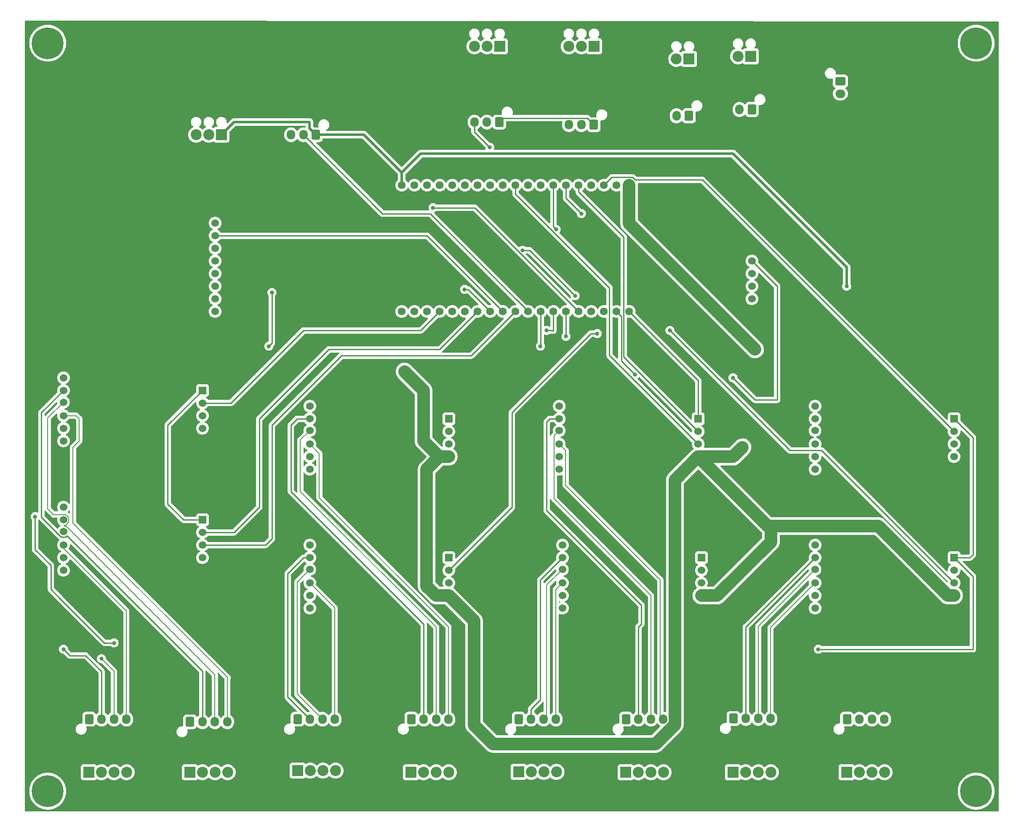
<source format=gbr>
%TF.GenerationSoftware,KiCad,Pcbnew,(6.0.1)*%
%TF.CreationDate,2022-04-06T09:48:50-07:00*%
%TF.ProjectId,EllieBoard,456c6c69-6542-46f6-9172-642e6b696361,rev?*%
%TF.SameCoordinates,Original*%
%TF.FileFunction,Copper,L2,Bot*%
%TF.FilePolarity,Positive*%
%FSLAX46Y46*%
G04 Gerber Fmt 4.6, Leading zero omitted, Abs format (unit mm)*
G04 Created by KiCad (PCBNEW (6.0.1)) date 2022-04-06 09:48:50*
%MOMM*%
%LPD*%
G01*
G04 APERTURE LIST*
G04 Aperture macros list*
%AMRoundRect*
0 Rectangle with rounded corners*
0 $1 Rounding radius*
0 $2 $3 $4 $5 $6 $7 $8 $9 X,Y pos of 4 corners*
0 Add a 4 corners polygon primitive as box body*
4,1,4,$2,$3,$4,$5,$6,$7,$8,$9,$2,$3,0*
0 Add four circle primitives for the rounded corners*
1,1,$1+$1,$2,$3*
1,1,$1+$1,$4,$5*
1,1,$1+$1,$6,$7*
1,1,$1+$1,$8,$9*
0 Add four rect primitives between the rounded corners*
20,1,$1+$1,$2,$3,$4,$5,0*
20,1,$1+$1,$4,$5,$6,$7,0*
20,1,$1+$1,$6,$7,$8,$9,0*
20,1,$1+$1,$8,$9,$2,$3,0*%
G04 Aperture macros list end*
%TA.AperFunction,ComponentPad*%
%ADD10C,1.524000*%
%TD*%
%TA.AperFunction,ComponentPad*%
%ADD11R,1.524000X1.524000*%
%TD*%
%TA.AperFunction,ComponentPad*%
%ADD12RoundRect,0.250000X0.600000X0.725000X-0.600000X0.725000X-0.600000X-0.725000X0.600000X-0.725000X0*%
%TD*%
%TA.AperFunction,ComponentPad*%
%ADD13O,1.700000X1.950000*%
%TD*%
%TA.AperFunction,ComponentPad*%
%ADD14RoundRect,0.250000X-0.600000X-0.725000X0.600000X-0.725000X0.600000X0.725000X-0.600000X0.725000X0*%
%TD*%
%TA.AperFunction,ComponentPad*%
%ADD15R,2.200000X2.200000*%
%TD*%
%TA.AperFunction,ComponentPad*%
%ADD16C,2.200000*%
%TD*%
%TA.AperFunction,ComponentPad*%
%ADD17RoundRect,0.250000X-0.750000X0.600000X-0.750000X-0.600000X0.750000X-0.600000X0.750000X0.600000X0*%
%TD*%
%TA.AperFunction,ComponentPad*%
%ADD18O,2.000000X1.700000*%
%TD*%
%TA.AperFunction,ComponentPad*%
%ADD19R,1.560000X1.560000*%
%TD*%
%TA.AperFunction,ComponentPad*%
%ADD20C,1.560000*%
%TD*%
%TA.AperFunction,ComponentPad*%
%ADD21C,6.400000*%
%TD*%
%TA.AperFunction,ComponentPad*%
%ADD22RoundRect,0.250000X0.600000X0.750000X-0.600000X0.750000X-0.600000X-0.750000X0.600000X-0.750000X0*%
%TD*%
%TA.AperFunction,ComponentPad*%
%ADD23O,1.700000X2.000000*%
%TD*%
%TA.AperFunction,ViaPad*%
%ADD24C,0.800000*%
%TD*%
%TA.AperFunction,Conductor*%
%ADD25C,0.250000*%
%TD*%
%TA.AperFunction,Conductor*%
%ADD26C,0.200000*%
%TD*%
%TA.AperFunction,Conductor*%
%ADD27C,0.254000*%
%TD*%
%TA.AperFunction,Conductor*%
%ADD28C,2.540000*%
%TD*%
%TA.AperFunction,Conductor*%
%ADD29C,0.508000*%
%TD*%
G04 APERTURE END LIST*
D10*
%TO.P,HX711 Breakout 6,1,E+*%
%TO.N,Net-(R16-Pad2)*%
X78105000Y-119380000D03*
%TO.P,HX711 Breakout 6,2,E-*%
%TO.N,u3*%
X78105000Y-121920000D03*
%TO.P,HX711 Breakout 6,3,A-*%
%TO.N,A3-*%
X78083895Y-124289146D03*
%TO.P,HX711 Breakout 6,4,A+*%
%TO.N,A3+*%
X78105000Y-127000000D03*
%TO.P,HX711 Breakout 6,5,B-*%
%TO.N,unconnected-(U8-Pad5)*%
X78105000Y-129540000D03*
%TO.P,HX711 Breakout 6,6,B+*%
%TO.N,unconnected-(U8-Pad6)*%
X78105000Y-132080000D03*
D11*
%TO.P,HX711 Breakout 6,7,GND*%
%TO.N,GND*%
X106045000Y-121920000D03*
D10*
%TO.P,HX711 Breakout 6,8,DT*%
%TO.N,IO22*%
X106045000Y-124460000D03*
%TO.P,HX711 Breakout 6,9,SCK*%
%TO.N,IO23*%
X106045000Y-127000000D03*
%TO.P,HX711 Breakout 6,10,VCC*%
%TO.N,+3V3*%
X106045000Y-129540000D03*
%TD*%
D12*
%TO.P,Servo 1 ,1,Pin_1*%
%TO.N,Lipo*%
X116205000Y-34290000D03*
D13*
%TO.P,Servo 1 ,2,Pin_2*%
%TO.N,IO13*%
X113705000Y-34290000D03*
%TO.P,Servo 1 ,3,Pin_3*%
%TO.N,GND*%
X111205000Y-34290000D03*
%TD*%
D14*
%TO.P,Load Cell 8,1,Pin_1*%
%TO.N,out8*%
X186110000Y-154415000D03*
D13*
%TO.P,Load Cell 8,2,Pin_2*%
%TO.N,u8*%
X188610000Y-154415000D03*
%TO.P,Load Cell 8,3,Pin_3*%
%TO.N,A8-*%
X191110000Y-154415000D03*
%TO.P,Load Cell 8,4,Pin_4*%
%TO.N,A8+*%
X193610000Y-154415000D03*
%TD*%
D15*
%TO.P,Load Cell Backup 2,1,Pin_1*%
%TO.N,out2*%
X53970000Y-165100000D03*
D16*
%TO.P,Load Cell Backup 2,2,Pin_2*%
%TO.N,u2*%
X56510000Y-165100000D03*
%TO.P,Load Cell Backup 2,3,Pin_3*%
%TO.N,A2-*%
X59050000Y-165100000D03*
%TO.P,Load Cell Backup 2,4,Pin_4*%
%TO.N,A2+*%
X61590000Y-165100000D03*
%TD*%
D10*
%TO.P,HX711 Breakout 4,1,E+*%
%TO.N,Net-(R12-Pad2)*%
X179705000Y-91440000D03*
%TO.P,HX711 Breakout 4,2,E-*%
%TO.N,u8*%
X179705000Y-93980000D03*
%TO.P,HX711 Breakout 4,3,A-*%
%TO.N,A8-*%
X179683895Y-96349146D03*
%TO.P,HX711 Breakout 4,4,A+*%
%TO.N,A8+*%
X179705000Y-99060000D03*
%TO.P,HX711 Breakout 4,5,B-*%
%TO.N,unconnected-(U10-Pad5)*%
X179705000Y-101600000D03*
%TO.P,HX711 Breakout 4,6,B+*%
%TO.N,unconnected-(U10-Pad6)*%
X179705000Y-104140000D03*
D11*
%TO.P,HX711 Breakout 4,7,GND*%
%TO.N,GND*%
X207645000Y-93980000D03*
D10*
%TO.P,HX711 Breakout 4,8,DT*%
%TO.N,IO36*%
X207645000Y-96520000D03*
%TO.P,HX711 Breakout 4,9,SCK*%
%TO.N,IO32*%
X207645000Y-99060000D03*
%TO.P,HX711 Breakout 4,10,VCC*%
%TO.N,+3V3*%
X207645000Y-101600000D03*
%TD*%
%TO.P,HX711 Breakout 1,1,E+*%
%TO.N,Net-(R10-Pad2)*%
X28575000Y-85725000D03*
%TO.P,HX711 Breakout 1,2,E-*%
%TO.N,u2*%
X28575000Y-88265000D03*
%TO.P,HX711 Breakout 1,3,A-*%
%TO.N,A2-*%
X28553895Y-90634146D03*
%TO.P,HX711 Breakout 1,4,A+*%
%TO.N,A2+*%
X28575000Y-93345000D03*
%TO.P,HX711 Breakout 1,5,B-*%
%TO.N,unconnected-(U6-Pad5)*%
X28575000Y-95885000D03*
%TO.P,HX711 Breakout 1,6,B+*%
%TO.N,unconnected-(U6-Pad6)*%
X28575000Y-98425000D03*
D11*
%TO.P,HX711 Breakout 1,7,GND*%
%TO.N,GND*%
X56515000Y-88265000D03*
D10*
%TO.P,HX711 Breakout 1,8,DT*%
%TO.N,IO15*%
X56515000Y-90805000D03*
%TO.P,HX711 Breakout 1,9,SCK*%
%TO.N,IO2*%
X56515000Y-93345000D03*
%TO.P,HX711 Breakout 1,10,VCC*%
%TO.N,+3V3*%
X56515000Y-95885000D03*
%TD*%
D17*
%TO.P,Battery,1,Pin_1*%
%TO.N,Lipo*%
X184785000Y-26075000D03*
D18*
%TO.P,Battery,2,Pin_2*%
%TO.N,GND*%
X184785000Y-28575000D03*
%TD*%
D15*
%TO.P,Load Cell Backup 6,1,Pin_1*%
%TO.N,out5*%
X120077983Y-165019965D03*
D16*
%TO.P,Load Cell Backup 6,2,Pin_2*%
%TO.N,u5*%
X122617983Y-165019965D03*
%TO.P,Load Cell Backup 6,3,Pin_3*%
%TO.N,A5-*%
X125157983Y-165019965D03*
%TO.P,Load Cell Backup 6,4,Pin_4*%
%TO.N,A5+*%
X127697983Y-165019965D03*
%TD*%
D14*
%TO.P,Load Cell 2,1,Pin_1*%
%TO.N,out2*%
X54010000Y-154940000D03*
D13*
%TO.P,Load Cell 2,2,Pin_2*%
%TO.N,u2*%
X56510000Y-154940000D03*
%TO.P,Load Cell 2,3,Pin_3*%
%TO.N,A2-*%
X59010000Y-154940000D03*
%TO.P,Load Cell 2,4,Pin_4*%
%TO.N,A2+*%
X61510000Y-154940000D03*
%TD*%
D19*
%TO.P,ESP32,1,3V3*%
%TO.N,+3V3*%
X142315000Y-46990000D03*
D20*
%TO.P,ESP32,2,EN*%
%TO.N,unconnected-(U7-Pad2)*%
X139775000Y-46990000D03*
%TO.P,ESP32,3,SENSOR_VP*%
%TO.N,IO36*%
X137235000Y-46990000D03*
%TO.P,ESP32,4,SENSOR_VN*%
%TO.N,IO39*%
X134695000Y-46990000D03*
%TO.P,ESP32,5,IO34*%
%TO.N,IO34*%
X132155000Y-46990000D03*
%TO.P,ESP32,6,IO35*%
%TO.N,IO35*%
X129615000Y-46990000D03*
%TO.P,ESP32,7,IO32*%
%TO.N,IO32*%
X127075000Y-46990000D03*
%TO.P,ESP32,8,IO33*%
%TO.N,IO33*%
X124535000Y-46990000D03*
%TO.P,ESP32,9,IO25*%
%TO.N,IO25*%
X121995000Y-46990000D03*
%TO.P,ESP32,10,IO26*%
%TO.N,IO26*%
X119455000Y-46990000D03*
%TO.P,ESP32,11,IO27*%
%TO.N,IO27*%
X116915000Y-46990000D03*
%TO.P,ESP32,12,IO14*%
%TO.N,IO14*%
X114375000Y-46990000D03*
%TO.P,ESP32,13,IO12*%
%TO.N,IO12*%
X111835000Y-46990000D03*
%TO.P,ESP32,14,GND1*%
%TO.N,GND*%
X109295000Y-46990000D03*
%TO.P,ESP32,15,IO13*%
%TO.N,IO13*%
X106755000Y-46990000D03*
%TO.P,ESP32,16,SD2*%
%TO.N,unconnected-(U7-Pad16)*%
X104215000Y-46990000D03*
%TO.P,ESP32,17,SD3*%
%TO.N,unconnected-(U7-Pad17)*%
X101675000Y-46990000D03*
%TO.P,ESP32,18,CMD*%
%TO.N,unconnected-(U7-Pad18)*%
X99135000Y-46990000D03*
%TO.P,ESP32,19,EXT_5V*%
%TO.N,+5V*%
X96595000Y-46990000D03*
%TO.P,ESP32,20,GND3*%
%TO.N,GND*%
X142315000Y-72390000D03*
%TO.P,ESP32,21,IO23*%
%TO.N,IO23*%
X139775000Y-72390000D03*
%TO.P,ESP32,22,IO22*%
%TO.N,IO22*%
X137235000Y-72390000D03*
%TO.P,ESP32,23,TXD0*%
%TO.N,SCK{slash}CLK*%
X134695000Y-72390000D03*
%TO.P,ESP32,24,RXD0*%
%TO.N,SDO{slash}SD0*%
X132155000Y-72390000D03*
%TO.P,ESP32,25,IO21*%
%TO.N,IO21*%
X129615000Y-72390000D03*
%TO.P,ESP32,26,GND2*%
%TO.N,GND*%
X127075000Y-72390000D03*
%TO.P,ESP32,27,IO19*%
%TO.N,IO19*%
X124535000Y-72390000D03*
%TO.P,ESP32,28,IO18*%
%TO.N,IO18*%
X121995000Y-72390000D03*
%TO.P,ESP32,29,IO5*%
%TO.N,IO5*%
X119455000Y-72390000D03*
%TO.P,ESP32,30,IO17*%
%TO.N,IO17*%
X116915000Y-72390000D03*
%TO.P,ESP32,31,IO16*%
%TO.N,IO16*%
X114375000Y-72390000D03*
%TO.P,ESP32,32,IO4*%
%TO.N,IO32*%
X111835000Y-72390000D03*
%TO.P,ESP32,33,IO0*%
%TO.N,SDI{slash}SD1*%
X109295000Y-72390000D03*
%TO.P,ESP32,34,IO2*%
%TO.N,IO2*%
X106755000Y-72390000D03*
%TO.P,ESP32,35,IO15*%
%TO.N,IO15*%
X104215000Y-72390000D03*
%TO.P,ESP32,36,SD1*%
%TO.N,unconnected-(U7-Pad36)*%
X101675000Y-72390000D03*
%TO.P,ESP32,37,SD0*%
%TO.N,unconnected-(U7-Pad37)*%
X99135000Y-72390000D03*
%TO.P,ESP32,38,CLK*%
%TO.N,unconnected-(U7-Pad38)*%
X96595000Y-72390000D03*
%TD*%
D10*
%TO.P,HX711 Breakout 2,1,E+*%
%TO.N,Net-(R3-Pad2)*%
X78105000Y-91440000D03*
%TO.P,HX711 Breakout 2,2,E-*%
%TO.N,u4*%
X78105000Y-93980000D03*
%TO.P,HX711 Breakout 2,3,A-*%
%TO.N,A4-*%
X78083895Y-96349146D03*
%TO.P,HX711 Breakout 2,4,A+*%
%TO.N,A4+*%
X78105000Y-99060000D03*
%TO.P,HX711 Breakout 2,5,B-*%
%TO.N,unconnected-(U11-Pad5)*%
X78105000Y-101600000D03*
%TO.P,HX711 Breakout 2,6,B+*%
%TO.N,unconnected-(U11-Pad6)*%
X78105000Y-104140000D03*
D11*
%TO.P,HX711 Breakout 2,7,GND*%
%TO.N,GND*%
X106045000Y-93980000D03*
D10*
%TO.P,HX711 Breakout 2,8,DT*%
%TO.N,IO19*%
X106045000Y-96520000D03*
%TO.P,HX711 Breakout 2,9,SCK*%
%TO.N,IO21*%
X106045000Y-99060000D03*
%TO.P,HX711 Breakout 2,10,VCC*%
%TO.N,+3V3*%
X106045000Y-101600000D03*
%TD*%
D12*
%TO.P,Flow Meter ,1,Pin_1*%
%TO.N,+5V*%
X79335000Y-36830000D03*
D13*
%TO.P,Flow Meter ,2,Pin_2*%
%TO.N,IO18*%
X76835000Y-36830000D03*
%TO.P,Flow Meter ,3,Pin_3*%
%TO.N,GND*%
X74335000Y-36830000D03*
%TD*%
D10*
%TO.P,HX711 Breakout 3,1,E+*%
%TO.N,Net-(R14-Pad2)*%
X128270000Y-91440000D03*
%TO.P,HX711 Breakout 3,2,E-*%
%TO.N,u6*%
X128270000Y-93980000D03*
%TO.P,HX711 Breakout 3,3,A-*%
%TO.N,A6-*%
X128248895Y-96349146D03*
%TO.P,HX711 Breakout 3,4,A+*%
%TO.N,A6+*%
X128270000Y-99060000D03*
%TO.P,HX711 Breakout 3,5,B-*%
%TO.N,unconnected-(U5-Pad5)*%
X128270000Y-101600000D03*
%TO.P,HX711 Breakout 3,6,B+*%
%TO.N,unconnected-(U5-Pad6)*%
X128270000Y-104140000D03*
D11*
%TO.P,HX711 Breakout 3,7,GND*%
%TO.N,GND*%
X156210000Y-93980000D03*
D10*
%TO.P,HX711 Breakout 3,8,DT*%
%TO.N,IO34*%
X156210000Y-96520000D03*
%TO.P,HX711 Breakout 3,9,SCK*%
%TO.N,IO26*%
X156210000Y-99060000D03*
%TO.P,HX711 Breakout 3,10,VCC*%
%TO.N,+3V3*%
X156210000Y-101600000D03*
%TD*%
D21*
%TO.P,REF\u002A\u002A,1*%
%TO.N,N/C*%
X25400000Y-18415000D03*
%TD*%
D10*
%TO.P,HX711 Breakout 8,1,E+*%
%TO.N,Net-(R5-Pad2)*%
X179705000Y-119380000D03*
%TO.P,HX711 Breakout 8,2,E-*%
%TO.N,u7*%
X179705000Y-121920000D03*
%TO.P,HX711 Breakout 8,3,A-*%
%TO.N,A7-*%
X179683895Y-124289146D03*
%TO.P,HX711 Breakout 8,4,A+*%
%TO.N,A7+*%
X179705000Y-127000000D03*
%TO.P,HX711 Breakout 8,5,B-*%
%TO.N,unconnected-(U9-Pad5)*%
X179705000Y-129540000D03*
%TO.P,HX711 Breakout 8,6,B+*%
%TO.N,unconnected-(U9-Pad6)*%
X179705000Y-132080000D03*
D11*
%TO.P,HX711 Breakout 8,7,GND*%
%TO.N,GND*%
X207645000Y-121920000D03*
D10*
%TO.P,HX711 Breakout 8,8,DT*%
%TO.N,IO39*%
X207645000Y-124460000D03*
%TO.P,HX711 Breakout 8,9,SCK*%
%TO.N,IO33*%
X207645000Y-127000000D03*
%TO.P,HX711 Breakout 8,10,VCC*%
%TO.N,+3V3*%
X207645000Y-129540000D03*
%TD*%
D21*
%TO.P,,1*%
%TO.N,N/C*%
X212090000Y-168910000D03*
%TD*%
D12*
%TO.P,Servo 2 ,1,Pin_1*%
%TO.N,Lipo*%
X135215000Y-34815000D03*
D13*
%TO.P,Servo 2 ,2,Pin_2*%
%TO.N,IO12*%
X132715000Y-34815000D03*
%TO.P,Servo 2 ,3,Pin_3*%
%TO.N,GND*%
X130215000Y-34815000D03*
%TD*%
D14*
%TO.P,Load Cell 7,1,Pin_1*%
%TO.N,out7*%
X163265000Y-154270536D03*
D13*
%TO.P,Load Cell 7,2,Pin_2*%
%TO.N,u7*%
X165765000Y-154270536D03*
%TO.P,Load Cell 7,3,Pin_3*%
%TO.N,A7-*%
X168265000Y-154270536D03*
%TO.P,Load Cell 7,4,Pin_4*%
%TO.N,A7+*%
X170765000Y-154270536D03*
%TD*%
D15*
%TO.P,Load Cell Backup 8,1,Pin_1*%
%TO.N,out7*%
X163185000Y-165100000D03*
D16*
%TO.P,Load Cell Backup 8,2,Pin_2*%
%TO.N,u7*%
X165725000Y-165100000D03*
%TO.P,Load Cell Backup 8,3,Pin_3*%
%TO.N,A7-*%
X168265000Y-165100000D03*
%TO.P,Load Cell Backup 8,4,Pin_4*%
%TO.N,A7+*%
X170805000Y-165100000D03*
%TD*%
D10*
%TO.P,HX711 Breakout 7,1,E+*%
%TO.N,Net-(R7-Pad2)*%
X128905000Y-119380000D03*
%TO.P,HX711 Breakout 7,2,E-*%
%TO.N,u5*%
X128905000Y-121920000D03*
%TO.P,HX711 Breakout 7,3,A-*%
%TO.N,A5-*%
X128883895Y-124289146D03*
%TO.P,HX711 Breakout 7,4,A+*%
%TO.N,A5+*%
X128905000Y-127000000D03*
%TO.P,HX711 Breakout 7,5,B-*%
%TO.N,unconnected-(U2-Pad5)*%
X128905000Y-129540000D03*
%TO.P,HX711 Breakout 7,6,B+*%
%TO.N,unconnected-(U2-Pad6)*%
X128905000Y-132080000D03*
D11*
%TO.P,HX711 Breakout 7,7,GND*%
%TO.N,GND*%
X156845000Y-121920000D03*
D10*
%TO.P,HX711 Breakout 7,8,DT*%
%TO.N,IO35*%
X156845000Y-124460000D03*
%TO.P,HX711 Breakout 7,9,SCK*%
%TO.N,IO25*%
X156845000Y-127000000D03*
%TO.P,HX711 Breakout 7,10,VCC*%
%TO.N,+3V3*%
X156845000Y-129540000D03*
%TD*%
D15*
%TO.P,Igniter 1 Backup,1,Pin_1*%
%TO.N,Lipo*%
X154345000Y-21590000D03*
D16*
%TO.P,Igniter 1 Backup,2,Pin_2*%
%TO.N,GND*%
X151805000Y-21590000D03*
%TD*%
D15*
%TO.P,Igniter 2 Backup,1,Pin_1*%
%TO.N,Lipo*%
X166755000Y-21050000D03*
D16*
%TO.P,Igniter 2 Backup,2,Pin_2*%
%TO.N,GND*%
X164215000Y-21050000D03*
%TD*%
D14*
%TO.P,Load Cell 3,1,Pin_1*%
%TO.N,out3*%
X75620000Y-154415000D03*
D13*
%TO.P,Load Cell 3,2,Pin_2*%
%TO.N,u3*%
X78120000Y-154415000D03*
%TO.P,Load Cell 3,3,Pin_3*%
%TO.N,A3-*%
X80620000Y-154415000D03*
%TO.P,Load Cell 3,4,Pin_4*%
%TO.N,A3+*%
X83120000Y-154415000D03*
%TD*%
D15*
%TO.P,Load Cell Backup 3,1,Pin_1*%
%TO.N,out3*%
X75665656Y-164765581D03*
D16*
%TO.P,Load Cell Backup 3,2,Pin_2*%
%TO.N,u3*%
X78205656Y-164765581D03*
%TO.P,Load Cell Backup 3,3,Pin_3*%
%TO.N,A3-*%
X80745656Y-164765581D03*
%TO.P,Load Cell Backup 3,4,Pin_4*%
%TO.N,A3+*%
X83285656Y-164765581D03*
%TD*%
D15*
%TO.P,Load Cell Backup 4,1,Pin_1*%
%TO.N,out4*%
X98425000Y-165100000D03*
D16*
%TO.P,Load Cell Backup 4,2,Pin_2*%
%TO.N,u4*%
X100965000Y-165100000D03*
%TO.P,Load Cell Backup 4,3,Pin_3*%
%TO.N,A4-*%
X103505000Y-165100000D03*
%TO.P,Load Cell Backup 4,4,Pin_4*%
%TO.N,A4+*%
X106045000Y-165100000D03*
%TD*%
D22*
%TO.P,Igniter 2 ,1,Pin_1*%
%TO.N,Lipo*%
X167005000Y-31750000D03*
D23*
%TO.P,Igniter 2 ,2,Pin_2*%
%TO.N,GND*%
X164505000Y-31750000D03*
%TD*%
D15*
%TO.P,Load Cell Backup 9,1,Pin_1*%
%TO.N,out8*%
X186045000Y-165100000D03*
D16*
%TO.P,Load Cell Backup 9,2,Pin_2*%
%TO.N,u8*%
X188585000Y-165100000D03*
%TO.P,Load Cell Backup 9,3,Pin_3*%
%TO.N,A8-*%
X191125000Y-165100000D03*
%TO.P,Load Cell Backup 9,4,Pin_4*%
%TO.N,A8+*%
X193665000Y-165100000D03*
%TD*%
D14*
%TO.P,Load Cell 5,1,Pin_1*%
%TO.N,out5*%
X120075000Y-154415000D03*
D13*
%TO.P,Load Cell 5,2,Pin_2*%
%TO.N,u5*%
X122575000Y-154415000D03*
%TO.P,Load Cell 5,3,Pin_3*%
%TO.N,A5-*%
X125075000Y-154415000D03*
%TO.P,Load Cell 5,4,Pin_4*%
%TO.N,A5+*%
X127575000Y-154415000D03*
%TD*%
D10*
%TO.P,Relay Board,1,VCC*%
%TO.N,+5V*%
X167005000Y-69850000D03*
%TO.P,Relay Board,2,IN1*%
%TO.N,IO27*%
X167005000Y-67310000D03*
%TO.P,Relay Board,3,IN2*%
%TO.N,IO14*%
X167005000Y-64770000D03*
%TO.P,Relay Board,4,GND*%
%TO.N,GND*%
X167005000Y-62230000D03*
%TD*%
D22*
%TO.P,Igniter 1 ,1,Pin_1*%
%TO.N,Lipo*%
X154345000Y-33020000D03*
D23*
%TO.P,Igniter 1 ,2,Pin_2*%
%TO.N,GND*%
X151845000Y-33020000D03*
%TD*%
D15*
%TO.P,Flow Meter Backup,1,Pin_1*%
%TO.N,+5V*%
X60325000Y-36830000D03*
D16*
%TO.P,Flow Meter Backup,2,Pin_2*%
%TO.N,IO18*%
X57785000Y-36830000D03*
%TO.P,Flow Meter Backup,3,Pin_3*%
%TO.N,GND*%
X55245000Y-36830000D03*
%TD*%
D10*
%TO.P,HX711 Breakout 5,1,E+*%
%TO.N,Net-(R1-Pad2)*%
X28575000Y-111760000D03*
%TO.P,HX711 Breakout 5,2,E-*%
%TO.N,u1*%
X28575000Y-114300000D03*
%TO.P,HX711 Breakout 5,3,A-*%
%TO.N,A1-*%
X28553895Y-116669146D03*
%TO.P,HX711 Breakout 5,4,A+*%
%TO.N,A1+*%
X28575000Y-119380000D03*
%TO.P,HX711 Breakout 5,5,B-*%
%TO.N,unconnected-(U1-Pad5)*%
X28575000Y-121920000D03*
%TO.P,HX711 Breakout 5,6,B+*%
%TO.N,unconnected-(U1-Pad6)*%
X28575000Y-124460000D03*
D11*
%TO.P,HX711 Breakout 5,7,GND*%
%TO.N,GND*%
X56515000Y-114300000D03*
D10*
%TO.P,HX711 Breakout 5,8,DT*%
%TO.N,IO32*%
X56515000Y-116840000D03*
%TO.P,HX711 Breakout 5,9,SCK*%
%TO.N,IO5*%
X56515000Y-119380000D03*
%TO.P,HX711 Breakout 5,10,VCC*%
%TO.N,+3V3*%
X56515000Y-121920000D03*
%TD*%
D15*
%TO.P,Servo 2 Backup,1,Pin_1*%
%TO.N,Lipo*%
X135255000Y-19050000D03*
D16*
%TO.P,Servo 2 Backup,2,Pin_2*%
%TO.N,IO12*%
X132715000Y-19050000D03*
%TO.P,Servo 2 Backup,3,Pin_3*%
%TO.N,GND*%
X130175000Y-19050000D03*
%TD*%
D21*
%TO.P,,1*%
%TO.N,N/C*%
X212090000Y-18415000D03*
%TD*%
D10*
%TO.P,SD Card Reader,1,CD*%
%TO.N,IO16*%
X59055000Y-54610000D03*
%TO.P,SD Card Reader,2,CS*%
%TO.N,IO17*%
X59055000Y-57150000D03*
%TO.P,SD Card Reader,3,DI*%
%TO.N,SDI{slash}SD1*%
X59055000Y-59690000D03*
%TO.P,SD Card Reader,4,DO*%
%TO.N,SDO{slash}SD0*%
X59055000Y-62230000D03*
%TO.P,SD Card Reader,5,CK*%
%TO.N,SCK{slash}CLK*%
X59055000Y-64770000D03*
%TO.P,SD Card Reader,6,GND*%
%TO.N,GND*%
X59055000Y-67310000D03*
%TO.P,SD Card Reader,7,3V*%
%TO.N,+3V3*%
X59055000Y-69850000D03*
%TO.P,SD Card Reader,8,5V*%
%TO.N,unconnected-(U4-Pad8)*%
X59055000Y-72390000D03*
%TD*%
D14*
%TO.P,Load Cell 6,1,Pin_1*%
%TO.N,out6*%
X141670000Y-154415000D03*
D13*
%TO.P,Load Cell 6,2,Pin_2*%
%TO.N,u6*%
X144170000Y-154415000D03*
%TO.P,Load Cell 6,3,Pin_3*%
%TO.N,A6-*%
X146670000Y-154415000D03*
%TO.P,Load Cell 6,4,Pin_4*%
%TO.N,A6+*%
X149170000Y-154415000D03*
%TD*%
D21*
%TO.P,,1*%
%TO.N,N/C*%
X25400000Y-168910000D03*
%TD*%
D15*
%TO.P,Load Cell Backup 7,1,Pin_1*%
%TO.N,out6*%
X141605000Y-165100000D03*
D16*
%TO.P,Load Cell Backup 7,2,Pin_2*%
%TO.N,u6*%
X144145000Y-165100000D03*
%TO.P,Load Cell Backup 7,3,Pin_3*%
%TO.N,A6-*%
X146685000Y-165100000D03*
%TO.P,Load Cell Backup 7,4,Pin_4*%
%TO.N,A6+*%
X149225000Y-165100000D03*
%TD*%
D14*
%TO.P,Load Cell 1,1,Pin_1*%
%TO.N,out1*%
X33715000Y-154415000D03*
D13*
%TO.P,Load Cell 1,2,Pin_2*%
%TO.N,u1*%
X36215000Y-154415000D03*
%TO.P,Load Cell 1,3,Pin_3*%
%TO.N,A1-*%
X38715000Y-154415000D03*
%TO.P,Load Cell 1,4,Pin_4*%
%TO.N,A1+*%
X41215000Y-154415000D03*
%TD*%
D14*
%TO.P,Load Cell 4,1,Pin_1*%
%TO.N,out4*%
X98490000Y-154415000D03*
D13*
%TO.P,Load Cell 4,2,Pin_2*%
%TO.N,u4*%
X100990000Y-154415000D03*
%TO.P,Load Cell 4,3,Pin_3*%
%TO.N,A4-*%
X103490000Y-154415000D03*
%TO.P,Load Cell 4,4,Pin_4*%
%TO.N,A4+*%
X105990000Y-154415000D03*
%TD*%
D15*
%TO.P,Load Cell Backup 1,1,Pin_1*%
%TO.N,out1*%
X33650000Y-165100000D03*
D16*
%TO.P,Load Cell Backup 1,2,Pin_2*%
%TO.N,u1*%
X36190000Y-165100000D03*
%TO.P,Load Cell Backup 1,3,Pin_3*%
%TO.N,A1-*%
X38730000Y-165100000D03*
%TO.P,Load Cell Backup 1,4,Pin_4*%
%TO.N,A1+*%
X41270000Y-165100000D03*
%TD*%
D15*
%TO.P,Servo 1 Backup,1,Pin_1*%
%TO.N,Lipo*%
X116285000Y-19050000D03*
D16*
%TO.P,Servo 1 Backup,2,Pin_2*%
%TO.N,IO13*%
X113745000Y-19050000D03*
%TO.P,Servo 1 Backup,3,Pin_3*%
%TO.N,GND*%
X111205000Y-19050000D03*
%TD*%
D24*
%TO.N,u1*%
X28575000Y-140335000D03*
%TO.N,A1-*%
X36195000Y-142240000D03*
%TO.N,GND*%
X114300000Y-39370000D03*
X125730000Y-76200000D03*
X120882299Y-60092701D03*
X180340000Y-140335000D03*
X163195000Y-85725000D03*
X131445000Y-69215000D03*
%TO.N,IO19*%
X124460000Y-79375000D03*
%TO.N,IO21*%
X129615000Y-77395000D03*
%TO.N,+3V3*%
X165100000Y-99695000D03*
X167640000Y-80010000D03*
X97155000Y-84455000D03*
%TO.N,IO16*%
X109220000Y-67945000D03*
%TO.N,Net-(R10-Pad2)*%
X38735000Y-139065000D03*
X22860000Y-113665000D03*
%TO.N,+5V*%
X186055000Y-67310000D03*
%TO.N,IO35*%
X132715000Y-52705000D03*
%TO.N,IO32*%
X127635000Y-55880000D03*
%TO.N,IO33*%
X150495000Y-76200000D03*
%TO.N,IO23*%
X143510000Y-85090000D03*
%TO.N,IO22*%
X135890000Y-76835000D03*
%TO.N,SDO{slash}SD0*%
X102870000Y-51524500D03*
%TO.N,IO2*%
X70485000Y-68580000D03*
X69850000Y-79375000D03*
%TD*%
D25*
%TO.N,u1*%
X36215000Y-144800000D02*
X36215000Y-154415000D01*
X33020000Y-141605000D02*
X36215000Y-144800000D01*
X29845000Y-141605000D02*
X33020000Y-141605000D01*
X28575000Y-140335000D02*
X29845000Y-141605000D01*
D26*
%TO.N,A1+*%
X41215000Y-132655000D02*
X41215000Y-139760000D01*
X28575000Y-119380000D02*
X28575000Y-120015000D01*
X41215000Y-139760000D02*
X41215000Y-154415000D01*
X28575000Y-120015000D02*
X41215000Y-132655000D01*
%TO.N,A1-*%
X36195000Y-142240000D02*
X38715000Y-144760000D01*
X38715000Y-144760000D02*
X38715000Y-154415000D01*
D27*
%TO.N,GND*%
X211455000Y-121285000D02*
X211455000Y-97790000D01*
X211455000Y-140335000D02*
X180340000Y-140335000D01*
X56515000Y-88265000D02*
X49530000Y-95250000D01*
X156210000Y-86285000D02*
X142315000Y-72390000D01*
X52705000Y-114300000D02*
X56515000Y-114300000D01*
X167640000Y-90170000D02*
X163195000Y-85725000D01*
X172085000Y-90170000D02*
X167640000Y-90170000D01*
X111205000Y-36275000D02*
X114300000Y-39370000D01*
X125730000Y-76200000D02*
X127000000Y-76200000D01*
X120882299Y-60092701D02*
X122322701Y-60092701D01*
X172085000Y-67310000D02*
X172085000Y-90170000D01*
X167005000Y-62230000D02*
X172085000Y-67310000D01*
X211455000Y-125730000D02*
X211455000Y-140335000D01*
X211455000Y-97790000D02*
X207645000Y-93980000D01*
X156210000Y-93980000D02*
X156210000Y-86285000D01*
X210820000Y-121920000D02*
X211455000Y-121285000D01*
X122322701Y-60092701D02*
X131445000Y-69215000D01*
X127000000Y-76200000D02*
X127075000Y-76275000D01*
X49530000Y-111125000D02*
X52705000Y-114300000D01*
X49530000Y-95250000D02*
X49530000Y-111125000D01*
X207645000Y-121920000D02*
X210820000Y-121920000D01*
X127075000Y-76275000D02*
X127075000Y-72390000D01*
X111205000Y-34290000D02*
X111205000Y-36275000D01*
X207645000Y-121920000D02*
X211455000Y-125730000D01*
D25*
%TO.N,IO19*%
X124535000Y-79300000D02*
X124460000Y-79375000D01*
X124535000Y-72390000D02*
X124535000Y-79300000D01*
%TO.N,Lipo*%
X116205000Y-34290000D02*
X116979520Y-33515480D01*
X133915480Y-33515480D02*
X135215000Y-34815000D01*
X116979520Y-33515480D02*
X133915480Y-33515480D01*
%TO.N,IO5*%
X69215000Y-119380000D02*
X56515000Y-119380000D01*
X84455000Y-81280000D02*
X110565000Y-81280000D01*
X70485000Y-118110000D02*
X69215000Y-119380000D01*
X70485000Y-95250000D02*
X84455000Y-81280000D01*
X70485000Y-118110000D02*
X70485000Y-95250000D01*
X110565000Y-81280000D02*
X119455000Y-72390000D01*
%TO.N,u2*%
X28103846Y-117755657D02*
X24130000Y-113781811D01*
X56510000Y-144775000D02*
X29247300Y-117512300D01*
X29003944Y-117755657D02*
X28103846Y-117755657D01*
X24130000Y-113781811D02*
X24130000Y-92710000D01*
X56510000Y-154940000D02*
X56510000Y-144775000D01*
X24130000Y-92710000D02*
X28575000Y-88265000D01*
X29247300Y-117512300D02*
X29003944Y-117755657D01*
D26*
%TO.N,A2+*%
X30480000Y-114935000D02*
X61595000Y-146050000D01*
X61595000Y-146050000D02*
X61510000Y-146135000D01*
X61510000Y-146135000D02*
X61510000Y-154940000D01*
X28575000Y-93345000D02*
X31115000Y-93345000D01*
X31750000Y-93980000D02*
X31750000Y-98425000D01*
X30480000Y-99695000D02*
X30480000Y-114935000D01*
X31750000Y-98425000D02*
X30480000Y-99695000D01*
X31115000Y-93345000D02*
X31750000Y-93980000D01*
%TO.N,A2-*%
X29636511Y-113860307D02*
X29636511Y-114739693D01*
X26560989Y-113238489D02*
X29014693Y-113238489D01*
X25400000Y-100965000D02*
X25400000Y-93788041D01*
X29014693Y-113238489D02*
X29636511Y-113860307D01*
X29014693Y-115361511D02*
X28684011Y-115361511D01*
X28684011Y-115361511D02*
X28930135Y-115607635D01*
X25400000Y-98233041D02*
X25400000Y-112077500D01*
X28930135Y-115607635D02*
X29157635Y-115607635D01*
X25400000Y-112077500D02*
X26560989Y-113238489D01*
X29157635Y-115607635D02*
X59010000Y-145460000D01*
X29636511Y-114739693D02*
X29014693Y-115361511D01*
X59010000Y-145460000D02*
X59010000Y-154940000D01*
X25400000Y-93788041D02*
X28553895Y-90634146D01*
D25*
%TO.N,u3*%
X76835000Y-121920000D02*
X73660000Y-125095000D01*
X78105000Y-121920000D02*
X76835000Y-121920000D01*
X73660000Y-149955000D02*
X78120000Y-154415000D01*
X73660000Y-125095000D02*
X73660000Y-149955000D01*
D26*
%TO.N,A3+*%
X83120000Y-132015000D02*
X83120000Y-154415000D01*
X78105000Y-127000000D02*
X83120000Y-132015000D01*
%TO.N,A3-*%
X75565000Y-126808041D02*
X75565000Y-149360000D01*
X75565000Y-149360000D02*
X80620000Y-154415000D01*
X78083895Y-124289146D02*
X75565000Y-126808041D01*
D25*
%TO.N,u4*%
X100990000Y-135280000D02*
X100990000Y-154415000D01*
X78105000Y-93980000D02*
X75565000Y-93980000D01*
X74295000Y-108585000D02*
X100990000Y-135280000D01*
X75565000Y-93980000D02*
X74295000Y-95250000D01*
X74295000Y-95250000D02*
X74295000Y-108585000D01*
D26*
%TO.N,A4+*%
X78105000Y-99060000D02*
X80010000Y-100965000D01*
X80010000Y-109855000D02*
X105990000Y-135835000D01*
X105990000Y-135835000D02*
X105990000Y-154415000D01*
X80010000Y-100965000D02*
X80010000Y-109855000D01*
%TO.N,A4-*%
X76200000Y-108585000D02*
X103490000Y-135875000D01*
X76200000Y-98233041D02*
X76200000Y-108585000D01*
X78083895Y-96349146D02*
X76200000Y-98233041D01*
X103490000Y-135875000D02*
X103490000Y-154415000D01*
D25*
%TO.N,u5*%
X124460000Y-150495000D02*
X122575000Y-152380000D01*
X128905000Y-121920000D02*
X124460000Y-126365000D01*
X122575000Y-152380000D02*
X122575000Y-154415000D01*
X124460000Y-126365000D02*
X124460000Y-150495000D01*
D26*
%TO.N,A5+*%
X128905000Y-127000000D02*
X127575000Y-128330000D01*
X127575000Y-128330000D02*
X127575000Y-154415000D01*
%TO.N,A5-*%
X125730000Y-127443041D02*
X125730000Y-153760000D01*
X125730000Y-153760000D02*
X125075000Y-154415000D01*
X128883895Y-124289146D02*
X125730000Y-127443041D01*
D25*
%TO.N,u6*%
X144780000Y-135255000D02*
X144170000Y-135865000D01*
X125730000Y-112395000D02*
X144780000Y-131445000D01*
X144170000Y-135865000D02*
X144170000Y-154415000D01*
X125730000Y-112395000D02*
X125730000Y-94615000D01*
X125730000Y-94615000D02*
X126365000Y-93980000D01*
X144780000Y-131445000D02*
X144780000Y-135255000D01*
X126365000Y-93980000D02*
X128270000Y-93980000D01*
D26*
%TO.N,A6+*%
X148590000Y-154940000D02*
X148645000Y-154940000D01*
X148645000Y-154940000D02*
X149170000Y-154415000D01*
X128270000Y-99060000D02*
X129540000Y-100330000D01*
X129540000Y-100330000D02*
X129540000Y-107315000D01*
X148590000Y-126365000D02*
X148590000Y-154940000D01*
X129540000Y-107315000D02*
X148590000Y-126365000D01*
%TO.N,A6-*%
X127208489Y-110063489D02*
X146685000Y-129540000D01*
X128248895Y-96349146D02*
X127208489Y-97389552D01*
X146670000Y-129555000D02*
X146670000Y-154415000D01*
X146685000Y-129540000D02*
X146670000Y-129555000D01*
X127208489Y-97389552D02*
X127208489Y-110063489D01*
D25*
%TO.N,u7*%
X165765000Y-135860000D02*
X179705000Y-121920000D01*
X165765000Y-154270536D02*
X165765000Y-135860000D01*
D26*
%TO.N,A7+*%
X170765000Y-135940000D02*
X170765000Y-154270536D01*
X179705000Y-127000000D02*
X170765000Y-135940000D01*
%TO.N,A7-*%
X168265000Y-135708041D02*
X168265000Y-154270536D01*
X179683895Y-124289146D02*
X168265000Y-135708041D01*
D25*
%TO.N,IO18*%
X102310000Y-52705000D02*
X121677142Y-72072142D01*
X92710000Y-52705000D02*
X102310000Y-52705000D01*
X76835000Y-36830000D02*
X92710000Y-52705000D01*
%TO.N,IO21*%
X129615000Y-72390000D02*
X129615000Y-77395000D01*
D28*
%TO.N,+3V3*%
X170180000Y-115570000D02*
X170815000Y-115570000D01*
X207645000Y-129540000D02*
X206375000Y-129540000D01*
X206375000Y-129540000D02*
X192405000Y-115570000D01*
X100965000Y-98425000D02*
X104140000Y-101600000D01*
X160020000Y-129540000D02*
X156845000Y-129540000D01*
X142315000Y-54685000D02*
X167640000Y-80010000D01*
X103505000Y-129540000D02*
X106045000Y-129540000D01*
X114935000Y-159385000D02*
X147605296Y-159385000D01*
X106045000Y-101600000D02*
X104140000Y-101600000D01*
X163195000Y-101600000D02*
X156210000Y-101600000D01*
X192405000Y-115570000D02*
X170815000Y-115570000D01*
X106045000Y-129540000D02*
X111125000Y-134620000D01*
X101600000Y-127635000D02*
X103505000Y-129540000D01*
X111125000Y-134620000D02*
X111125000Y-155575000D01*
X142315000Y-46990000D02*
X142315000Y-54685000D01*
X151489520Y-155500776D02*
X151489520Y-106320480D01*
X101600000Y-104140000D02*
X101600000Y-127635000D01*
X151489520Y-106320480D02*
X156210000Y-101600000D01*
X100965000Y-88265000D02*
X100965000Y-98425000D01*
X97155000Y-84455000D02*
X100965000Y-88265000D01*
X165100000Y-99695000D02*
X163195000Y-101600000D01*
X111125000Y-155575000D02*
X114935000Y-159385000D01*
X170815000Y-118745000D02*
X160020000Y-129540000D01*
X170815000Y-115570000D02*
X170815000Y-118745000D01*
X156210000Y-101600000D02*
X170180000Y-115570000D01*
X104140000Y-101600000D02*
X101600000Y-104140000D01*
X147605296Y-159385000D02*
X151489520Y-155500776D01*
D25*
%TO.N,IO16*%
X109220000Y-67945000D02*
X109930000Y-67945000D01*
X109930000Y-67945000D02*
X114375000Y-72390000D01*
%TO.N,Net-(R10-Pad2)*%
X22860000Y-120281560D02*
X26035000Y-123456560D01*
X36830000Y-139065000D02*
X38735000Y-139065000D01*
X26035000Y-123456560D02*
X26035000Y-123825000D01*
X26035000Y-128270000D02*
X27940000Y-130175000D01*
X26035000Y-123825000D02*
X26035000Y-128270000D01*
X27940000Y-130175000D02*
X36830000Y-139065000D01*
X22860000Y-113665000D02*
X22860000Y-120281560D01*
D29*
%TO.N,+5V*%
X96595000Y-44450000D02*
X96595000Y-46990000D01*
X62865000Y-34290000D02*
X60325000Y-36830000D01*
X79335000Y-36830000D02*
X88975000Y-36830000D01*
X163195000Y-40640000D02*
X100405000Y-40640000D01*
X186055000Y-63500000D02*
X186055000Y-67310000D01*
X100405000Y-40640000D02*
X96595000Y-44450000D01*
X88975000Y-36830000D02*
X96595000Y-44450000D01*
X79335000Y-36830000D02*
X78035480Y-35530480D01*
X78035480Y-35530480D02*
X78035480Y-34290000D01*
X163195000Y-40640000D02*
X186055000Y-63500000D01*
X78035480Y-34290000D02*
X62865000Y-34290000D01*
D25*
%TO.N,IO36*%
X143479002Y-45899011D02*
X142975471Y-45395480D01*
X138829520Y-45395480D02*
X137235000Y-46990000D01*
X142975471Y-45395480D02*
X138829520Y-45395480D01*
X157024011Y-45899011D02*
X143479002Y-45899011D01*
X207645000Y-96520000D02*
X157024011Y-45899011D01*
%TO.N,IO34*%
X132155000Y-48335000D02*
X132155000Y-46990000D01*
X141210489Y-57390489D02*
X132155000Y-48335000D01*
X156210000Y-96520000D02*
X141210489Y-81520489D01*
X141210489Y-81520489D02*
X141210489Y-57390489D01*
%TO.N,IO35*%
X132715000Y-52705000D02*
X129615000Y-49605000D01*
X129615000Y-49605000D02*
X129615000Y-46990000D01*
%TO.N,IO32*%
X67945000Y-111760000D02*
X62865000Y-116840000D01*
X111162500Y-73062500D02*
X104215000Y-80010000D01*
X111835000Y-72390000D02*
X111162500Y-73062500D01*
X104215000Y-80010000D02*
X81915000Y-80010000D01*
X67945000Y-93980000D02*
X67945000Y-111760000D01*
X127075000Y-55320000D02*
X127075000Y-46990000D01*
X127635000Y-55880000D02*
X127075000Y-55320000D01*
X62865000Y-116840000D02*
X56515000Y-116840000D01*
X81915000Y-80010000D02*
X67945000Y-93980000D01*
X111162500Y-72695484D02*
X111162500Y-73062500D01*
%TO.N,IO33*%
X150495000Y-76200000D02*
X174625000Y-100330000D01*
X180975000Y-100330000D02*
X207645000Y-127000000D01*
X174625000Y-100330000D02*
X180975000Y-100330000D01*
%TO.N,IO26*%
X138339511Y-67609125D02*
X119455000Y-48724614D01*
X119455000Y-48724614D02*
X119455000Y-46990000D01*
X156210000Y-99060000D02*
X138339511Y-81189511D01*
X138339511Y-81189511D02*
X138339511Y-67609125D01*
%TO.N,IO23*%
X140760969Y-73660000D02*
X140760969Y-82340969D01*
X140760969Y-82340969D02*
X143510000Y-85090000D01*
X139775000Y-72390000D02*
X140760969Y-73375969D01*
X140760969Y-73375969D02*
X140760969Y-73660000D01*
%TO.N,IO22*%
X118745000Y-92710000D02*
X118745000Y-111760000D01*
X135890000Y-76835000D02*
X134620000Y-76835000D01*
X118745000Y-111760000D02*
X106045000Y-124460000D01*
X134620000Y-76835000D02*
X118745000Y-92710000D01*
%TO.N,SDO{slash}SD0*%
X132155000Y-72390000D02*
X111289500Y-51524500D01*
X111289500Y-51524500D02*
X102870000Y-51524500D01*
%TO.N,IO17*%
X59055000Y-57150000D02*
X101675000Y-57150000D01*
X101675000Y-57150000D02*
X116915000Y-72390000D01*
%TO.N,IO2*%
X70485000Y-78740000D02*
X69850000Y-79375000D01*
X70485000Y-68580000D02*
X70485000Y-78740000D01*
%TO.N,IO15*%
X100405000Y-76200000D02*
X76835000Y-76200000D01*
X56515000Y-90805000D02*
X62230000Y-90805000D01*
X104215000Y-72390000D02*
X100405000Y-76200000D01*
X76835000Y-76200000D02*
X62865000Y-90170000D01*
X62230000Y-90805000D02*
X62865000Y-90170000D01*
%TD*%
%TA.AperFunction,NonConductor*%
G36*
X178336381Y-124288690D02*
G01*
X178393217Y-124331237D01*
X178417870Y-124395764D01*
X178427917Y-124510609D01*
X178445853Y-124577545D01*
X178444163Y-124648522D01*
X178413241Y-124699251D01*
X167868766Y-135243726D01*
X167856375Y-135254593D01*
X167831013Y-135274054D01*
X167806526Y-135305966D01*
X167806523Y-135305969D01*
X167806517Y-135305977D01*
X167746946Y-135383611D01*
X167733476Y-135401165D01*
X167696005Y-135491628D01*
X167675986Y-135539959D01*
X167672162Y-135549190D01*
X167670394Y-135562617D01*
X167656500Y-135668156D01*
X167656500Y-135668161D01*
X167651250Y-135708041D01*
X167652328Y-135716229D01*
X167655422Y-135739731D01*
X167656500Y-135756177D01*
X167656500Y-152854770D01*
X167636498Y-152922891D01*
X167595867Y-152962488D01*
X167461683Y-153043913D01*
X167457653Y-153047410D01*
X167298389Y-153185612D01*
X167287555Y-153195013D01*
X167284168Y-153199144D01*
X167144760Y-153369163D01*
X167144756Y-153369169D01*
X167141376Y-153373291D01*
X167123448Y-153404786D01*
X167072368Y-153454091D01*
X167002738Y-153467953D01*
X166936667Y-153441970D01*
X166909427Y-153412820D01*
X166889297Y-153382920D01*
X166827559Y-153291217D01*
X166768918Y-153229745D01*
X166739725Y-153199144D01*
X166668424Y-153124401D01*
X166483458Y-152986782D01*
X166478706Y-152984366D01*
X166478698Y-152984361D01*
X166467394Y-152978614D01*
X166415737Y-152929911D01*
X166398500Y-152866298D01*
X166398500Y-136174594D01*
X166418502Y-136106473D01*
X166435405Y-136085499D01*
X178203254Y-124317651D01*
X178265566Y-124283625D01*
X178336381Y-124288690D01*
G37*
%TD.AperFunction*%
%TA.AperFunction,NonConductor*%
G36*
X178393844Y-126543912D02*
G01*
X178450680Y-126586459D01*
X178475491Y-126652979D01*
X178471518Y-126694580D01*
X178450447Y-126773216D01*
X178450446Y-126773224D01*
X178449022Y-126778537D01*
X178429647Y-127000000D01*
X178449022Y-127221463D01*
X178454533Y-127242028D01*
X178466958Y-127288399D01*
X178465268Y-127359376D01*
X178434346Y-127410105D01*
X170368766Y-135475685D01*
X170356375Y-135486552D01*
X170331013Y-135506013D01*
X170306526Y-135537925D01*
X170306523Y-135537928D01*
X170303088Y-135542405D01*
X170263041Y-135594595D01*
X170233476Y-135633124D01*
X170172162Y-135781149D01*
X170172162Y-135781150D01*
X170170414Y-135794426D01*
X170159806Y-135875000D01*
X170156500Y-135900115D01*
X170156500Y-135900120D01*
X170151250Y-135940000D01*
X170152328Y-135948188D01*
X170155422Y-135971690D01*
X170156500Y-135988136D01*
X170156500Y-152854770D01*
X170136498Y-152922891D01*
X170095867Y-152962488D01*
X169961683Y-153043913D01*
X169957653Y-153047410D01*
X169798389Y-153185612D01*
X169787555Y-153195013D01*
X169784168Y-153199144D01*
X169644760Y-153369163D01*
X169644756Y-153369169D01*
X169641376Y-153373291D01*
X169623448Y-153404786D01*
X169572368Y-153454091D01*
X169502738Y-153467953D01*
X169436667Y-153441970D01*
X169409427Y-153412820D01*
X169389297Y-153382920D01*
X169327559Y-153291217D01*
X169268918Y-153229745D01*
X169239725Y-153199144D01*
X169168424Y-153124401D01*
X168983458Y-152986782D01*
X168942394Y-152965904D01*
X168890737Y-152917202D01*
X168873500Y-152853588D01*
X168873500Y-136012280D01*
X168893502Y-135944159D01*
X168910405Y-135923185D01*
X178260717Y-126572873D01*
X178323029Y-126538847D01*
X178393844Y-126543912D01*
G37*
%TD.AperFunction*%
%TA.AperFunction,NonConductor*%
G36*
X77065644Y-122689428D02*
G01*
X77120430Y-122731811D01*
X77121329Y-122731057D01*
X77124798Y-122735190D01*
X77124819Y-122735207D01*
X77124857Y-122735261D01*
X77124863Y-122735269D01*
X77128023Y-122739781D01*
X77285219Y-122896977D01*
X77289727Y-122900134D01*
X77289730Y-122900136D01*
X77318523Y-122920297D01*
X77423742Y-122993972D01*
X77468069Y-123049428D01*
X77475378Y-123120047D01*
X77443347Y-123183408D01*
X77423741Y-123200397D01*
X77273453Y-123305630D01*
X77264114Y-123312169D01*
X77106918Y-123469365D01*
X77103761Y-123473873D01*
X77103759Y-123473876D01*
X76987285Y-123640219D01*
X76979407Y-123651470D01*
X76977084Y-123656452D01*
X76977081Y-123656457D01*
X76901839Y-123817815D01*
X76885455Y-123852950D01*
X76827917Y-124067683D01*
X76808542Y-124289146D01*
X76827917Y-124510609D01*
X76845853Y-124577545D01*
X76844163Y-124648522D01*
X76813241Y-124699251D01*
X75168766Y-126343726D01*
X75156375Y-126354593D01*
X75131013Y-126374054D01*
X75106526Y-126405966D01*
X75106523Y-126405969D01*
X75033476Y-126501165D01*
X74972162Y-126649190D01*
X74972162Y-126649191D01*
X74970414Y-126662467D01*
X74968159Y-126679594D01*
X74956500Y-126768156D01*
X74956500Y-126768161D01*
X74951250Y-126808041D01*
X74952328Y-126816229D01*
X74955422Y-126839731D01*
X74956500Y-126856177D01*
X74956500Y-149311864D01*
X74955422Y-149328307D01*
X74951250Y-149360000D01*
X74956500Y-149399880D01*
X74956500Y-149399885D01*
X74966898Y-149478865D01*
X74972162Y-149518851D01*
X75033476Y-149666876D01*
X75038503Y-149673427D01*
X75038504Y-149673429D01*
X75106520Y-149762069D01*
X75106526Y-149762075D01*
X75131013Y-149793987D01*
X75137568Y-149799017D01*
X75156379Y-149813452D01*
X75168770Y-149824319D01*
X78065183Y-152720732D01*
X78099209Y-152783044D01*
X78094144Y-152853859D01*
X78051597Y-152910695D01*
X77980817Y-152935738D01*
X77965676Y-152936307D01*
X77953842Y-152936751D01*
X77948623Y-152937846D01*
X77884015Y-152951402D01*
X77728209Y-152984093D01*
X77702452Y-152994265D01*
X77631747Y-153000685D01*
X77567074Y-152966169D01*
X74330405Y-149729500D01*
X74296379Y-149667188D01*
X74293500Y-149640405D01*
X74293500Y-125409594D01*
X74313502Y-125341473D01*
X74330405Y-125320499D01*
X76932516Y-122718389D01*
X76994828Y-122684363D01*
X77065644Y-122689428D01*
G37*
%TD.AperFunction*%
%TA.AperFunction,NonConductor*%
G36*
X76793844Y-126543912D02*
G01*
X76850680Y-126586459D01*
X76875491Y-126652979D01*
X76871518Y-126694580D01*
X76850447Y-126773216D01*
X76850446Y-126773224D01*
X76849022Y-126778537D01*
X76829647Y-127000000D01*
X76849022Y-127221463D01*
X76906560Y-127436196D01*
X76908882Y-127441177D01*
X76908883Y-127441178D01*
X76998186Y-127632689D01*
X76998189Y-127632694D01*
X77000512Y-127637676D01*
X77003668Y-127642183D01*
X77003669Y-127642185D01*
X77101751Y-127782260D01*
X77128023Y-127819781D01*
X77285219Y-127976977D01*
X77289727Y-127980134D01*
X77289730Y-127980136D01*
X77357390Y-128027512D01*
X77467323Y-128104488D01*
X77472305Y-128106811D01*
X77472310Y-128106814D01*
X77577373Y-128155805D01*
X77630658Y-128202722D01*
X77650119Y-128270999D01*
X77629577Y-128338959D01*
X77577373Y-128384195D01*
X77472311Y-128433186D01*
X77472306Y-128433189D01*
X77467324Y-128435512D01*
X77462817Y-128438668D01*
X77462815Y-128438669D01*
X77289730Y-128559864D01*
X77289727Y-128559866D01*
X77285219Y-128563023D01*
X77128023Y-128720219D01*
X77124866Y-128724727D01*
X77124864Y-128724730D01*
X77021819Y-128871894D01*
X77000512Y-128902324D01*
X76998189Y-128907306D01*
X76998186Y-128907311D01*
X76908883Y-129098822D01*
X76906560Y-129103804D01*
X76849022Y-129318537D01*
X76829647Y-129540000D01*
X76849022Y-129761463D01*
X76906560Y-129976196D01*
X76908882Y-129981177D01*
X76908883Y-129981178D01*
X76998186Y-130172689D01*
X76998189Y-130172694D01*
X77000512Y-130177676D01*
X77003668Y-130182183D01*
X77003669Y-130182185D01*
X77024752Y-130212294D01*
X77128023Y-130359781D01*
X77285219Y-130516977D01*
X77289727Y-130520134D01*
X77289730Y-130520136D01*
X77365495Y-130573187D01*
X77467323Y-130644488D01*
X77472305Y-130646811D01*
X77472310Y-130646814D01*
X77577373Y-130695805D01*
X77630658Y-130742722D01*
X77650119Y-130810999D01*
X77629577Y-130878959D01*
X77577373Y-130924195D01*
X77472311Y-130973186D01*
X77472306Y-130973189D01*
X77467324Y-130975512D01*
X77462817Y-130978668D01*
X77462815Y-130978669D01*
X77289730Y-131099864D01*
X77289727Y-131099866D01*
X77285219Y-131103023D01*
X77128023Y-131260219D01*
X77124866Y-131264727D01*
X77124864Y-131264730D01*
X77023776Y-131409099D01*
X77000512Y-131442324D01*
X76998189Y-131447306D01*
X76998186Y-131447311D01*
X76935840Y-131581013D01*
X76906560Y-131643804D01*
X76849022Y-131858537D01*
X76829647Y-132080000D01*
X76849022Y-132301463D01*
X76861525Y-132348125D01*
X76903383Y-132504338D01*
X76906560Y-132516196D01*
X76908882Y-132521177D01*
X76908883Y-132521178D01*
X76998186Y-132712689D01*
X76998189Y-132712694D01*
X77000512Y-132717676D01*
X77128023Y-132899781D01*
X77285219Y-133056977D01*
X77289727Y-133060134D01*
X77289730Y-133060136D01*
X77365495Y-133113187D01*
X77467323Y-133184488D01*
X77472305Y-133186811D01*
X77472310Y-133186814D01*
X77663822Y-133276117D01*
X77668804Y-133278440D01*
X77674112Y-133279862D01*
X77674114Y-133279863D01*
X77739949Y-133297503D01*
X77883537Y-133335978D01*
X78105000Y-133355353D01*
X78326463Y-133335978D01*
X78470051Y-133297503D01*
X78535886Y-133279863D01*
X78535888Y-133279862D01*
X78541196Y-133278440D01*
X78546178Y-133276117D01*
X78737690Y-133186814D01*
X78737695Y-133186811D01*
X78742677Y-133184488D01*
X78844505Y-133113187D01*
X78920270Y-133060136D01*
X78920273Y-133060134D01*
X78924781Y-133056977D01*
X79081977Y-132899781D01*
X79209488Y-132717676D01*
X79211811Y-132712694D01*
X79211814Y-132712689D01*
X79301117Y-132521178D01*
X79301118Y-132521177D01*
X79303440Y-132516196D01*
X79306618Y-132504338D01*
X79348475Y-132348125D01*
X79360978Y-132301463D01*
X79380353Y-132080000D01*
X79360978Y-131858537D01*
X79303440Y-131643804D01*
X79274160Y-131581013D01*
X79211814Y-131447311D01*
X79211811Y-131447306D01*
X79209488Y-131442324D01*
X79186224Y-131409099D01*
X79085136Y-131264730D01*
X79085134Y-131264727D01*
X79081977Y-131260219D01*
X78924781Y-131103023D01*
X78920273Y-131099866D01*
X78920270Y-131099864D01*
X78797692Y-131014034D01*
X78742677Y-130975512D01*
X78737695Y-130973189D01*
X78737690Y-130973186D01*
X78632627Y-130924195D01*
X78579342Y-130877278D01*
X78559881Y-130809001D01*
X78580423Y-130741041D01*
X78632627Y-130695805D01*
X78737690Y-130646814D01*
X78737695Y-130646811D01*
X78742677Y-130644488D01*
X78844505Y-130573187D01*
X78920270Y-130520136D01*
X78920273Y-130520134D01*
X78924781Y-130516977D01*
X79081977Y-130359781D01*
X79185249Y-130212294D01*
X79206331Y-130182185D01*
X79206332Y-130182183D01*
X79209488Y-130177676D01*
X79211811Y-130172694D01*
X79211814Y-130172689D01*
X79301117Y-129981178D01*
X79301118Y-129981177D01*
X79303440Y-129976196D01*
X79360978Y-129761463D01*
X79380353Y-129540000D01*
X79371781Y-129442022D01*
X79385770Y-129372418D01*
X79435170Y-129321425D01*
X79504296Y-129305235D01*
X79571201Y-129328987D01*
X79586397Y-129341946D01*
X82474595Y-132230144D01*
X82508621Y-132292456D01*
X82511500Y-132319239D01*
X82511500Y-152999234D01*
X82491498Y-153067355D01*
X82450867Y-153106952D01*
X82316683Y-153188377D01*
X82312653Y-153191874D01*
X82159991Y-153324347D01*
X82142555Y-153339477D01*
X82139169Y-153343607D01*
X82139168Y-153343608D01*
X81999760Y-153513627D01*
X81999756Y-153513633D01*
X81996376Y-153517755D01*
X81978448Y-153549250D01*
X81927368Y-153598555D01*
X81857738Y-153612417D01*
X81791667Y-153586434D01*
X81764427Y-153557284D01*
X81742176Y-153524234D01*
X81682559Y-153435681D01*
X81646150Y-153397514D01*
X81594725Y-153343608D01*
X81523424Y-153268865D01*
X81338458Y-153131246D01*
X81333707Y-153128830D01*
X81333703Y-153128828D01*
X81221033Y-153071544D01*
X81132949Y-153026760D01*
X81127855Y-153025178D01*
X81127852Y-153025177D01*
X80917871Y-152959976D01*
X80912773Y-152958393D01*
X80907484Y-152957692D01*
X80689511Y-152928802D01*
X80689506Y-152928802D01*
X80684226Y-152928102D01*
X80678897Y-152928302D01*
X80678895Y-152928302D01*
X80569034Y-152932426D01*
X80453842Y-152936751D01*
X80448623Y-152937846D01*
X80384015Y-152951402D01*
X80228209Y-152984093D01*
X80177103Y-153004276D01*
X80106397Y-153010693D01*
X80041727Y-152976178D01*
X76210405Y-149144856D01*
X76176379Y-149082544D01*
X76173500Y-149055761D01*
X76173500Y-127112280D01*
X76193502Y-127044159D01*
X76210405Y-127023185D01*
X76660717Y-126572873D01*
X76723029Y-126538847D01*
X76793844Y-126543912D01*
G37*
%TD.AperFunction*%
%TA.AperFunction,NonConductor*%
G36*
X77017012Y-99727852D02*
G01*
X77037713Y-99750805D01*
X77124687Y-99875016D01*
X77128023Y-99879781D01*
X77285219Y-100036977D01*
X77289727Y-100040134D01*
X77289730Y-100040136D01*
X77311545Y-100055411D01*
X77467323Y-100164488D01*
X77472305Y-100166811D01*
X77472310Y-100166814D01*
X77577373Y-100215805D01*
X77630658Y-100262722D01*
X77650119Y-100330999D01*
X77629577Y-100398959D01*
X77577373Y-100444195D01*
X77472311Y-100493186D01*
X77472306Y-100493189D01*
X77467324Y-100495512D01*
X77462817Y-100498668D01*
X77462815Y-100498669D01*
X77289730Y-100619864D01*
X77289727Y-100619866D01*
X77285219Y-100623023D01*
X77128023Y-100780219D01*
X77124866Y-100784727D01*
X77124864Y-100784730D01*
X77037713Y-100909195D01*
X76982256Y-100953523D01*
X76911637Y-100960832D01*
X76848276Y-100928801D01*
X76812291Y-100867600D01*
X76808500Y-100836924D01*
X76808500Y-99823076D01*
X76828502Y-99754955D01*
X76882158Y-99708462D01*
X76952432Y-99698358D01*
X77017012Y-99727852D01*
G37*
%TD.AperFunction*%
%TA.AperFunction,NonConductor*%
G36*
X77017012Y-102267852D02*
G01*
X77037713Y-102290805D01*
X77128023Y-102419781D01*
X77285219Y-102576977D01*
X77289727Y-102580134D01*
X77289730Y-102580136D01*
X77365495Y-102633187D01*
X77467323Y-102704488D01*
X77472305Y-102706811D01*
X77472310Y-102706814D01*
X77577373Y-102755805D01*
X77630658Y-102802722D01*
X77650119Y-102870999D01*
X77629577Y-102938959D01*
X77577373Y-102984195D01*
X77472311Y-103033186D01*
X77472306Y-103033189D01*
X77467324Y-103035512D01*
X77462817Y-103038668D01*
X77462815Y-103038669D01*
X77289730Y-103159864D01*
X77289727Y-103159866D01*
X77285219Y-103163023D01*
X77128023Y-103320219D01*
X77124866Y-103324727D01*
X77124864Y-103324730D01*
X77037713Y-103449195D01*
X76982256Y-103493523D01*
X76911637Y-103500832D01*
X76848276Y-103468801D01*
X76812291Y-103407600D01*
X76808500Y-103376924D01*
X76808500Y-102363076D01*
X76828502Y-102294955D01*
X76882158Y-102248462D01*
X76952432Y-102238358D01*
X77017012Y-102267852D01*
G37*
%TD.AperFunction*%
%TA.AperFunction,NonConductor*%
G36*
X79361724Y-102271199D02*
G01*
X79397709Y-102332400D01*
X79401500Y-102363076D01*
X79401500Y-103376924D01*
X79381498Y-103445045D01*
X79327842Y-103491538D01*
X79257568Y-103501642D01*
X79192988Y-103472148D01*
X79172287Y-103449195D01*
X79085136Y-103324730D01*
X79085134Y-103324727D01*
X79081977Y-103320219D01*
X78924781Y-103163023D01*
X78920273Y-103159866D01*
X78920270Y-103159864D01*
X78840950Y-103104324D01*
X78742677Y-103035512D01*
X78737695Y-103033189D01*
X78737690Y-103033186D01*
X78632627Y-102984195D01*
X78579342Y-102937278D01*
X78559881Y-102869001D01*
X78580423Y-102801041D01*
X78632627Y-102755805D01*
X78737690Y-102706814D01*
X78737695Y-102706811D01*
X78742677Y-102704488D01*
X78844505Y-102633187D01*
X78920270Y-102580136D01*
X78920273Y-102580134D01*
X78924781Y-102576977D01*
X79081977Y-102419781D01*
X79172286Y-102290805D01*
X79227744Y-102246477D01*
X79298363Y-102239168D01*
X79361724Y-102271199D01*
G37*
%TD.AperFunction*%
%TA.AperFunction,NonConductor*%
G36*
X77000117Y-94633502D02*
G01*
X77035209Y-94667229D01*
X77123647Y-94793531D01*
X77128023Y-94799781D01*
X77285219Y-94956977D01*
X77289727Y-94960134D01*
X77289730Y-94960136D01*
X77305230Y-94970989D01*
X77423742Y-95053972D01*
X77468069Y-95109428D01*
X77475378Y-95180047D01*
X77443347Y-95243408D01*
X77423741Y-95260397D01*
X77328117Y-95327354D01*
X77264114Y-95372169D01*
X77106918Y-95529365D01*
X77103761Y-95533873D01*
X77103759Y-95533876D01*
X76987285Y-95700219D01*
X76979407Y-95711470D01*
X76977084Y-95716452D01*
X76977081Y-95716457D01*
X76901839Y-95877815D01*
X76885455Y-95912950D01*
X76827917Y-96127683D01*
X76808542Y-96349146D01*
X76827917Y-96570609D01*
X76830228Y-96579232D01*
X76845853Y-96637545D01*
X76844163Y-96708522D01*
X76813241Y-96759251D01*
X75803766Y-97768726D01*
X75791375Y-97779593D01*
X75788277Y-97781970D01*
X75766013Y-97799054D01*
X75741526Y-97830966D01*
X75741523Y-97830969D01*
X75668476Y-97926165D01*
X75607162Y-98074190D01*
X75607162Y-98074191D01*
X75605414Y-98087467D01*
X75603595Y-98101286D01*
X75591500Y-98193156D01*
X75591500Y-98193161D01*
X75586250Y-98233041D01*
X75587328Y-98241229D01*
X75590422Y-98264731D01*
X75591500Y-98281177D01*
X75591500Y-108536864D01*
X75590422Y-108553307D01*
X75586250Y-108585000D01*
X75587328Y-108593189D01*
X75591500Y-108624880D01*
X75591500Y-108624886D01*
X75597739Y-108672276D01*
X75586800Y-108742424D01*
X75539672Y-108795523D01*
X75471318Y-108814713D01*
X75403440Y-108793902D01*
X75383722Y-108777817D01*
X74965405Y-108359500D01*
X74931379Y-108297188D01*
X74928500Y-108270405D01*
X74928500Y-95564594D01*
X74948502Y-95496473D01*
X74965405Y-95475499D01*
X75790499Y-94650405D01*
X75852811Y-94616379D01*
X75879594Y-94613500D01*
X76931996Y-94613500D01*
X77000117Y-94633502D01*
G37*
%TD.AperFunction*%
%TA.AperFunction,NonConductor*%
G36*
X101812118Y-135062297D02*
G01*
X101834614Y-135080163D01*
X102844595Y-136090144D01*
X102878621Y-136152456D01*
X102881500Y-136179239D01*
X102881500Y-152999234D01*
X102861498Y-153067355D01*
X102820867Y-153106952D01*
X102686683Y-153188377D01*
X102682653Y-153191874D01*
X102529991Y-153324347D01*
X102512555Y-153339477D01*
X102509169Y-153343607D01*
X102509168Y-153343608D01*
X102369760Y-153513627D01*
X102369756Y-153513633D01*
X102366376Y-153517755D01*
X102348448Y-153549250D01*
X102297368Y-153598555D01*
X102227738Y-153612417D01*
X102161667Y-153586434D01*
X102134427Y-153557284D01*
X102112176Y-153524234D01*
X102052559Y-153435681D01*
X102016150Y-153397514D01*
X101964725Y-153343608D01*
X101893424Y-153268865D01*
X101708458Y-153131246D01*
X101703706Y-153128830D01*
X101703698Y-153128825D01*
X101692394Y-153123078D01*
X101640737Y-153074375D01*
X101623500Y-153010762D01*
X101623500Y-135358767D01*
X101624027Y-135347584D01*
X101625702Y-135340091D01*
X101624595Y-135304858D01*
X101623562Y-135272014D01*
X101623500Y-135268055D01*
X101623500Y-135240144D01*
X101622995Y-135236144D01*
X101622062Y-135224301D01*
X101620673Y-135180110D01*
X101622222Y-135180061D01*
X101630169Y-135118559D01*
X101675890Y-135064245D01*
X101743718Y-135043271D01*
X101812118Y-135062297D01*
G37*
%TD.AperFunction*%
%TA.AperFunction,NonConductor*%
G36*
X77017012Y-104807852D02*
G01*
X77037713Y-104830805D01*
X77058680Y-104860748D01*
X77128023Y-104959781D01*
X77285219Y-105116977D01*
X77289727Y-105120134D01*
X77289730Y-105120136D01*
X77361480Y-105170376D01*
X77467323Y-105244488D01*
X77472305Y-105246811D01*
X77472310Y-105246814D01*
X77651989Y-105330599D01*
X77668804Y-105338440D01*
X77674112Y-105339862D01*
X77674114Y-105339863D01*
X77739949Y-105357503D01*
X77883537Y-105395978D01*
X78105000Y-105415353D01*
X78326463Y-105395978D01*
X78470051Y-105357503D01*
X78535886Y-105339863D01*
X78535888Y-105339862D01*
X78541196Y-105338440D01*
X78558011Y-105330599D01*
X78737690Y-105246814D01*
X78737695Y-105246811D01*
X78742677Y-105244488D01*
X78848520Y-105170376D01*
X78920270Y-105120136D01*
X78920273Y-105120134D01*
X78924781Y-105116977D01*
X79081977Y-104959781D01*
X79151321Y-104860748D01*
X79172287Y-104830805D01*
X79227744Y-104786477D01*
X79298363Y-104779168D01*
X79361724Y-104811199D01*
X79397709Y-104872400D01*
X79401500Y-104903076D01*
X79401500Y-109806864D01*
X79400422Y-109823307D01*
X79396250Y-109855000D01*
X79401500Y-109894880D01*
X79401500Y-109894885D01*
X79414609Y-109994457D01*
X79417162Y-110013851D01*
X79478476Y-110161876D01*
X79483503Y-110168427D01*
X79483504Y-110168429D01*
X79551520Y-110257069D01*
X79551526Y-110257075D01*
X79576013Y-110288987D01*
X79582568Y-110294017D01*
X79601379Y-110308452D01*
X79613770Y-110319319D01*
X105344595Y-136050144D01*
X105378621Y-136112456D01*
X105381500Y-136139239D01*
X105381500Y-152999234D01*
X105361498Y-153067355D01*
X105320867Y-153106952D01*
X105186683Y-153188377D01*
X105182653Y-153191874D01*
X105029991Y-153324347D01*
X105012555Y-153339477D01*
X105009169Y-153343607D01*
X105009168Y-153343608D01*
X104869760Y-153513627D01*
X104869756Y-153513633D01*
X104866376Y-153517755D01*
X104848448Y-153549250D01*
X104797368Y-153598555D01*
X104727738Y-153612417D01*
X104661667Y-153586434D01*
X104634427Y-153557284D01*
X104612176Y-153524234D01*
X104552559Y-153435681D01*
X104516150Y-153397514D01*
X104464725Y-153343608D01*
X104393424Y-153268865D01*
X104208458Y-153131246D01*
X104167394Y-153110368D01*
X104115737Y-153061666D01*
X104098500Y-152998052D01*
X104098500Y-135923136D01*
X104099578Y-135906690D01*
X104101134Y-135894875D01*
X104103750Y-135875000D01*
X104098763Y-135837114D01*
X104098500Y-135835120D01*
X104098500Y-135835115D01*
X104084891Y-135731741D01*
X104084890Y-135731739D01*
X104082838Y-135716150D01*
X104082838Y-135716149D01*
X104021524Y-135568124D01*
X104006996Y-135549190D01*
X103955728Y-135482378D01*
X103948477Y-135472928D01*
X103948474Y-135472925D01*
X103923987Y-135441013D01*
X103917432Y-135435983D01*
X103898621Y-135421548D01*
X103886230Y-135410681D01*
X76845405Y-108369856D01*
X76811379Y-108307544D01*
X76808500Y-108280761D01*
X76808500Y-104903076D01*
X76828502Y-104834955D01*
X76882158Y-104788462D01*
X76952432Y-104778358D01*
X77017012Y-104807852D01*
G37*
%TD.AperFunction*%
%TA.AperFunction,NonConductor*%
G36*
X27206381Y-90633689D02*
G01*
X27263217Y-90676236D01*
X27287870Y-90740763D01*
X27297917Y-90855609D01*
X27315853Y-90922545D01*
X27314163Y-90993522D01*
X27283241Y-91044251D01*
X25003766Y-93323726D01*
X24991374Y-93334594D01*
X24966203Y-93353908D01*
X24899982Y-93379508D01*
X24830434Y-93365243D01*
X24779638Y-93315641D01*
X24763500Y-93253945D01*
X24763500Y-93024594D01*
X24783502Y-92956473D01*
X24800405Y-92935499D01*
X27073254Y-90662650D01*
X27135566Y-90628624D01*
X27206381Y-90633689D01*
G37*
%TD.AperFunction*%
%TA.AperFunction,NonConductor*%
G36*
X27263844Y-92888912D02*
G01*
X27320680Y-92931459D01*
X27345491Y-92997979D01*
X27341518Y-93039580D01*
X27320447Y-93118216D01*
X27320446Y-93118224D01*
X27319022Y-93123537D01*
X27299647Y-93345000D01*
X27319022Y-93566463D01*
X27353608Y-93695537D01*
X27371957Y-93764016D01*
X27376560Y-93781196D01*
X27378882Y-93786177D01*
X27378883Y-93786178D01*
X27468186Y-93977689D01*
X27468189Y-93977694D01*
X27470512Y-93982676D01*
X27473668Y-93987183D01*
X27473669Y-93987185D01*
X27579622Y-94138501D01*
X27598023Y-94164781D01*
X27755219Y-94321977D01*
X27759727Y-94325134D01*
X27759730Y-94325136D01*
X27775230Y-94335989D01*
X27937323Y-94449488D01*
X27942305Y-94451811D01*
X27942310Y-94451814D01*
X28047373Y-94500805D01*
X28100658Y-94547722D01*
X28120119Y-94615999D01*
X28099577Y-94683959D01*
X28047373Y-94729195D01*
X27942311Y-94778186D01*
X27942306Y-94778189D01*
X27937324Y-94780512D01*
X27932817Y-94783668D01*
X27932815Y-94783669D01*
X27759730Y-94904864D01*
X27759727Y-94904866D01*
X27755219Y-94908023D01*
X27598023Y-95065219D01*
X27594866Y-95069727D01*
X27594864Y-95069730D01*
X27503549Y-95200142D01*
X27470512Y-95247324D01*
X27468189Y-95252306D01*
X27468186Y-95252311D01*
X27410478Y-95376066D01*
X27376560Y-95448804D01*
X27319022Y-95663537D01*
X27299647Y-95885000D01*
X27319022Y-96106463D01*
X27344110Y-96200091D01*
X27371957Y-96304016D01*
X27376560Y-96321196D01*
X27378882Y-96326177D01*
X27378883Y-96326178D01*
X27468186Y-96517689D01*
X27468189Y-96517694D01*
X27470512Y-96522676D01*
X27473668Y-96527183D01*
X27473669Y-96527185D01*
X27594556Y-96699829D01*
X27598023Y-96704781D01*
X27755219Y-96861977D01*
X27759727Y-96865134D01*
X27759730Y-96865136D01*
X27835495Y-96918187D01*
X27937323Y-96989488D01*
X27942305Y-96991811D01*
X27942310Y-96991814D01*
X28047373Y-97040805D01*
X28100658Y-97087722D01*
X28120119Y-97155999D01*
X28099577Y-97223959D01*
X28047373Y-97269195D01*
X27942311Y-97318186D01*
X27942306Y-97318189D01*
X27937324Y-97320512D01*
X27932817Y-97323668D01*
X27932815Y-97323669D01*
X27759730Y-97444864D01*
X27759727Y-97444866D01*
X27755219Y-97448023D01*
X27598023Y-97605219D01*
X27594866Y-97609727D01*
X27594864Y-97609730D01*
X27477032Y-97778012D01*
X27470512Y-97787324D01*
X27468189Y-97792306D01*
X27468186Y-97792311D01*
X27393169Y-97953186D01*
X27376560Y-97988804D01*
X27319022Y-98203537D01*
X27299647Y-98425000D01*
X27319022Y-98646463D01*
X27344110Y-98740091D01*
X27371957Y-98844016D01*
X27376560Y-98861196D01*
X27378882Y-98866177D01*
X27378883Y-98866178D01*
X27468186Y-99057689D01*
X27468189Y-99057694D01*
X27470512Y-99062676D01*
X27473668Y-99067183D01*
X27473669Y-99067185D01*
X27592243Y-99236526D01*
X27598023Y-99244781D01*
X27755219Y-99401977D01*
X27759727Y-99405134D01*
X27759730Y-99405136D01*
X27801756Y-99434563D01*
X27937323Y-99529488D01*
X27942305Y-99531811D01*
X27942310Y-99531814D01*
X28133822Y-99621117D01*
X28138804Y-99623440D01*
X28144112Y-99624862D01*
X28144114Y-99624863D01*
X28209003Y-99642250D01*
X28353537Y-99680978D01*
X28575000Y-99700353D01*
X28796463Y-99680978D01*
X28940997Y-99642250D01*
X29005886Y-99624863D01*
X29005888Y-99624862D01*
X29011196Y-99623440D01*
X29016178Y-99621117D01*
X29207690Y-99531814D01*
X29207695Y-99531811D01*
X29212677Y-99529488D01*
X29348244Y-99434563D01*
X29390270Y-99405136D01*
X29390273Y-99405134D01*
X29394781Y-99401977D01*
X29551977Y-99244781D01*
X29557758Y-99236526D01*
X29676331Y-99067185D01*
X29676332Y-99067183D01*
X29679488Y-99062676D01*
X29681811Y-99057694D01*
X29681814Y-99057689D01*
X29771117Y-98866178D01*
X29771118Y-98866177D01*
X29773440Y-98861196D01*
X29778044Y-98844016D01*
X29805890Y-98740091D01*
X29830978Y-98646463D01*
X29850353Y-98425000D01*
X29830978Y-98203537D01*
X29773440Y-97988804D01*
X29756831Y-97953186D01*
X29681814Y-97792311D01*
X29681811Y-97792306D01*
X29679488Y-97787324D01*
X29672968Y-97778012D01*
X29555136Y-97609730D01*
X29555134Y-97609727D01*
X29551977Y-97605219D01*
X29394781Y-97448023D01*
X29390273Y-97444866D01*
X29390270Y-97444864D01*
X29266111Y-97357927D01*
X29212677Y-97320512D01*
X29207695Y-97318189D01*
X29207690Y-97318186D01*
X29102627Y-97269195D01*
X29049342Y-97222278D01*
X29029881Y-97154001D01*
X29050423Y-97086041D01*
X29102627Y-97040805D01*
X29207690Y-96991814D01*
X29207695Y-96991811D01*
X29212677Y-96989488D01*
X29314505Y-96918187D01*
X29390270Y-96865136D01*
X29390273Y-96865134D01*
X29394781Y-96861977D01*
X29551977Y-96704781D01*
X29555445Y-96699829D01*
X29676331Y-96527185D01*
X29676332Y-96527183D01*
X29679488Y-96522676D01*
X29681811Y-96517694D01*
X29681814Y-96517689D01*
X29771117Y-96326178D01*
X29771118Y-96326177D01*
X29773440Y-96321196D01*
X29778044Y-96304016D01*
X29805890Y-96200091D01*
X29830978Y-96106463D01*
X29850353Y-95885000D01*
X29830978Y-95663537D01*
X29773440Y-95448804D01*
X29739522Y-95376066D01*
X29681814Y-95252311D01*
X29681811Y-95252306D01*
X29679488Y-95247324D01*
X29646451Y-95200142D01*
X29555136Y-95069730D01*
X29555134Y-95069727D01*
X29551977Y-95065219D01*
X29394781Y-94908023D01*
X29390273Y-94904866D01*
X29390270Y-94904864D01*
X29283681Y-94830230D01*
X29212677Y-94780512D01*
X29207695Y-94778189D01*
X29207690Y-94778186D01*
X29102627Y-94729195D01*
X29049342Y-94682278D01*
X29029881Y-94614001D01*
X29050423Y-94546041D01*
X29102627Y-94500805D01*
X29207690Y-94451814D01*
X29207695Y-94451811D01*
X29212677Y-94449488D01*
X29374770Y-94335989D01*
X29390270Y-94325136D01*
X29390273Y-94325134D01*
X29394781Y-94321977D01*
X29551977Y-94164781D01*
X29570379Y-94138501D01*
X29662296Y-94007229D01*
X29717753Y-93962901D01*
X29765509Y-93953500D01*
X30810761Y-93953500D01*
X30878882Y-93973502D01*
X30899856Y-93990405D01*
X31104595Y-94195144D01*
X31138621Y-94257456D01*
X31141500Y-94284239D01*
X31141500Y-98120761D01*
X31121498Y-98188882D01*
X31104595Y-98209856D01*
X30083766Y-99230685D01*
X30071375Y-99241552D01*
X30046013Y-99261013D01*
X30021526Y-99292925D01*
X30021523Y-99292928D01*
X29948476Y-99388124D01*
X29945316Y-99395753D01*
X29923689Y-99447966D01*
X29895431Y-99516188D01*
X29887162Y-99536150D01*
X29871500Y-99655115D01*
X29871500Y-99655120D01*
X29866250Y-99695000D01*
X29868090Y-99708973D01*
X29870422Y-99726690D01*
X29871500Y-99743136D01*
X29871500Y-110996924D01*
X29851498Y-111065045D01*
X29797842Y-111111538D01*
X29727568Y-111121642D01*
X29662988Y-111092148D01*
X29642287Y-111069195D01*
X29555136Y-110944730D01*
X29555134Y-110944727D01*
X29551977Y-110940219D01*
X29394781Y-110783023D01*
X29390273Y-110779866D01*
X29390270Y-110779864D01*
X29314505Y-110726813D01*
X29212677Y-110655512D01*
X29207695Y-110653189D01*
X29207690Y-110653186D01*
X29016178Y-110563883D01*
X29016177Y-110563882D01*
X29011196Y-110561560D01*
X29005888Y-110560138D01*
X29005886Y-110560137D01*
X28940051Y-110542497D01*
X28796463Y-110504022D01*
X28575000Y-110484647D01*
X28353537Y-110504022D01*
X28209949Y-110542497D01*
X28144114Y-110560137D01*
X28144112Y-110560138D01*
X28138804Y-110561560D01*
X28133823Y-110563882D01*
X28133822Y-110563883D01*
X27942311Y-110653186D01*
X27942306Y-110653189D01*
X27937324Y-110655512D01*
X27932817Y-110658668D01*
X27932815Y-110658669D01*
X27759730Y-110779864D01*
X27759727Y-110779866D01*
X27755219Y-110783023D01*
X27598023Y-110940219D01*
X27594866Y-110944727D01*
X27594864Y-110944730D01*
X27517764Y-111054841D01*
X27470512Y-111122324D01*
X27468189Y-111127306D01*
X27468186Y-111127311D01*
X27391545Y-111291668D01*
X27376560Y-111323804D01*
X27319022Y-111538537D01*
X27299647Y-111760000D01*
X27319022Y-111981463D01*
X27355491Y-112117566D01*
X27372159Y-112179770D01*
X27376560Y-112196196D01*
X27378882Y-112201177D01*
X27378883Y-112201178D01*
X27468186Y-112392689D01*
X27468189Y-112392694D01*
X27470512Y-112397676D01*
X27473668Y-112402183D01*
X27494349Y-112431719D01*
X27517036Y-112498993D01*
X27499750Y-112567854D01*
X27447980Y-112616437D01*
X27391135Y-112629989D01*
X26865228Y-112629989D01*
X26797107Y-112609987D01*
X26776133Y-112593084D01*
X26045405Y-111862356D01*
X26011379Y-111800044D01*
X26008500Y-111773261D01*
X26008500Y-94092280D01*
X26028502Y-94024159D01*
X26045405Y-94003185D01*
X27130717Y-92917873D01*
X27193029Y-92883847D01*
X27263844Y-92888912D01*
G37*
%TD.AperFunction*%
%TA.AperFunction,NonConductor*%
G36*
X29831724Y-112431199D02*
G01*
X29867709Y-112492400D01*
X29871500Y-112523076D01*
X29871500Y-112930557D01*
X29851498Y-112998678D01*
X29797842Y-113045171D01*
X29727568Y-113055275D01*
X29662988Y-113025781D01*
X29656405Y-113019652D01*
X29479008Y-112842255D01*
X29468150Y-112829875D01*
X29463231Y-112823465D01*
X29437627Y-112757249D01*
X29451888Y-112687699D01*
X29474095Y-112657663D01*
X29551977Y-112579781D01*
X29560329Y-112567854D01*
X29642287Y-112450805D01*
X29697744Y-112406477D01*
X29768363Y-112399168D01*
X29831724Y-112431199D01*
G37*
%TD.AperFunction*%
%TA.AperFunction,NonConductor*%
G36*
X24966205Y-112511635D02*
G01*
X24991380Y-112530953D01*
X25003770Y-112541819D01*
X26096674Y-113634723D01*
X26107541Y-113647114D01*
X26127002Y-113672476D01*
X26133552Y-113677502D01*
X26158914Y-113696963D01*
X26158917Y-113696966D01*
X26228307Y-113750211D01*
X26247559Y-113764984D01*
X26247563Y-113764986D01*
X26254114Y-113770013D01*
X26402139Y-113831327D01*
X26521104Y-113846989D01*
X26521109Y-113846989D01*
X26521118Y-113846990D01*
X26552801Y-113851161D01*
X26560989Y-113852239D01*
X26592682Y-113848067D01*
X26609125Y-113846989D01*
X27216859Y-113846989D01*
X27284980Y-113866991D01*
X27331473Y-113920647D01*
X27341577Y-113990921D01*
X27338565Y-114005601D01*
X27320447Y-114073216D01*
X27320446Y-114073224D01*
X27319022Y-114078537D01*
X27299647Y-114300000D01*
X27319022Y-114521463D01*
X27376560Y-114736196D01*
X27378882Y-114741177D01*
X27378883Y-114741178D01*
X27468186Y-114932689D01*
X27468189Y-114932694D01*
X27470512Y-114937676D01*
X27473668Y-114942183D01*
X27473669Y-114942185D01*
X27593647Y-115113531D01*
X27598023Y-115119781D01*
X27755219Y-115276977D01*
X27759727Y-115280134D01*
X27759730Y-115280136D01*
X27788523Y-115300297D01*
X27893742Y-115373972D01*
X27938069Y-115429428D01*
X27945378Y-115500047D01*
X27913347Y-115563408D01*
X27893741Y-115580397D01*
X27851070Y-115610276D01*
X27734114Y-115692169D01*
X27576918Y-115849365D01*
X27573760Y-115853875D01*
X27573755Y-115853881D01*
X27463940Y-116010714D01*
X27408483Y-116055043D01*
X27337864Y-116062352D01*
X27271632Y-116027539D01*
X26076892Y-114832798D01*
X24800405Y-113556311D01*
X24766379Y-113493999D01*
X24763500Y-113467216D01*
X24763500Y-112611596D01*
X24783502Y-112543475D01*
X24837158Y-112496982D01*
X24907432Y-112486878D01*
X24966205Y-112511635D01*
G37*
%TD.AperFunction*%
%TA.AperFunction,NonConductor*%
G36*
X57352012Y-144663015D02*
G01*
X57358595Y-144669144D01*
X58364595Y-145675144D01*
X58398621Y-145737456D01*
X58401500Y-145764239D01*
X58401500Y-153524234D01*
X58381498Y-153592355D01*
X58340867Y-153631952D01*
X58206683Y-153713377D01*
X58202653Y-153716874D01*
X58109484Y-153797722D01*
X58032555Y-153864477D01*
X58029168Y-153868608D01*
X57889760Y-154038627D01*
X57889756Y-154038633D01*
X57886376Y-154042755D01*
X57868448Y-154074250D01*
X57817368Y-154123555D01*
X57747738Y-154137417D01*
X57681667Y-154111434D01*
X57654427Y-154082284D01*
X57575539Y-153965108D01*
X57572559Y-153960681D01*
X57524837Y-153910655D01*
X57484725Y-153868608D01*
X57413424Y-153793865D01*
X57361074Y-153754915D01*
X57232740Y-153659432D01*
X57232741Y-153659432D01*
X57228458Y-153656246D01*
X57223706Y-153653830D01*
X57223698Y-153653825D01*
X57212394Y-153648078D01*
X57160737Y-153599375D01*
X57143500Y-153535762D01*
X57143500Y-144853767D01*
X57144027Y-144842584D01*
X57145702Y-144835091D01*
X57144349Y-144792033D01*
X57143562Y-144767014D01*
X57143500Y-144763055D01*
X57143500Y-144758239D01*
X57163502Y-144690118D01*
X57217158Y-144643625D01*
X57287432Y-144633521D01*
X57352012Y-144663015D01*
G37*
%TD.AperFunction*%
%TA.AperFunction,NonConductor*%
G36*
X59730792Y-145065188D02*
G01*
X59780096Y-145095645D01*
X60864595Y-146180144D01*
X60898621Y-146242456D01*
X60901500Y-146269239D01*
X60901500Y-153524234D01*
X60881498Y-153592355D01*
X60840867Y-153631952D01*
X60706683Y-153713377D01*
X60702653Y-153716874D01*
X60609484Y-153797722D01*
X60532555Y-153864477D01*
X60529168Y-153868608D01*
X60389760Y-154038627D01*
X60389756Y-154038633D01*
X60386376Y-154042755D01*
X60368448Y-154074250D01*
X60317368Y-154123555D01*
X60247738Y-154137417D01*
X60181667Y-154111434D01*
X60154427Y-154082284D01*
X60075539Y-153965108D01*
X60072559Y-153960681D01*
X60024837Y-153910655D01*
X59984725Y-153868608D01*
X59913424Y-153793865D01*
X59728458Y-153656246D01*
X59687394Y-153635368D01*
X59635737Y-153586666D01*
X59618500Y-153523052D01*
X59618500Y-145508136D01*
X59619578Y-145491690D01*
X59622672Y-145468188D01*
X59623750Y-145460000D01*
X59618500Y-145420122D01*
X59618500Y-145420115D01*
X59602838Y-145301150D01*
X59574592Y-145232958D01*
X59567003Y-145162368D01*
X59598782Y-145098881D01*
X59659840Y-145062654D01*
X59730792Y-145065188D01*
G37*
%TD.AperFunction*%
%TA.AperFunction,NonConductor*%
G36*
X125873960Y-47508015D02*
G01*
X125919195Y-47560219D01*
X125954864Y-47636711D01*
X126084181Y-47821396D01*
X126243604Y-47980819D01*
X126387773Y-48081766D01*
X126432099Y-48137220D01*
X126441500Y-48184977D01*
X126441500Y-54511019D01*
X126421498Y-54579140D01*
X126367842Y-54625633D01*
X126297568Y-54635737D01*
X126232988Y-54606243D01*
X126226405Y-54600114D01*
X120125405Y-48499114D01*
X120091379Y-48436802D01*
X120088500Y-48410019D01*
X120088500Y-48184977D01*
X120108502Y-48116856D01*
X120142226Y-48081768D01*
X120286396Y-47980819D01*
X120445819Y-47821396D01*
X120575136Y-47636711D01*
X120610805Y-47560219D01*
X120657723Y-47506934D01*
X120726000Y-47487473D01*
X120793960Y-47508015D01*
X120839195Y-47560219D01*
X120874864Y-47636711D01*
X121004181Y-47821396D01*
X121163604Y-47980819D01*
X121348289Y-48110136D01*
X121353267Y-48112457D01*
X121353270Y-48112459D01*
X121508786Y-48184977D01*
X121552624Y-48205419D01*
X121557932Y-48206841D01*
X121557934Y-48206842D01*
X121765085Y-48262348D01*
X121765087Y-48262348D01*
X121770400Y-48263772D01*
X121995000Y-48283422D01*
X122219600Y-48263772D01*
X122224913Y-48262348D01*
X122224915Y-48262348D01*
X122432066Y-48206842D01*
X122432068Y-48206841D01*
X122437376Y-48205419D01*
X122481214Y-48184977D01*
X122636730Y-48112459D01*
X122636733Y-48112457D01*
X122641711Y-48110136D01*
X122826396Y-47980819D01*
X122985819Y-47821396D01*
X123115136Y-47636711D01*
X123150805Y-47560219D01*
X123197723Y-47506934D01*
X123266000Y-47487473D01*
X123333960Y-47508015D01*
X123379195Y-47560219D01*
X123414864Y-47636711D01*
X123544181Y-47821396D01*
X123703604Y-47980819D01*
X123888289Y-48110136D01*
X123893267Y-48112457D01*
X123893270Y-48112459D01*
X124048786Y-48184977D01*
X124092624Y-48205419D01*
X124097932Y-48206841D01*
X124097934Y-48206842D01*
X124305085Y-48262348D01*
X124305087Y-48262348D01*
X124310400Y-48263772D01*
X124535000Y-48283422D01*
X124759600Y-48263772D01*
X124764913Y-48262348D01*
X124764915Y-48262348D01*
X124972066Y-48206842D01*
X124972068Y-48206841D01*
X124977376Y-48205419D01*
X125021214Y-48184977D01*
X125176730Y-48112459D01*
X125176733Y-48112457D01*
X125181711Y-48110136D01*
X125366396Y-47980819D01*
X125525819Y-47821396D01*
X125655136Y-47636711D01*
X125690805Y-47560219D01*
X125737723Y-47506934D01*
X125806000Y-47487473D01*
X125873960Y-47508015D01*
G37*
%TD.AperFunction*%
%TA.AperFunction,NonConductor*%
G36*
X122075400Y-60748203D02*
G01*
X122096374Y-60765106D01*
X130498210Y-69166943D01*
X130532236Y-69229255D01*
X130534425Y-69242868D01*
X130551458Y-69404928D01*
X130610473Y-69586556D01*
X130613776Y-69592278D01*
X130613777Y-69592279D01*
X130627827Y-69616614D01*
X130644565Y-69685609D01*
X130621345Y-69752701D01*
X130565537Y-69796588D01*
X130494862Y-69803337D01*
X130429613Y-69768709D01*
X126633627Y-65972722D01*
X121604201Y-60943296D01*
X121570175Y-60880984D01*
X121575240Y-60810169D01*
X121617787Y-60753333D01*
X121684307Y-60728522D01*
X121693296Y-60728201D01*
X122007279Y-60728201D01*
X122075400Y-60748203D01*
G37*
%TD.AperFunction*%
%TA.AperFunction,NonConductor*%
G36*
X130953960Y-47508015D02*
G01*
X130999195Y-47560219D01*
X131034864Y-47636711D01*
X131164181Y-47821396D01*
X131323604Y-47980819D01*
X131467773Y-48081766D01*
X131512099Y-48137220D01*
X131521500Y-48184977D01*
X131521500Y-48256233D01*
X131520973Y-48267416D01*
X131519298Y-48274909D01*
X131519547Y-48282835D01*
X131519547Y-48282836D01*
X131521438Y-48342986D01*
X131521500Y-48346945D01*
X131521500Y-48374856D01*
X131521997Y-48378790D01*
X131521997Y-48378791D01*
X131522005Y-48378856D01*
X131522938Y-48390693D01*
X131524327Y-48434889D01*
X131529978Y-48454339D01*
X131533987Y-48473700D01*
X131536526Y-48493797D01*
X131539445Y-48501168D01*
X131539445Y-48501170D01*
X131552804Y-48534912D01*
X131556649Y-48546142D01*
X131568982Y-48588593D01*
X131573015Y-48595412D01*
X131573017Y-48595417D01*
X131579293Y-48606028D01*
X131587988Y-48623776D01*
X131595448Y-48642617D01*
X131600110Y-48649033D01*
X131600110Y-48649034D01*
X131621436Y-48678387D01*
X131627952Y-48688307D01*
X131650458Y-48726362D01*
X131664779Y-48740683D01*
X131677619Y-48755716D01*
X131689528Y-48772107D01*
X131723605Y-48800298D01*
X131732384Y-48808288D01*
X140540084Y-57615988D01*
X140574110Y-57678300D01*
X140576989Y-57705083D01*
X140576989Y-71144491D01*
X140556987Y-71212612D01*
X140503331Y-71259105D01*
X140433057Y-71269209D01*
X140397741Y-71258687D01*
X140217376Y-71174581D01*
X140212068Y-71173159D01*
X140212066Y-71173158D01*
X140004915Y-71117652D01*
X140004913Y-71117652D01*
X139999600Y-71116228D01*
X139775000Y-71096578D01*
X139550400Y-71116228D01*
X139545087Y-71117652D01*
X139545085Y-71117652D01*
X139337934Y-71173158D01*
X139337932Y-71173159D01*
X139332624Y-71174581D01*
X139152260Y-71258686D01*
X139082070Y-71269347D01*
X139017257Y-71240367D01*
X138978400Y-71180947D01*
X138973011Y-71144491D01*
X138973011Y-67687893D01*
X138973538Y-67676710D01*
X138975213Y-67669217D01*
X138973073Y-67601126D01*
X138973011Y-67597169D01*
X138973011Y-67569269D01*
X138972507Y-67565278D01*
X138971574Y-67553436D01*
X138971553Y-67552747D01*
X138970185Y-67509236D01*
X138964532Y-67489777D01*
X138960523Y-67470418D01*
X138960327Y-67468865D01*
X138957985Y-67450328D01*
X138955069Y-67442962D01*
X138955067Y-67442956D01*
X138941711Y-67409223D01*
X138937866Y-67397993D01*
X138927741Y-67363142D01*
X138927741Y-67363141D01*
X138925530Y-67355532D01*
X138915216Y-67338091D01*
X138906519Y-67320338D01*
X138901983Y-67308883D01*
X138899063Y-67301508D01*
X138876930Y-67271045D01*
X138873074Y-67265737D01*
X138866558Y-67255817D01*
X138844053Y-67217763D01*
X138829732Y-67203442D01*
X138816891Y-67188408D01*
X138809642Y-67178431D01*
X138804983Y-67172018D01*
X138770906Y-67143827D01*
X138762127Y-67135837D01*
X128301854Y-56675564D01*
X128267828Y-56613252D01*
X128272893Y-56542437D01*
X128297312Y-56502159D01*
X128332777Y-56462771D01*
X128374040Y-56416944D01*
X128469527Y-56251556D01*
X128528542Y-56069928D01*
X128530777Y-56048669D01*
X128547814Y-55886565D01*
X128548504Y-55880000D01*
X128530804Y-55711594D01*
X128529232Y-55696635D01*
X128529232Y-55696633D01*
X128528542Y-55690072D01*
X128469527Y-55508444D01*
X128374040Y-55343056D01*
X128292220Y-55252185D01*
X128250675Y-55206045D01*
X128250674Y-55206044D01*
X128246253Y-55201134D01*
X128091752Y-55088882D01*
X128085724Y-55086198D01*
X128085722Y-55086197D01*
X127923319Y-55013891D01*
X127923318Y-55013891D01*
X127917288Y-55011206D01*
X127910827Y-55009833D01*
X127910822Y-55009831D01*
X127808303Y-54988039D01*
X127745829Y-54954311D01*
X127711508Y-54892161D01*
X127708500Y-54864793D01*
X127708500Y-48184977D01*
X127728502Y-48116856D01*
X127762226Y-48081768D01*
X127906396Y-47980819D01*
X128065819Y-47821396D01*
X128195136Y-47636711D01*
X128230805Y-47560219D01*
X128277723Y-47506934D01*
X128346000Y-47487473D01*
X128413960Y-47508015D01*
X128459195Y-47560219D01*
X128494864Y-47636711D01*
X128624181Y-47821396D01*
X128783604Y-47980819D01*
X128927773Y-48081766D01*
X128972099Y-48137220D01*
X128981500Y-48184977D01*
X128981500Y-49526233D01*
X128980973Y-49537416D01*
X128979298Y-49544909D01*
X128979547Y-49552835D01*
X128979547Y-49552836D01*
X128981438Y-49612986D01*
X128981500Y-49616945D01*
X128981500Y-49644856D01*
X128981997Y-49648790D01*
X128981997Y-49648791D01*
X128982005Y-49648856D01*
X128982938Y-49660693D01*
X128984327Y-49704889D01*
X128989978Y-49724339D01*
X128993987Y-49743700D01*
X128996526Y-49763797D01*
X128999445Y-49771168D01*
X128999445Y-49771170D01*
X129012804Y-49804912D01*
X129016649Y-49816142D01*
X129028982Y-49858593D01*
X129033015Y-49865412D01*
X129033017Y-49865417D01*
X129039293Y-49876028D01*
X129047988Y-49893776D01*
X129055448Y-49912617D01*
X129060110Y-49919033D01*
X129060110Y-49919034D01*
X129081436Y-49948387D01*
X129087952Y-49958307D01*
X129110458Y-49996362D01*
X129124779Y-50010683D01*
X129137619Y-50025716D01*
X129149528Y-50042107D01*
X129155634Y-50047158D01*
X129183605Y-50070298D01*
X129192384Y-50078288D01*
X131767878Y-52653783D01*
X131801904Y-52716095D01*
X131804093Y-52729706D01*
X131821458Y-52894928D01*
X131880473Y-53076556D01*
X131883776Y-53082278D01*
X131883777Y-53082279D01*
X131900947Y-53112018D01*
X131975960Y-53241944D01*
X131980378Y-53246851D01*
X131980379Y-53246852D01*
X132080909Y-53358502D01*
X132103747Y-53383866D01*
X132258248Y-53496118D01*
X132264276Y-53498802D01*
X132264278Y-53498803D01*
X132279347Y-53505512D01*
X132432712Y-53573794D01*
X132526113Y-53593647D01*
X132613056Y-53612128D01*
X132613061Y-53612128D01*
X132619513Y-53613500D01*
X132810487Y-53613500D01*
X132816939Y-53612128D01*
X132816944Y-53612128D01*
X132903887Y-53593647D01*
X132997288Y-53573794D01*
X133150653Y-53505512D01*
X133165722Y-53498803D01*
X133165724Y-53498802D01*
X133171752Y-53496118D01*
X133326253Y-53383866D01*
X133349091Y-53358502D01*
X133449621Y-53246852D01*
X133449622Y-53246851D01*
X133454040Y-53241944D01*
X133529053Y-53112018D01*
X133546223Y-53082279D01*
X133546224Y-53082278D01*
X133549527Y-53076556D01*
X133608542Y-52894928D01*
X133628504Y-52705000D01*
X133623121Y-52653783D01*
X133609232Y-52521635D01*
X133609232Y-52521633D01*
X133608542Y-52515072D01*
X133549527Y-52333444D01*
X133536995Y-52311737D01*
X133457341Y-52173774D01*
X133454040Y-52168056D01*
X133448992Y-52162449D01*
X133330675Y-52031045D01*
X133330674Y-52031044D01*
X133326253Y-52026134D01*
X133171752Y-51913882D01*
X133165724Y-51911198D01*
X133165722Y-51911197D01*
X133003319Y-51838891D01*
X133003318Y-51838891D01*
X132997288Y-51836206D01*
X132903888Y-51816353D01*
X132816944Y-51797872D01*
X132816939Y-51797872D01*
X132810487Y-51796500D01*
X132754594Y-51796500D01*
X132686473Y-51776498D01*
X132665499Y-51759595D01*
X130285405Y-49379500D01*
X130251379Y-49317188D01*
X130248500Y-49290405D01*
X130248500Y-48184977D01*
X130268502Y-48116856D01*
X130302226Y-48081768D01*
X130446396Y-47980819D01*
X130605819Y-47821396D01*
X130735136Y-47636711D01*
X130770805Y-47560219D01*
X130817723Y-47506934D01*
X130886000Y-47487473D01*
X130953960Y-47508015D01*
G37*
%TD.AperFunction*%
%TA.AperFunction,NonConductor*%
G36*
X111043027Y-52178002D02*
G01*
X111064001Y-52194905D01*
X129754508Y-70885412D01*
X129788534Y-70947724D01*
X129783469Y-71018539D01*
X129740922Y-71075375D01*
X129674402Y-71100186D01*
X129654431Y-71100027D01*
X129620486Y-71097057D01*
X129620475Y-71097057D01*
X129615000Y-71096578D01*
X129390400Y-71116228D01*
X129385087Y-71117652D01*
X129385085Y-71117652D01*
X129177934Y-71173158D01*
X129177932Y-71173159D01*
X129172624Y-71174581D01*
X129167643Y-71176903D01*
X129167642Y-71176904D01*
X128973270Y-71267541D01*
X128973267Y-71267543D01*
X128968289Y-71269864D01*
X128783604Y-71399181D01*
X128624181Y-71558604D01*
X128494864Y-71743289D01*
X128492543Y-71748267D01*
X128492541Y-71748270D01*
X128459195Y-71819781D01*
X128412277Y-71873066D01*
X128344000Y-71892527D01*
X128276040Y-71871985D01*
X128230805Y-71819781D01*
X128197459Y-71748270D01*
X128197457Y-71748267D01*
X128195136Y-71743289D01*
X128065819Y-71558604D01*
X127906396Y-71399181D01*
X127721711Y-71269864D01*
X127716733Y-71267543D01*
X127716730Y-71267541D01*
X127522358Y-71176904D01*
X127522357Y-71176903D01*
X127517376Y-71174581D01*
X127512068Y-71173159D01*
X127512066Y-71173158D01*
X127304915Y-71117652D01*
X127304913Y-71117652D01*
X127299600Y-71116228D01*
X127075000Y-71096578D01*
X126850400Y-71116228D01*
X126845087Y-71117652D01*
X126845085Y-71117652D01*
X126637934Y-71173158D01*
X126637932Y-71173159D01*
X126632624Y-71174581D01*
X126627643Y-71176903D01*
X126627642Y-71176904D01*
X126433270Y-71267541D01*
X126433267Y-71267543D01*
X126428289Y-71269864D01*
X126243604Y-71399181D01*
X126084181Y-71558604D01*
X125954864Y-71743289D01*
X125952543Y-71748267D01*
X125952541Y-71748270D01*
X125919195Y-71819781D01*
X125872277Y-71873066D01*
X125804000Y-71892527D01*
X125736040Y-71871985D01*
X125690805Y-71819781D01*
X125657459Y-71748270D01*
X125657457Y-71748267D01*
X125655136Y-71743289D01*
X125525819Y-71558604D01*
X125366396Y-71399181D01*
X125181711Y-71269864D01*
X125176733Y-71267543D01*
X125176730Y-71267541D01*
X124982358Y-71176904D01*
X124982357Y-71176903D01*
X124977376Y-71174581D01*
X124972068Y-71173159D01*
X124972066Y-71173158D01*
X124764915Y-71117652D01*
X124764913Y-71117652D01*
X124759600Y-71116228D01*
X124535000Y-71096578D01*
X124310400Y-71116228D01*
X124305087Y-71117652D01*
X124305085Y-71117652D01*
X124097934Y-71173158D01*
X124097932Y-71173159D01*
X124092624Y-71174581D01*
X124087643Y-71176903D01*
X124087642Y-71176904D01*
X123893270Y-71267541D01*
X123893267Y-71267543D01*
X123888289Y-71269864D01*
X123703604Y-71399181D01*
X123544181Y-71558604D01*
X123414864Y-71743289D01*
X123412543Y-71748267D01*
X123412541Y-71748270D01*
X123379195Y-71819781D01*
X123332277Y-71873066D01*
X123264000Y-71892527D01*
X123196040Y-71871985D01*
X123150805Y-71819781D01*
X123117459Y-71748270D01*
X123117457Y-71748267D01*
X123115136Y-71743289D01*
X122985819Y-71558604D01*
X122826396Y-71399181D01*
X122641711Y-71269864D01*
X122636733Y-71267543D01*
X122636730Y-71267541D01*
X122442358Y-71176904D01*
X122442357Y-71176903D01*
X122437376Y-71174581D01*
X122432068Y-71173159D01*
X122432066Y-71173158D01*
X122224915Y-71117652D01*
X122224913Y-71117652D01*
X122219600Y-71116228D01*
X121995000Y-71096578D01*
X121770400Y-71116228D01*
X121765083Y-71117653D01*
X121765081Y-71117653D01*
X121719786Y-71129789D01*
X121648809Y-71128099D01*
X121598081Y-71097177D01*
X103102335Y-52601430D01*
X103068309Y-52539118D01*
X103073374Y-52468303D01*
X103115921Y-52411467D01*
X103150046Y-52393771D01*
X103152288Y-52393294D01*
X103286714Y-52333444D01*
X103320722Y-52318303D01*
X103320724Y-52318302D01*
X103326752Y-52315618D01*
X103481253Y-52203366D01*
X103485668Y-52198463D01*
X103490580Y-52194040D01*
X103491705Y-52195289D01*
X103545014Y-52162449D01*
X103578200Y-52158000D01*
X110974906Y-52158000D01*
X111043027Y-52178002D01*
G37*
%TD.AperFunction*%
%TA.AperFunction,NonConductor*%
G36*
X88675093Y-37612502D02*
G01*
X88696067Y-37629405D01*
X95795595Y-44728933D01*
X95829621Y-44791245D01*
X95832500Y-44818028D01*
X95832500Y-45885348D01*
X95812498Y-45953469D01*
X95778769Y-45988562D01*
X95768111Y-45996024D01*
X95768102Y-45996031D01*
X95763604Y-45999181D01*
X95604181Y-46158604D01*
X95474864Y-46343289D01*
X95379581Y-46547624D01*
X95378159Y-46552932D01*
X95378158Y-46552934D01*
X95373742Y-46569416D01*
X95321228Y-46765400D01*
X95301578Y-46990000D01*
X95321228Y-47214600D01*
X95379581Y-47432376D01*
X95474864Y-47636711D01*
X95604181Y-47821396D01*
X95763604Y-47980819D01*
X95948289Y-48110136D01*
X95953267Y-48112457D01*
X95953270Y-48112459D01*
X96108786Y-48184977D01*
X96152624Y-48205419D01*
X96157932Y-48206841D01*
X96157934Y-48206842D01*
X96365085Y-48262348D01*
X96365087Y-48262348D01*
X96370400Y-48263772D01*
X96595000Y-48283422D01*
X96819600Y-48263772D01*
X96824913Y-48262348D01*
X96824915Y-48262348D01*
X97032066Y-48206842D01*
X97032068Y-48206841D01*
X97037376Y-48205419D01*
X97081214Y-48184977D01*
X97236730Y-48112459D01*
X97236733Y-48112457D01*
X97241711Y-48110136D01*
X97426396Y-47980819D01*
X97585819Y-47821396D01*
X97715136Y-47636711D01*
X97750805Y-47560219D01*
X97797723Y-47506934D01*
X97866000Y-47487473D01*
X97933960Y-47508015D01*
X97979195Y-47560219D01*
X98014864Y-47636711D01*
X98144181Y-47821396D01*
X98303604Y-47980819D01*
X98488289Y-48110136D01*
X98493267Y-48112457D01*
X98493270Y-48112459D01*
X98648786Y-48184977D01*
X98692624Y-48205419D01*
X98697932Y-48206841D01*
X98697934Y-48206842D01*
X98905085Y-48262348D01*
X98905087Y-48262348D01*
X98910400Y-48263772D01*
X99135000Y-48283422D01*
X99359600Y-48263772D01*
X99364913Y-48262348D01*
X99364915Y-48262348D01*
X99572066Y-48206842D01*
X99572068Y-48206841D01*
X99577376Y-48205419D01*
X99621214Y-48184977D01*
X99776730Y-48112459D01*
X99776733Y-48112457D01*
X99781711Y-48110136D01*
X99966396Y-47980819D01*
X100125819Y-47821396D01*
X100255136Y-47636711D01*
X100290805Y-47560219D01*
X100337723Y-47506934D01*
X100406000Y-47487473D01*
X100473960Y-47508015D01*
X100519195Y-47560219D01*
X100554864Y-47636711D01*
X100684181Y-47821396D01*
X100843604Y-47980819D01*
X101028289Y-48110136D01*
X101033267Y-48112457D01*
X101033270Y-48112459D01*
X101188786Y-48184977D01*
X101232624Y-48205419D01*
X101237932Y-48206841D01*
X101237934Y-48206842D01*
X101445085Y-48262348D01*
X101445087Y-48262348D01*
X101450400Y-48263772D01*
X101675000Y-48283422D01*
X101899600Y-48263772D01*
X101904913Y-48262348D01*
X101904915Y-48262348D01*
X102112066Y-48206842D01*
X102112068Y-48206841D01*
X102117376Y-48205419D01*
X102161214Y-48184977D01*
X102316730Y-48112459D01*
X102316733Y-48112457D01*
X102321711Y-48110136D01*
X102506396Y-47980819D01*
X102665819Y-47821396D01*
X102795136Y-47636711D01*
X102830805Y-47560219D01*
X102877723Y-47506934D01*
X102946000Y-47487473D01*
X103013960Y-47508015D01*
X103059195Y-47560219D01*
X103094864Y-47636711D01*
X103224181Y-47821396D01*
X103383604Y-47980819D01*
X103568289Y-48110136D01*
X103573267Y-48112457D01*
X103573270Y-48112459D01*
X103728786Y-48184977D01*
X103772624Y-48205419D01*
X103777932Y-48206841D01*
X103777934Y-48206842D01*
X103985085Y-48262348D01*
X103985087Y-48262348D01*
X103990400Y-48263772D01*
X104215000Y-48283422D01*
X104439600Y-48263772D01*
X104444913Y-48262348D01*
X104444915Y-48262348D01*
X104652066Y-48206842D01*
X104652068Y-48206841D01*
X104657376Y-48205419D01*
X104701214Y-48184977D01*
X104856730Y-48112459D01*
X104856733Y-48112457D01*
X104861711Y-48110136D01*
X105046396Y-47980819D01*
X105205819Y-47821396D01*
X105335136Y-47636711D01*
X105370805Y-47560219D01*
X105417723Y-47506934D01*
X105486000Y-47487473D01*
X105553960Y-47508015D01*
X105599195Y-47560219D01*
X105634864Y-47636711D01*
X105764181Y-47821396D01*
X105923604Y-47980819D01*
X106108289Y-48110136D01*
X106113267Y-48112457D01*
X106113270Y-48112459D01*
X106268786Y-48184977D01*
X106312624Y-48205419D01*
X106317932Y-48206841D01*
X106317934Y-48206842D01*
X106525085Y-48262348D01*
X106525087Y-48262348D01*
X106530400Y-48263772D01*
X106755000Y-48283422D01*
X106979600Y-48263772D01*
X106984913Y-48262348D01*
X106984915Y-48262348D01*
X107192066Y-48206842D01*
X107192068Y-48206841D01*
X107197376Y-48205419D01*
X107241214Y-48184977D01*
X107396730Y-48112459D01*
X107396733Y-48112457D01*
X107401711Y-48110136D01*
X107586396Y-47980819D01*
X107745819Y-47821396D01*
X107875136Y-47636711D01*
X107910805Y-47560219D01*
X107957723Y-47506934D01*
X108026000Y-47487473D01*
X108093960Y-47508015D01*
X108139195Y-47560219D01*
X108174864Y-47636711D01*
X108304181Y-47821396D01*
X108463604Y-47980819D01*
X108648289Y-48110136D01*
X108653267Y-48112457D01*
X108653270Y-48112459D01*
X108808786Y-48184977D01*
X108852624Y-48205419D01*
X108857932Y-48206841D01*
X108857934Y-48206842D01*
X109065085Y-48262348D01*
X109065087Y-48262348D01*
X109070400Y-48263772D01*
X109295000Y-48283422D01*
X109519600Y-48263772D01*
X109524913Y-48262348D01*
X109524915Y-48262348D01*
X109732066Y-48206842D01*
X109732068Y-48206841D01*
X109737376Y-48205419D01*
X109781214Y-48184977D01*
X109936730Y-48112459D01*
X109936733Y-48112457D01*
X109941711Y-48110136D01*
X110126396Y-47980819D01*
X110285819Y-47821396D01*
X110415136Y-47636711D01*
X110450805Y-47560219D01*
X110497723Y-47506934D01*
X110566000Y-47487473D01*
X110633960Y-47508015D01*
X110679195Y-47560219D01*
X110714864Y-47636711D01*
X110844181Y-47821396D01*
X111003604Y-47980819D01*
X111188289Y-48110136D01*
X111193267Y-48112457D01*
X111193270Y-48112459D01*
X111348786Y-48184977D01*
X111392624Y-48205419D01*
X111397932Y-48206841D01*
X111397934Y-48206842D01*
X111605085Y-48262348D01*
X111605087Y-48262348D01*
X111610400Y-48263772D01*
X111835000Y-48283422D01*
X112059600Y-48263772D01*
X112064913Y-48262348D01*
X112064915Y-48262348D01*
X112272066Y-48206842D01*
X112272068Y-48206841D01*
X112277376Y-48205419D01*
X112321214Y-48184977D01*
X112476730Y-48112459D01*
X112476733Y-48112457D01*
X112481711Y-48110136D01*
X112666396Y-47980819D01*
X112825819Y-47821396D01*
X112955136Y-47636711D01*
X112990805Y-47560219D01*
X113037723Y-47506934D01*
X113106000Y-47487473D01*
X113173960Y-47508015D01*
X113219195Y-47560219D01*
X113254864Y-47636711D01*
X113384181Y-47821396D01*
X113543604Y-47980819D01*
X113728289Y-48110136D01*
X113733267Y-48112457D01*
X113733270Y-48112459D01*
X113888786Y-48184977D01*
X113932624Y-48205419D01*
X113937932Y-48206841D01*
X113937934Y-48206842D01*
X114145085Y-48262348D01*
X114145087Y-48262348D01*
X114150400Y-48263772D01*
X114375000Y-48283422D01*
X114599600Y-48263772D01*
X114604913Y-48262348D01*
X114604915Y-48262348D01*
X114812066Y-48206842D01*
X114812068Y-48206841D01*
X114817376Y-48205419D01*
X114861214Y-48184977D01*
X115016730Y-48112459D01*
X115016733Y-48112457D01*
X115021711Y-48110136D01*
X115206396Y-47980819D01*
X115365819Y-47821396D01*
X115495136Y-47636711D01*
X115530805Y-47560219D01*
X115577723Y-47506934D01*
X115646000Y-47487473D01*
X115713960Y-47508015D01*
X115759195Y-47560219D01*
X115794864Y-47636711D01*
X115924181Y-47821396D01*
X116083604Y-47980819D01*
X116268289Y-48110136D01*
X116273267Y-48112457D01*
X116273270Y-48112459D01*
X116428786Y-48184977D01*
X116472624Y-48205419D01*
X116477932Y-48206841D01*
X116477934Y-48206842D01*
X116685085Y-48262348D01*
X116685087Y-48262348D01*
X116690400Y-48263772D01*
X116915000Y-48283422D01*
X117139600Y-48263772D01*
X117144913Y-48262348D01*
X117144915Y-48262348D01*
X117352066Y-48206842D01*
X117352068Y-48206841D01*
X117357376Y-48205419D01*
X117401214Y-48184977D01*
X117556730Y-48112459D01*
X117556733Y-48112457D01*
X117561711Y-48110136D01*
X117746396Y-47980819D01*
X117905819Y-47821396D01*
X118035136Y-47636711D01*
X118070805Y-47560219D01*
X118117723Y-47506934D01*
X118186000Y-47487473D01*
X118253960Y-47508015D01*
X118299195Y-47560219D01*
X118334864Y-47636711D01*
X118464181Y-47821396D01*
X118623604Y-47980819D01*
X118767773Y-48081766D01*
X118812099Y-48137220D01*
X118821500Y-48184977D01*
X118821500Y-48645847D01*
X118820973Y-48657030D01*
X118819298Y-48664523D01*
X118819547Y-48672449D01*
X118819547Y-48672450D01*
X118821438Y-48732600D01*
X118821500Y-48736559D01*
X118821500Y-48764470D01*
X118821997Y-48768404D01*
X118821997Y-48768405D01*
X118822005Y-48768470D01*
X118822938Y-48780307D01*
X118824327Y-48824503D01*
X118829978Y-48843953D01*
X118833987Y-48863314D01*
X118836526Y-48883411D01*
X118839445Y-48890782D01*
X118839445Y-48890784D01*
X118852804Y-48924526D01*
X118856649Y-48935756D01*
X118868982Y-48978207D01*
X118873015Y-48985026D01*
X118873017Y-48985031D01*
X118879293Y-48995642D01*
X118887988Y-49013390D01*
X118895448Y-49032231D01*
X118900110Y-49038647D01*
X118900110Y-49038648D01*
X118921436Y-49068001D01*
X118927952Y-49077921D01*
X118950458Y-49115976D01*
X118964779Y-49130297D01*
X118977619Y-49145330D01*
X118989528Y-49161721D01*
X118995634Y-49166772D01*
X119023605Y-49189912D01*
X119032384Y-49197902D01*
X137669106Y-67834624D01*
X137703132Y-67896936D01*
X137706011Y-67923719D01*
X137706011Y-71018047D01*
X137686009Y-71086168D01*
X137632353Y-71132661D01*
X137562079Y-71142765D01*
X137547400Y-71139754D01*
X137464915Y-71117652D01*
X137464913Y-71117652D01*
X137459600Y-71116228D01*
X137235000Y-71096578D01*
X137010400Y-71116228D01*
X137005087Y-71117652D01*
X137005085Y-71117652D01*
X136797934Y-71173158D01*
X136797932Y-71173159D01*
X136792624Y-71174581D01*
X136787643Y-71176903D01*
X136787642Y-71176904D01*
X136593270Y-71267541D01*
X136593267Y-71267543D01*
X136588289Y-71269864D01*
X136403604Y-71399181D01*
X136244181Y-71558604D01*
X136114864Y-71743289D01*
X136112543Y-71748267D01*
X136112541Y-71748270D01*
X136079195Y-71819781D01*
X136032277Y-71873066D01*
X135964000Y-71892527D01*
X135896040Y-71871985D01*
X135850805Y-71819781D01*
X135817459Y-71748270D01*
X135817457Y-71748267D01*
X135815136Y-71743289D01*
X135685819Y-71558604D01*
X135526396Y-71399181D01*
X135341711Y-71269864D01*
X135336733Y-71267543D01*
X135336730Y-71267541D01*
X135142358Y-71176904D01*
X135142357Y-71176903D01*
X135137376Y-71174581D01*
X135132068Y-71173159D01*
X135132066Y-71173158D01*
X134924915Y-71117652D01*
X134924913Y-71117652D01*
X134919600Y-71116228D01*
X134695000Y-71096578D01*
X134470400Y-71116228D01*
X134465087Y-71117652D01*
X134465085Y-71117652D01*
X134257934Y-71173158D01*
X134257932Y-71173159D01*
X134252624Y-71174581D01*
X134247643Y-71176903D01*
X134247642Y-71176904D01*
X134053270Y-71267541D01*
X134053267Y-71267543D01*
X134048289Y-71269864D01*
X133863604Y-71399181D01*
X133704181Y-71558604D01*
X133574864Y-71743289D01*
X133572543Y-71748267D01*
X133572541Y-71748270D01*
X133539195Y-71819781D01*
X133492277Y-71873066D01*
X133424000Y-71892527D01*
X133356040Y-71871985D01*
X133310805Y-71819781D01*
X133277459Y-71748270D01*
X133277457Y-71748267D01*
X133275136Y-71743289D01*
X133145819Y-71558604D01*
X132986396Y-71399181D01*
X132801711Y-71269864D01*
X132796733Y-71267543D01*
X132796730Y-71267541D01*
X132602358Y-71176904D01*
X132602357Y-71176903D01*
X132597376Y-71174581D01*
X132592068Y-71173159D01*
X132592066Y-71173158D01*
X132384915Y-71117652D01*
X132384913Y-71117652D01*
X132379600Y-71116228D01*
X132155000Y-71096578D01*
X131930400Y-71116228D01*
X131925083Y-71117653D01*
X131925081Y-71117653D01*
X131879786Y-71129789D01*
X131808809Y-71128099D01*
X131758081Y-71097177D01*
X130889939Y-70229035D01*
X130855913Y-70166723D01*
X130860978Y-70095908D01*
X130903525Y-70039072D01*
X130970045Y-70014261D01*
X131030283Y-70024833D01*
X131162712Y-70083794D01*
X131256112Y-70103647D01*
X131343056Y-70122128D01*
X131343061Y-70122128D01*
X131349513Y-70123500D01*
X131540487Y-70123500D01*
X131546939Y-70122128D01*
X131546944Y-70122128D01*
X131633888Y-70103647D01*
X131727288Y-70083794D01*
X131754984Y-70071463D01*
X131895722Y-70008803D01*
X131895724Y-70008802D01*
X131901752Y-70006118D01*
X132056253Y-69893866D01*
X132060675Y-69888955D01*
X132179621Y-69756852D01*
X132179622Y-69756851D01*
X132184040Y-69751944D01*
X132279527Y-69586556D01*
X132338542Y-69404928D01*
X132358504Y-69215000D01*
X132338542Y-69025072D01*
X132279527Y-68843444D01*
X132184040Y-68678056D01*
X132156328Y-68647278D01*
X132060675Y-68541045D01*
X132060674Y-68541044D01*
X132056253Y-68536134D01*
X131901752Y-68423882D01*
X131895724Y-68421198D01*
X131895722Y-68421197D01*
X131733319Y-68348891D01*
X131733318Y-68348891D01*
X131727288Y-68346206D01*
X131614721Y-68322279D01*
X131546944Y-68307872D01*
X131546939Y-68307872D01*
X131540487Y-68306500D01*
X131487422Y-68306500D01*
X131419301Y-68286498D01*
X131398327Y-68269595D01*
X122827951Y-59699218D01*
X122820375Y-59690892D01*
X122816254Y-59684398D01*
X122766435Y-59637615D01*
X122763594Y-59634861D01*
X122743795Y-59615062D01*
X122740670Y-59612638D01*
X122740661Y-59612630D01*
X122740575Y-59612564D01*
X122731550Y-59604856D01*
X122704986Y-59579911D01*
X122699207Y-59574484D01*
X122681370Y-59564678D01*
X122664854Y-59553828D01*
X122648768Y-59541351D01*
X122608035Y-59523725D01*
X122597387Y-59518508D01*
X122585759Y-59512116D01*
X122558504Y-59497132D01*
X122550829Y-59495161D01*
X122550823Y-59495159D01*
X122538790Y-59492070D01*
X122520088Y-59485667D01*
X122501409Y-59477584D01*
X122467573Y-59472225D01*
X122457574Y-59470641D01*
X122445961Y-59468236D01*
X122402983Y-59457201D01*
X122382636Y-59457201D01*
X122362925Y-59455650D01*
X122350651Y-59453706D01*
X122342822Y-59452466D01*
X122334930Y-59453212D01*
X122298645Y-59456642D01*
X122286787Y-59457201D01*
X121588698Y-59457201D01*
X121520577Y-59437199D01*
X121503391Y-59422592D01*
X121502879Y-59423161D01*
X121497967Y-59418738D01*
X121493552Y-59413835D01*
X121339051Y-59301583D01*
X121333023Y-59298899D01*
X121333021Y-59298898D01*
X121170618Y-59226592D01*
X121170617Y-59226592D01*
X121164587Y-59223907D01*
X121071187Y-59204054D01*
X120984243Y-59185573D01*
X120984238Y-59185573D01*
X120977786Y-59184201D01*
X120786812Y-59184201D01*
X120780360Y-59185573D01*
X120780355Y-59185573D01*
X120693411Y-59204054D01*
X120600011Y-59223907D01*
X120593981Y-59226592D01*
X120593980Y-59226592D01*
X120431577Y-59298898D01*
X120431575Y-59298899D01*
X120425547Y-59301583D01*
X120271046Y-59413835D01*
X120266624Y-59418747D01*
X120261722Y-59423160D01*
X120260843Y-59422184D01*
X120206426Y-59455703D01*
X120135442Y-59454346D01*
X120084150Y-59423245D01*
X111793152Y-51132247D01*
X111785612Y-51123961D01*
X111781500Y-51117482D01*
X111731848Y-51070856D01*
X111729007Y-51068102D01*
X111709270Y-51048365D01*
X111706073Y-51045885D01*
X111697051Y-51038180D01*
X111670600Y-51013341D01*
X111664821Y-51007914D01*
X111657875Y-51004095D01*
X111657872Y-51004093D01*
X111647066Y-50998152D01*
X111630547Y-50987301D01*
X111624548Y-50982648D01*
X111614541Y-50974886D01*
X111607272Y-50971741D01*
X111607268Y-50971738D01*
X111573963Y-50957326D01*
X111563313Y-50952109D01*
X111524560Y-50930805D01*
X111504937Y-50925767D01*
X111486234Y-50919363D01*
X111474920Y-50914467D01*
X111474919Y-50914467D01*
X111467645Y-50911319D01*
X111459822Y-50910080D01*
X111459812Y-50910077D01*
X111423976Y-50904401D01*
X111412356Y-50901995D01*
X111377211Y-50892972D01*
X111377210Y-50892972D01*
X111369530Y-50891000D01*
X111349276Y-50891000D01*
X111329565Y-50889449D01*
X111317386Y-50887520D01*
X111309557Y-50886280D01*
X111301665Y-50887026D01*
X111265539Y-50890441D01*
X111253681Y-50891000D01*
X103578200Y-50891000D01*
X103510079Y-50870998D01*
X103490853Y-50854657D01*
X103490580Y-50854960D01*
X103485668Y-50850537D01*
X103481253Y-50845634D01*
X103326752Y-50733382D01*
X103320724Y-50730698D01*
X103320722Y-50730697D01*
X103158319Y-50658391D01*
X103158318Y-50658391D01*
X103152288Y-50655706D01*
X103058887Y-50635853D01*
X102971944Y-50617372D01*
X102971939Y-50617372D01*
X102965487Y-50616000D01*
X102774513Y-50616000D01*
X102768061Y-50617372D01*
X102768056Y-50617372D01*
X102681113Y-50635853D01*
X102587712Y-50655706D01*
X102581682Y-50658391D01*
X102581681Y-50658391D01*
X102419278Y-50730697D01*
X102419276Y-50730698D01*
X102413248Y-50733382D01*
X102258747Y-50845634D01*
X102254326Y-50850544D01*
X102254325Y-50850545D01*
X102145203Y-50971738D01*
X102130960Y-50987556D01*
X102035473Y-51152944D01*
X101976458Y-51334572D01*
X101956496Y-51524500D01*
X101976458Y-51714428D01*
X102035473Y-51896056D01*
X102035727Y-51896497D01*
X102044858Y-51964623D01*
X102014750Y-52028919D01*
X101954659Y-52066730D01*
X101920318Y-52071500D01*
X93024595Y-52071500D01*
X92956474Y-52051498D01*
X92935500Y-52034595D01*
X79429500Y-38528595D01*
X79395474Y-38466283D01*
X79400539Y-38395468D01*
X79443086Y-38338632D01*
X79509606Y-38313821D01*
X79518595Y-38313500D01*
X79985400Y-38313500D01*
X79988646Y-38313163D01*
X79988650Y-38313163D01*
X80084308Y-38303238D01*
X80084312Y-38303237D01*
X80091166Y-38302526D01*
X80097702Y-38300345D01*
X80097704Y-38300345D01*
X80251998Y-38248868D01*
X80258946Y-38246550D01*
X80409348Y-38153478D01*
X80534305Y-38028303D01*
X80567713Y-37974106D01*
X80623275Y-37883968D01*
X80623276Y-37883966D01*
X80627115Y-37877738D01*
X80677031Y-37727245D01*
X80680632Y-37716389D01*
X80680632Y-37716387D01*
X80682797Y-37709861D01*
X80683498Y-37703022D01*
X80684941Y-37696290D01*
X80686882Y-37696706D01*
X80710074Y-37639924D01*
X80768192Y-37599146D01*
X80808572Y-37592500D01*
X88606972Y-37592500D01*
X88675093Y-37612502D01*
G37*
%TD.AperFunction*%
%TA.AperFunction,NonConductor*%
G36*
X125873960Y-72908015D02*
G01*
X125919195Y-72960219D01*
X125954864Y-73036711D01*
X126084181Y-73221396D01*
X126243604Y-73380819D01*
X126385770Y-73480364D01*
X126430099Y-73535821D01*
X126439500Y-73583577D01*
X126439500Y-75345226D01*
X126419498Y-75413347D01*
X126365842Y-75459840D01*
X126295568Y-75469944D01*
X126239442Y-75447164D01*
X126186752Y-75408882D01*
X126180724Y-75406198D01*
X126180722Y-75406197D01*
X126018319Y-75333891D01*
X126018318Y-75333891D01*
X126012288Y-75331206D01*
X125918887Y-75311353D01*
X125831944Y-75292872D01*
X125831939Y-75292872D01*
X125825487Y-75291500D01*
X125634513Y-75291500D01*
X125628061Y-75292872D01*
X125628056Y-75292872D01*
X125541113Y-75311353D01*
X125447712Y-75331206D01*
X125345748Y-75376603D01*
X125275382Y-75386037D01*
X125211085Y-75355931D01*
X125173271Y-75295842D01*
X125168500Y-75261496D01*
X125168500Y-73584977D01*
X125188502Y-73516856D01*
X125222226Y-73481768D01*
X125366396Y-73380819D01*
X125525819Y-73221396D01*
X125655136Y-73036711D01*
X125690805Y-72960219D01*
X125737723Y-72906934D01*
X125806000Y-72887473D01*
X125873960Y-72908015D01*
G37*
%TD.AperFunction*%
%TA.AperFunction,NonConductor*%
G36*
X115713960Y-72908015D02*
G01*
X115759195Y-72960219D01*
X115794864Y-73036711D01*
X115924181Y-73221396D01*
X116083604Y-73380819D01*
X116268289Y-73510136D01*
X116273267Y-73512457D01*
X116273270Y-73512459D01*
X116436212Y-73588440D01*
X116472624Y-73605419D01*
X116477932Y-73606841D01*
X116477934Y-73606842D01*
X116685085Y-73662348D01*
X116685087Y-73662348D01*
X116690400Y-73663772D01*
X116915000Y-73683422D01*
X116920475Y-73682943D01*
X116920486Y-73682943D01*
X116954431Y-73679973D01*
X117024036Y-73693961D01*
X117075028Y-73743360D01*
X117091219Y-73812486D01*
X117067467Y-73879392D01*
X117054508Y-73894588D01*
X113582869Y-77366226D01*
X110339500Y-80609595D01*
X110277188Y-80643621D01*
X110250405Y-80646500D01*
X104778594Y-80646500D01*
X104710473Y-80626498D01*
X104663980Y-80572842D01*
X104653876Y-80502568D01*
X104683370Y-80437988D01*
X104689499Y-80431405D01*
X111438082Y-73682823D01*
X111500394Y-73648797D01*
X111559787Y-73650211D01*
X111601619Y-73661419D01*
X111610400Y-73663772D01*
X111835000Y-73683422D01*
X112059600Y-73663772D01*
X112064913Y-73662348D01*
X112064915Y-73662348D01*
X112272066Y-73606842D01*
X112272068Y-73606841D01*
X112277376Y-73605419D01*
X112313788Y-73588440D01*
X112476730Y-73512459D01*
X112476733Y-73512457D01*
X112481711Y-73510136D01*
X112666396Y-73380819D01*
X112825819Y-73221396D01*
X112955136Y-73036711D01*
X112990805Y-72960219D01*
X113037723Y-72906934D01*
X113106000Y-72887473D01*
X113173960Y-72908015D01*
X113219195Y-72960219D01*
X113254864Y-73036711D01*
X113384181Y-73221396D01*
X113543604Y-73380819D01*
X113728289Y-73510136D01*
X113733267Y-73512457D01*
X113733270Y-73512459D01*
X113896212Y-73588440D01*
X113932624Y-73605419D01*
X113937932Y-73606841D01*
X113937934Y-73606842D01*
X114145085Y-73662348D01*
X114145087Y-73662348D01*
X114150400Y-73663772D01*
X114375000Y-73683422D01*
X114599600Y-73663772D01*
X114604913Y-73662348D01*
X114604915Y-73662348D01*
X114812066Y-73606842D01*
X114812068Y-73606841D01*
X114817376Y-73605419D01*
X114853788Y-73588440D01*
X115016730Y-73512459D01*
X115016733Y-73512457D01*
X115021711Y-73510136D01*
X115206396Y-73380819D01*
X115365819Y-73221396D01*
X115495136Y-73036711D01*
X115530805Y-72960219D01*
X115577723Y-72906934D01*
X115646000Y-72887473D01*
X115713960Y-72908015D01*
G37*
%TD.AperFunction*%
%TA.AperFunction,NonConductor*%
G36*
X139152259Y-73521313D02*
G01*
X139332624Y-73605419D01*
X139337932Y-73606841D01*
X139337934Y-73606842D01*
X139545085Y-73662348D01*
X139545087Y-73662348D01*
X139550400Y-73663772D01*
X139775000Y-73683422D01*
X139990488Y-73664569D01*
X140060092Y-73678558D01*
X140111084Y-73727957D01*
X140127469Y-73790090D01*
X140127469Y-81777374D01*
X140107467Y-81845495D01*
X140053811Y-81891988D01*
X139983537Y-81902092D01*
X139918957Y-81872598D01*
X139912374Y-81866469D01*
X139009916Y-80964011D01*
X138975890Y-80901699D01*
X138973011Y-80874916D01*
X138973011Y-73635509D01*
X138993013Y-73567388D01*
X139046669Y-73520895D01*
X139116943Y-73510791D01*
X139152259Y-73521313D01*
G37*
%TD.AperFunction*%
%TA.AperFunction,NonConductor*%
G36*
X142002600Y-73640246D02*
G01*
X142085085Y-73662348D01*
X142085087Y-73662348D01*
X142090400Y-73663772D01*
X142315000Y-73683422D01*
X142539600Y-73663772D01*
X142544911Y-73662349D01*
X142544922Y-73662347D01*
X142587981Y-73650809D01*
X142658957Y-73652498D01*
X142709688Y-73683420D01*
X155537595Y-86511327D01*
X155571621Y-86573639D01*
X155574500Y-86600422D01*
X155574500Y-92583500D01*
X155554498Y-92651621D01*
X155500842Y-92698114D01*
X155448500Y-92709500D01*
X155399866Y-92709500D01*
X155337684Y-92716255D01*
X155201295Y-92767385D01*
X155084739Y-92854739D01*
X154997385Y-92971295D01*
X154946255Y-93107684D01*
X154939500Y-93169866D01*
X154939500Y-94049406D01*
X154919498Y-94117527D01*
X154865842Y-94164020D01*
X154795568Y-94174124D01*
X154730988Y-94144630D01*
X154724405Y-94138501D01*
X148334021Y-87748116D01*
X141880894Y-81294989D01*
X141846868Y-81232677D01*
X141843989Y-81205894D01*
X141843989Y-73761953D01*
X141863991Y-73693832D01*
X141917647Y-73647339D01*
X141987921Y-73637235D01*
X142002600Y-73640246D01*
G37*
%TD.AperFunction*%
%TA.AperFunction,NonConductor*%
G36*
X144373117Y-85599221D02*
G01*
X144424419Y-85630324D01*
X154931874Y-96137779D01*
X154965900Y-96200091D01*
X154964485Y-96259486D01*
X154955447Y-96293217D01*
X154955446Y-96293223D01*
X154954022Y-96298537D01*
X154934647Y-96520000D01*
X154935126Y-96525475D01*
X154939829Y-96579232D01*
X154925840Y-96648836D01*
X154876440Y-96699829D01*
X154807314Y-96716019D01*
X154740409Y-96692266D01*
X154725213Y-96679308D01*
X144048058Y-86002153D01*
X144014032Y-85939841D01*
X144019097Y-85869026D01*
X144063092Y-85811123D01*
X144121253Y-85768866D01*
X144241688Y-85635109D01*
X144302134Y-85597869D01*
X144373117Y-85599221D01*
G37*
%TD.AperFunction*%
%TA.AperFunction,NonConductor*%
G36*
X127165117Y-94633502D02*
G01*
X127200209Y-94667229D01*
X127288647Y-94793531D01*
X127293023Y-94799781D01*
X127450219Y-94956977D01*
X127454727Y-94960134D01*
X127454730Y-94960136D01*
X127470230Y-94970989D01*
X127588742Y-95053972D01*
X127633069Y-95109428D01*
X127640378Y-95180047D01*
X127608347Y-95243408D01*
X127588741Y-95260397D01*
X127493117Y-95327354D01*
X127429114Y-95372169D01*
X127271918Y-95529365D01*
X127268761Y-95533873D01*
X127268759Y-95533876D01*
X127152285Y-95700219D01*
X127144407Y-95711470D01*
X127142084Y-95716452D01*
X127142081Y-95716457D01*
X127066839Y-95877815D01*
X127050455Y-95912950D01*
X126992917Y-96127683D01*
X126973542Y-96349146D01*
X126992917Y-96570609D01*
X126995228Y-96579232D01*
X127010853Y-96637545D01*
X127009163Y-96708522D01*
X126978241Y-96759251D01*
X126812255Y-96925237D01*
X126799864Y-96936104D01*
X126774502Y-96955565D01*
X126750015Y-96987477D01*
X126750012Y-96987480D01*
X126676965Y-97082676D01*
X126615651Y-97230701D01*
X126615651Y-97230702D01*
X126613903Y-97243978D01*
X126605969Y-97259145D01*
X126585699Y-97304965D01*
X126526434Y-97344056D01*
X126455443Y-97344901D01*
X126395264Y-97307231D01*
X126365005Y-97243005D01*
X126363500Y-97223591D01*
X126363500Y-94929594D01*
X126383502Y-94861473D01*
X126400405Y-94840499D01*
X126590499Y-94650405D01*
X126652811Y-94616379D01*
X126679594Y-94613500D01*
X127096996Y-94613500D01*
X127165117Y-94633502D01*
G37*
%TD.AperFunction*%
%TA.AperFunction,NonConductor*%
G36*
X108093960Y-72908015D02*
G01*
X108139195Y-72960219D01*
X108174864Y-73036711D01*
X108304181Y-73221396D01*
X108463604Y-73380819D01*
X108648289Y-73510136D01*
X108653267Y-73512457D01*
X108653270Y-73512459D01*
X108816212Y-73588440D01*
X108852624Y-73605419D01*
X108857932Y-73606841D01*
X108857934Y-73606842D01*
X109065085Y-73662348D01*
X109065087Y-73662348D01*
X109070400Y-73663772D01*
X109295000Y-73683422D01*
X109300475Y-73682943D01*
X109300486Y-73682943D01*
X109334431Y-73679973D01*
X109404036Y-73693961D01*
X109455028Y-73743360D01*
X109471219Y-73812486D01*
X109447467Y-73879392D01*
X109434508Y-73894588D01*
X106706479Y-76622616D01*
X103989500Y-79339595D01*
X103927188Y-79373621D01*
X103900405Y-79376500D01*
X81993763Y-79376500D01*
X81982579Y-79375973D01*
X81975091Y-79374299D01*
X81967168Y-79374548D01*
X81907033Y-79376438D01*
X81903075Y-79376500D01*
X81875144Y-79376500D01*
X81871229Y-79376995D01*
X81871225Y-79376995D01*
X81871167Y-79377003D01*
X81871138Y-79377006D01*
X81859296Y-79377939D01*
X81815110Y-79379327D01*
X81797744Y-79384372D01*
X81795658Y-79384978D01*
X81776306Y-79388986D01*
X81764068Y-79390532D01*
X81764066Y-79390533D01*
X81756203Y-79391526D01*
X81715086Y-79407806D01*
X81703885Y-79411641D01*
X81661406Y-79423982D01*
X81654587Y-79428015D01*
X81654582Y-79428017D01*
X81643971Y-79434293D01*
X81626221Y-79442990D01*
X81607383Y-79450448D01*
X81600967Y-79455109D01*
X81600966Y-79455110D01*
X81571625Y-79476428D01*
X81561701Y-79482947D01*
X81530460Y-79501422D01*
X81530455Y-79501426D01*
X81523637Y-79505458D01*
X81509313Y-79519782D01*
X81494281Y-79532621D01*
X81477893Y-79544528D01*
X81461017Y-79564928D01*
X81449712Y-79578593D01*
X81441722Y-79587373D01*
X67552747Y-93476348D01*
X67544461Y-93483888D01*
X67537982Y-93488000D01*
X67532557Y-93493777D01*
X67491357Y-93537651D01*
X67488602Y-93540493D01*
X67468865Y-93560230D01*
X67466385Y-93563427D01*
X67458682Y-93572447D01*
X67428414Y-93604679D01*
X67424595Y-93611625D01*
X67424593Y-93611628D01*
X67418652Y-93622434D01*
X67407801Y-93638953D01*
X67395386Y-93654959D01*
X67392241Y-93662228D01*
X67392238Y-93662232D01*
X67377826Y-93695537D01*
X67372609Y-93706187D01*
X67351305Y-93744940D01*
X67349334Y-93752615D01*
X67349334Y-93752616D01*
X67346267Y-93764562D01*
X67339863Y-93783266D01*
X67331819Y-93801855D01*
X67330580Y-93809678D01*
X67330577Y-93809688D01*
X67324901Y-93845524D01*
X67322495Y-93857144D01*
X67311500Y-93899970D01*
X67311500Y-93920224D01*
X67309949Y-93939934D01*
X67306780Y-93959943D01*
X67307526Y-93967835D01*
X67310941Y-94003961D01*
X67311500Y-94015819D01*
X67311500Y-111445406D01*
X67291498Y-111513527D01*
X67274595Y-111534501D01*
X62639500Y-116169595D01*
X62577188Y-116203621D01*
X62550405Y-116206500D01*
X57688004Y-116206500D01*
X57619883Y-116186498D01*
X57584791Y-116152771D01*
X57495136Y-116024730D01*
X57495134Y-116024727D01*
X57491977Y-116020219D01*
X57334781Y-115863023D01*
X57330273Y-115859866D01*
X57330270Y-115859864D01*
X57244365Y-115799713D01*
X57200037Y-115744256D01*
X57192728Y-115673637D01*
X57224759Y-115610276D01*
X57285960Y-115574291D01*
X57316636Y-115570500D01*
X57325134Y-115570500D01*
X57387316Y-115563745D01*
X57523705Y-115512615D01*
X57640261Y-115425261D01*
X57727615Y-115308705D01*
X57778745Y-115172316D01*
X57785500Y-115110134D01*
X57785500Y-113489866D01*
X57778745Y-113427684D01*
X57727615Y-113291295D01*
X57640261Y-113174739D01*
X57523705Y-113087385D01*
X57387316Y-113036255D01*
X57325134Y-113029500D01*
X55704866Y-113029500D01*
X55642684Y-113036255D01*
X55506295Y-113087385D01*
X55389739Y-113174739D01*
X55302385Y-113291295D01*
X55251255Y-113427684D01*
X55244500Y-113489866D01*
X55244500Y-113538500D01*
X55224498Y-113606621D01*
X55170842Y-113653114D01*
X55118500Y-113664500D01*
X53020422Y-113664500D01*
X52952301Y-113644498D01*
X52931327Y-113627595D01*
X50202405Y-110898672D01*
X50168379Y-110836360D01*
X50165500Y-110809577D01*
X50165500Y-95565422D01*
X50185502Y-95497301D01*
X50202405Y-95476327D01*
X55029942Y-90648791D01*
X55092254Y-90614765D01*
X55163069Y-90619830D01*
X55219905Y-90662377D01*
X55244716Y-90728897D01*
X55244558Y-90748865D01*
X55239647Y-90805000D01*
X55259022Y-91026463D01*
X55297497Y-91170051D01*
X55314050Y-91231827D01*
X55316560Y-91241196D01*
X55318882Y-91246177D01*
X55318883Y-91246178D01*
X55408186Y-91437689D01*
X55408189Y-91437694D01*
X55410512Y-91442676D01*
X55413668Y-91447183D01*
X55413669Y-91447185D01*
X55530672Y-91614282D01*
X55538023Y-91624781D01*
X55695219Y-91781977D01*
X55699727Y-91785134D01*
X55699730Y-91785136D01*
X55764178Y-91830263D01*
X55877323Y-91909488D01*
X55882305Y-91911811D01*
X55882310Y-91911814D01*
X55987373Y-91960805D01*
X56040658Y-92007722D01*
X56060119Y-92075999D01*
X56039577Y-92143959D01*
X55987373Y-92189195D01*
X55882311Y-92238186D01*
X55882306Y-92238189D01*
X55877324Y-92240512D01*
X55872817Y-92243668D01*
X55872815Y-92243669D01*
X55699730Y-92364864D01*
X55699727Y-92364866D01*
X55695219Y-92368023D01*
X55538023Y-92525219D01*
X55534866Y-92529727D01*
X55534864Y-92529730D01*
X55417156Y-92697835D01*
X55410512Y-92707324D01*
X55408189Y-92712306D01*
X55408186Y-92712311D01*
X55326950Y-92886523D01*
X55316560Y-92908804D01*
X55315138Y-92914112D01*
X55315137Y-92914114D01*
X55309407Y-92935499D01*
X55259022Y-93123537D01*
X55239647Y-93345000D01*
X55259022Y-93566463D01*
X55293608Y-93695537D01*
X55311957Y-93764016D01*
X55316560Y-93781196D01*
X55318882Y-93786177D01*
X55318883Y-93786178D01*
X55408186Y-93977689D01*
X55408189Y-93977694D01*
X55410512Y-93982676D01*
X55413668Y-93987183D01*
X55413669Y-93987185D01*
X55519622Y-94138501D01*
X55538023Y-94164781D01*
X55695219Y-94321977D01*
X55699727Y-94325134D01*
X55699730Y-94325136D01*
X55715230Y-94335989D01*
X55877323Y-94449488D01*
X55882305Y-94451811D01*
X55882310Y-94451814D01*
X55987373Y-94500805D01*
X56040658Y-94547722D01*
X56060119Y-94615999D01*
X56039577Y-94683959D01*
X55987373Y-94729195D01*
X55882311Y-94778186D01*
X55882306Y-94778189D01*
X55877324Y-94780512D01*
X55872817Y-94783668D01*
X55872815Y-94783669D01*
X55699730Y-94904864D01*
X55699727Y-94904866D01*
X55695219Y-94908023D01*
X55538023Y-95065219D01*
X55534866Y-95069727D01*
X55534864Y-95069730D01*
X55443549Y-95200142D01*
X55410512Y-95247324D01*
X55408189Y-95252306D01*
X55408186Y-95252311D01*
X55350478Y-95376066D01*
X55316560Y-95448804D01*
X55259022Y-95663537D01*
X55239647Y-95885000D01*
X55259022Y-96106463D01*
X55284110Y-96200091D01*
X55311957Y-96304016D01*
X55316560Y-96321196D01*
X55318882Y-96326177D01*
X55318883Y-96326178D01*
X55408186Y-96517689D01*
X55408189Y-96517694D01*
X55410512Y-96522676D01*
X55413668Y-96527183D01*
X55413669Y-96527185D01*
X55534556Y-96699829D01*
X55538023Y-96704781D01*
X55695219Y-96861977D01*
X55699727Y-96865134D01*
X55699730Y-96865136D01*
X55775495Y-96918187D01*
X55877323Y-96989488D01*
X55882305Y-96991811D01*
X55882310Y-96991814D01*
X56073822Y-97081117D01*
X56078804Y-97083440D01*
X56084112Y-97084862D01*
X56084114Y-97084863D01*
X56104428Y-97090306D01*
X56293537Y-97140978D01*
X56515000Y-97160353D01*
X56736463Y-97140978D01*
X56925572Y-97090306D01*
X56945886Y-97084863D01*
X56945888Y-97084862D01*
X56951196Y-97083440D01*
X56956178Y-97081117D01*
X57147690Y-96991814D01*
X57147695Y-96991811D01*
X57152677Y-96989488D01*
X57254505Y-96918187D01*
X57330270Y-96865136D01*
X57330273Y-96865134D01*
X57334781Y-96861977D01*
X57491977Y-96704781D01*
X57495445Y-96699829D01*
X57616331Y-96527185D01*
X57616332Y-96527183D01*
X57619488Y-96522676D01*
X57621811Y-96517694D01*
X57621814Y-96517689D01*
X57711117Y-96326178D01*
X57711118Y-96326177D01*
X57713440Y-96321196D01*
X57718044Y-96304016D01*
X57745890Y-96200091D01*
X57770978Y-96106463D01*
X57790353Y-95885000D01*
X57770978Y-95663537D01*
X57713440Y-95448804D01*
X57679522Y-95376066D01*
X57621814Y-95252311D01*
X57621811Y-95252306D01*
X57619488Y-95247324D01*
X57586451Y-95200142D01*
X57495136Y-95069730D01*
X57495134Y-95069727D01*
X57491977Y-95065219D01*
X57334781Y-94908023D01*
X57330273Y-94904866D01*
X57330270Y-94904864D01*
X57223681Y-94830230D01*
X57152677Y-94780512D01*
X57147695Y-94778189D01*
X57147690Y-94778186D01*
X57042627Y-94729195D01*
X56989342Y-94682278D01*
X56969881Y-94614001D01*
X56990423Y-94546041D01*
X57042627Y-94500805D01*
X57147690Y-94451814D01*
X57147695Y-94451811D01*
X57152677Y-94449488D01*
X57314770Y-94335989D01*
X57330270Y-94325136D01*
X57330273Y-94325134D01*
X57334781Y-94321977D01*
X57491977Y-94164781D01*
X57510379Y-94138501D01*
X57616331Y-93987185D01*
X57616332Y-93987183D01*
X57619488Y-93982676D01*
X57621811Y-93977694D01*
X57621814Y-93977689D01*
X57711117Y-93786178D01*
X57711118Y-93786177D01*
X57713440Y-93781196D01*
X57718044Y-93764016D01*
X57736392Y-93695537D01*
X57770978Y-93566463D01*
X57790353Y-93345000D01*
X57770978Y-93123537D01*
X57720593Y-92935499D01*
X57714863Y-92914114D01*
X57714862Y-92914112D01*
X57713440Y-92908804D01*
X57703050Y-92886523D01*
X57621814Y-92712311D01*
X57621811Y-92712306D01*
X57619488Y-92707324D01*
X57612844Y-92697835D01*
X57495136Y-92529730D01*
X57495134Y-92529727D01*
X57491977Y-92525219D01*
X57334781Y-92368023D01*
X57330273Y-92364866D01*
X57330270Y-92364864D01*
X57195494Y-92270493D01*
X57152677Y-92240512D01*
X57147695Y-92238189D01*
X57147690Y-92238186D01*
X57042627Y-92189195D01*
X56989342Y-92142278D01*
X56969881Y-92074001D01*
X56990423Y-92006041D01*
X57042627Y-91960805D01*
X57147690Y-91911814D01*
X57147695Y-91911811D01*
X57152677Y-91909488D01*
X57265822Y-91830263D01*
X57330270Y-91785136D01*
X57330273Y-91785134D01*
X57334781Y-91781977D01*
X57491977Y-91624781D01*
X57499329Y-91614282D01*
X57584791Y-91492229D01*
X57640248Y-91447901D01*
X57688004Y-91438500D01*
X62151233Y-91438500D01*
X62162416Y-91439027D01*
X62169909Y-91440702D01*
X62177835Y-91440453D01*
X62177836Y-91440453D01*
X62237986Y-91438562D01*
X62241945Y-91438500D01*
X62269856Y-91438500D01*
X62273791Y-91438003D01*
X62273856Y-91437995D01*
X62285693Y-91437062D01*
X62317951Y-91436048D01*
X62321970Y-91435922D01*
X62329889Y-91435673D01*
X62349343Y-91430021D01*
X62368700Y-91426013D01*
X62380930Y-91424468D01*
X62380931Y-91424468D01*
X62388797Y-91423474D01*
X62396168Y-91420555D01*
X62396170Y-91420555D01*
X62429912Y-91407196D01*
X62441142Y-91403351D01*
X62475983Y-91393229D01*
X62475984Y-91393229D01*
X62483593Y-91391018D01*
X62490412Y-91386985D01*
X62490417Y-91386983D01*
X62501028Y-91380707D01*
X62518776Y-91372012D01*
X62537617Y-91364552D01*
X62573387Y-91338564D01*
X62583307Y-91332048D01*
X62614535Y-91313580D01*
X62614538Y-91313578D01*
X62621362Y-91309542D01*
X62635683Y-91295221D01*
X62650717Y-91282380D01*
X62667107Y-91270472D01*
X62695298Y-91236395D01*
X62703288Y-91227616D01*
X77060499Y-76870405D01*
X77122811Y-76836379D01*
X77149594Y-76833500D01*
X100326233Y-76833500D01*
X100337416Y-76834027D01*
X100344909Y-76835702D01*
X100352835Y-76835453D01*
X100352836Y-76835453D01*
X100412986Y-76833562D01*
X100416945Y-76833500D01*
X100444856Y-76833500D01*
X100448791Y-76833003D01*
X100448856Y-76832995D01*
X100460693Y-76832062D01*
X100492951Y-76831048D01*
X100496970Y-76830922D01*
X100504889Y-76830673D01*
X100524343Y-76825021D01*
X100543700Y-76821013D01*
X100555930Y-76819468D01*
X100555931Y-76819468D01*
X100563797Y-76818474D01*
X100571168Y-76815555D01*
X100571170Y-76815555D01*
X100604912Y-76802196D01*
X100616142Y-76798351D01*
X100650983Y-76788229D01*
X100650984Y-76788229D01*
X100658593Y-76786018D01*
X100665412Y-76781985D01*
X100665417Y-76781983D01*
X100676028Y-76775707D01*
X100693776Y-76767012D01*
X100712617Y-76759552D01*
X100748387Y-76733564D01*
X100758307Y-76727048D01*
X100789535Y-76708580D01*
X100789538Y-76708578D01*
X100796362Y-76704542D01*
X100810683Y-76690221D01*
X100825717Y-76677380D01*
X100835694Y-76670131D01*
X100842107Y-76665472D01*
X100870298Y-76631395D01*
X100878288Y-76622616D01*
X103818081Y-73682823D01*
X103880393Y-73648797D01*
X103939786Y-73650211D01*
X103985081Y-73662347D01*
X103985083Y-73662347D01*
X103990400Y-73663772D01*
X104215000Y-73683422D01*
X104439600Y-73663772D01*
X104444913Y-73662348D01*
X104444915Y-73662348D01*
X104652066Y-73606842D01*
X104652068Y-73606841D01*
X104657376Y-73605419D01*
X104693788Y-73588440D01*
X104856730Y-73512459D01*
X104856733Y-73512457D01*
X104861711Y-73510136D01*
X105046396Y-73380819D01*
X105205819Y-73221396D01*
X105335136Y-73036711D01*
X105370805Y-72960219D01*
X105417723Y-72906934D01*
X105486000Y-72887473D01*
X105553960Y-72908015D01*
X105599195Y-72960219D01*
X105634864Y-73036711D01*
X105764181Y-73221396D01*
X105923604Y-73380819D01*
X106108289Y-73510136D01*
X106113267Y-73512457D01*
X106113270Y-73512459D01*
X106276212Y-73588440D01*
X106312624Y-73605419D01*
X106317932Y-73606841D01*
X106317934Y-73606842D01*
X106525085Y-73662348D01*
X106525087Y-73662348D01*
X106530400Y-73663772D01*
X106755000Y-73683422D01*
X106979600Y-73663772D01*
X106984913Y-73662348D01*
X106984915Y-73662348D01*
X107192066Y-73606842D01*
X107192068Y-73606841D01*
X107197376Y-73605419D01*
X107233788Y-73588440D01*
X107396730Y-73512459D01*
X107396733Y-73512457D01*
X107401711Y-73510136D01*
X107586396Y-73380819D01*
X107745819Y-73221396D01*
X107875136Y-73036711D01*
X107910805Y-72960219D01*
X107957723Y-72906934D01*
X108026000Y-72887473D01*
X108093960Y-72908015D01*
G37*
%TD.AperFunction*%
%TA.AperFunction,NonConductor*%
G36*
X83959526Y-80663502D02*
G01*
X84006019Y-80717158D01*
X84016123Y-80787432D01*
X83986629Y-80852012D01*
X83980500Y-80858595D01*
X70092747Y-94746348D01*
X70084461Y-94753888D01*
X70077982Y-94758000D01*
X70072557Y-94763777D01*
X70031357Y-94807651D01*
X70028602Y-94810493D01*
X70008865Y-94830230D01*
X70006385Y-94833427D01*
X69998682Y-94842447D01*
X69968414Y-94874679D01*
X69964595Y-94881625D01*
X69964593Y-94881628D01*
X69958652Y-94892434D01*
X69947801Y-94908953D01*
X69935386Y-94924959D01*
X69932241Y-94932228D01*
X69932238Y-94932232D01*
X69917826Y-94965537D01*
X69912609Y-94976187D01*
X69891305Y-95014940D01*
X69889334Y-95022615D01*
X69889334Y-95022616D01*
X69886267Y-95034562D01*
X69879863Y-95053266D01*
X69875209Y-95064022D01*
X69871819Y-95071855D01*
X69870580Y-95079678D01*
X69870577Y-95079688D01*
X69864901Y-95115524D01*
X69862495Y-95127144D01*
X69851500Y-95169970D01*
X69851500Y-95190224D01*
X69849949Y-95209934D01*
X69846780Y-95229943D01*
X69847526Y-95237835D01*
X69850941Y-95273961D01*
X69851500Y-95285819D01*
X69851500Y-117795405D01*
X69831498Y-117863526D01*
X69814595Y-117884500D01*
X68989500Y-118709595D01*
X68927188Y-118743621D01*
X68900405Y-118746500D01*
X57688004Y-118746500D01*
X57619883Y-118726498D01*
X57584791Y-118692771D01*
X57495136Y-118564730D01*
X57495134Y-118564727D01*
X57491977Y-118560219D01*
X57334781Y-118403023D01*
X57330273Y-118399866D01*
X57330270Y-118399864D01*
X57252002Y-118345060D01*
X57152677Y-118275512D01*
X57147695Y-118273189D01*
X57147690Y-118273186D01*
X57042627Y-118224195D01*
X56989342Y-118177278D01*
X56969881Y-118109001D01*
X56990423Y-118041041D01*
X57042627Y-117995805D01*
X57147690Y-117946814D01*
X57147695Y-117946811D01*
X57152677Y-117944488D01*
X57291054Y-117847595D01*
X57330270Y-117820136D01*
X57330273Y-117820134D01*
X57334781Y-117816977D01*
X57491977Y-117659781D01*
X57584791Y-117527229D01*
X57640248Y-117482901D01*
X57688004Y-117473500D01*
X62786233Y-117473500D01*
X62797416Y-117474027D01*
X62804909Y-117475702D01*
X62812835Y-117475453D01*
X62812836Y-117475453D01*
X62872986Y-117473562D01*
X62876945Y-117473500D01*
X62904856Y-117473500D01*
X62908791Y-117473003D01*
X62908856Y-117472995D01*
X62920693Y-117472062D01*
X62952951Y-117471048D01*
X62956970Y-117470922D01*
X62964889Y-117470673D01*
X62984343Y-117465021D01*
X63003700Y-117461013D01*
X63015930Y-117459468D01*
X63015931Y-117459468D01*
X63023797Y-117458474D01*
X63031168Y-117455555D01*
X63031170Y-117455555D01*
X63064912Y-117442196D01*
X63076142Y-117438351D01*
X63110983Y-117428229D01*
X63110984Y-117428229D01*
X63118593Y-117426018D01*
X63125412Y-117421985D01*
X63125417Y-117421983D01*
X63136028Y-117415707D01*
X63153776Y-117407012D01*
X63172617Y-117399552D01*
X63208387Y-117373564D01*
X63218307Y-117367048D01*
X63249535Y-117348580D01*
X63249538Y-117348578D01*
X63256362Y-117344542D01*
X63270683Y-117330221D01*
X63285717Y-117317380D01*
X63295694Y-117310131D01*
X63302107Y-117305472D01*
X63330298Y-117271395D01*
X63338288Y-117262616D01*
X68337253Y-112263652D01*
X68345539Y-112256112D01*
X68352018Y-112252000D01*
X68398644Y-112202348D01*
X68401398Y-112199507D01*
X68421135Y-112179770D01*
X68423615Y-112176573D01*
X68431320Y-112167551D01*
X68456159Y-112141100D01*
X68461586Y-112135321D01*
X68465405Y-112128375D01*
X68465407Y-112128372D01*
X68471348Y-112117566D01*
X68482199Y-112101047D01*
X68482559Y-112100583D01*
X68494614Y-112085041D01*
X68497759Y-112077772D01*
X68497762Y-112077768D01*
X68512174Y-112044463D01*
X68517391Y-112033813D01*
X68538695Y-111995060D01*
X68540668Y-111987378D01*
X68543733Y-111975438D01*
X68550137Y-111956734D01*
X68555033Y-111945420D01*
X68555033Y-111945419D01*
X68558181Y-111938145D01*
X68559420Y-111930322D01*
X68559423Y-111930312D01*
X68565099Y-111894476D01*
X68567505Y-111882856D01*
X68576528Y-111847711D01*
X68576528Y-111847710D01*
X68578500Y-111840030D01*
X68578500Y-111819776D01*
X68580051Y-111800065D01*
X68581980Y-111787886D01*
X68583220Y-111780057D01*
X68579059Y-111736038D01*
X68578500Y-111724181D01*
X68578500Y-94294594D01*
X68598502Y-94226473D01*
X68615405Y-94205499D01*
X82140499Y-80680405D01*
X82202811Y-80646379D01*
X82229594Y-80643500D01*
X83891405Y-80643500D01*
X83959526Y-80663502D01*
G37*
%TD.AperFunction*%
%TA.AperFunction,NonConductor*%
G36*
X156777538Y-46552513D02*
G01*
X156798512Y-46569416D01*
X206366874Y-96137778D01*
X206400900Y-96200090D01*
X206399486Y-96259484D01*
X206393357Y-96282358D01*
X206389022Y-96298537D01*
X206369647Y-96520000D01*
X206389022Y-96741463D01*
X206420270Y-96858080D01*
X206439830Y-96931078D01*
X206446560Y-96956196D01*
X206448882Y-96961177D01*
X206448883Y-96961178D01*
X206538186Y-97152689D01*
X206538189Y-97152694D01*
X206540512Y-97157676D01*
X206543668Y-97162183D01*
X206543669Y-97162185D01*
X206660672Y-97329282D01*
X206668023Y-97339781D01*
X206825219Y-97496977D01*
X206829727Y-97500134D01*
X206829730Y-97500136D01*
X206880388Y-97535607D01*
X207007323Y-97624488D01*
X207012305Y-97626811D01*
X207012310Y-97626814D01*
X207117373Y-97675805D01*
X207170658Y-97722722D01*
X207190119Y-97790999D01*
X207169577Y-97858959D01*
X207117373Y-97904195D01*
X207012311Y-97953186D01*
X207012306Y-97953189D01*
X207007324Y-97955512D01*
X207002817Y-97958668D01*
X207002815Y-97958669D01*
X206829730Y-98079864D01*
X206829727Y-98079866D01*
X206825219Y-98083023D01*
X206668023Y-98240219D01*
X206664866Y-98244727D01*
X206664864Y-98244730D01*
X206543669Y-98417815D01*
X206540512Y-98422324D01*
X206538189Y-98427306D01*
X206538186Y-98427311D01*
X206479860Y-98552392D01*
X206446560Y-98623804D01*
X206445138Y-98629112D01*
X206445137Y-98629114D01*
X206440488Y-98646463D01*
X206389022Y-98838537D01*
X206369647Y-99060000D01*
X206389022Y-99281463D01*
X206446560Y-99496196D01*
X206448882Y-99501177D01*
X206448883Y-99501178D01*
X206538186Y-99692689D01*
X206538189Y-99692694D01*
X206540512Y-99697676D01*
X206543668Y-99702183D01*
X206543669Y-99702185D01*
X206664687Y-99875016D01*
X206668023Y-99879781D01*
X206825219Y-100036977D01*
X206829727Y-100040134D01*
X206829730Y-100040136D01*
X206851545Y-100055411D01*
X207007323Y-100164488D01*
X207012305Y-100166811D01*
X207012310Y-100166814D01*
X207117373Y-100215805D01*
X207170658Y-100262722D01*
X207190119Y-100330999D01*
X207169577Y-100398959D01*
X207117373Y-100444195D01*
X207012311Y-100493186D01*
X207012306Y-100493189D01*
X207007324Y-100495512D01*
X207002817Y-100498668D01*
X207002815Y-100498669D01*
X206829730Y-100619864D01*
X206829727Y-100619866D01*
X206825219Y-100623023D01*
X206668023Y-100780219D01*
X206664866Y-100784727D01*
X206664864Y-100784730D01*
X206544372Y-100956811D01*
X206540512Y-100962324D01*
X206538189Y-100967306D01*
X206538186Y-100967311D01*
X206505616Y-101037158D01*
X206446560Y-101163804D01*
X206389022Y-101378537D01*
X206369647Y-101600000D01*
X206389022Y-101821463D01*
X206446560Y-102036196D01*
X206448882Y-102041177D01*
X206448883Y-102041178D01*
X206538186Y-102232689D01*
X206538189Y-102232694D01*
X206540512Y-102237676D01*
X206543668Y-102242183D01*
X206543669Y-102242185D01*
X206628318Y-102363076D01*
X206668023Y-102419781D01*
X206825219Y-102576977D01*
X206829727Y-102580134D01*
X206829730Y-102580136D01*
X206905495Y-102633187D01*
X207007323Y-102704488D01*
X207012305Y-102706811D01*
X207012310Y-102706814D01*
X207191989Y-102790599D01*
X207208804Y-102798440D01*
X207214112Y-102799862D01*
X207214114Y-102799863D01*
X207279949Y-102817503D01*
X207423537Y-102855978D01*
X207645000Y-102875353D01*
X207866463Y-102855978D01*
X208010051Y-102817503D01*
X208075886Y-102799863D01*
X208075888Y-102799862D01*
X208081196Y-102798440D01*
X208098011Y-102790599D01*
X208277690Y-102706814D01*
X208277695Y-102706811D01*
X208282677Y-102704488D01*
X208384505Y-102633187D01*
X208460270Y-102580136D01*
X208460273Y-102580134D01*
X208464781Y-102576977D01*
X208621977Y-102419781D01*
X208661683Y-102363076D01*
X208746331Y-102242185D01*
X208746332Y-102242183D01*
X208749488Y-102237676D01*
X208751811Y-102232694D01*
X208751814Y-102232689D01*
X208841117Y-102041178D01*
X208841118Y-102041177D01*
X208843440Y-102036196D01*
X208900978Y-101821463D01*
X208920353Y-101600000D01*
X208900978Y-101378537D01*
X208843440Y-101163804D01*
X208784384Y-101037158D01*
X208751814Y-100967311D01*
X208751811Y-100967306D01*
X208749488Y-100962324D01*
X208745628Y-100956811D01*
X208625136Y-100784730D01*
X208625134Y-100784727D01*
X208621977Y-100780219D01*
X208464781Y-100623023D01*
X208460273Y-100619866D01*
X208460270Y-100619864D01*
X208335210Y-100532296D01*
X208282677Y-100495512D01*
X208277695Y-100493189D01*
X208277690Y-100493186D01*
X208172627Y-100444195D01*
X208119342Y-100397278D01*
X208099881Y-100329001D01*
X208120423Y-100261041D01*
X208172627Y-100215805D01*
X208277690Y-100166814D01*
X208277695Y-100166811D01*
X208282677Y-100164488D01*
X208438455Y-100055411D01*
X208460270Y-100040136D01*
X208460273Y-100040134D01*
X208464781Y-100036977D01*
X208621977Y-99879781D01*
X208625314Y-99875016D01*
X208746331Y-99702185D01*
X208746332Y-99702183D01*
X208749488Y-99697676D01*
X208751811Y-99692694D01*
X208751814Y-99692689D01*
X208841117Y-99501178D01*
X208841118Y-99501177D01*
X208843440Y-99496196D01*
X208900978Y-99281463D01*
X208920353Y-99060000D01*
X208900978Y-98838537D01*
X208849512Y-98646463D01*
X208844863Y-98629114D01*
X208844862Y-98629112D01*
X208843440Y-98623804D01*
X208810140Y-98552392D01*
X208751814Y-98427311D01*
X208751811Y-98427306D01*
X208749488Y-98422324D01*
X208746331Y-98417815D01*
X208625136Y-98244730D01*
X208625134Y-98244727D01*
X208621977Y-98240219D01*
X208464781Y-98083023D01*
X208460273Y-98079866D01*
X208460270Y-98079864D01*
X208347035Y-98000576D01*
X208282677Y-97955512D01*
X208277695Y-97953189D01*
X208277690Y-97953186D01*
X208172627Y-97904195D01*
X208119342Y-97857278D01*
X208099881Y-97789001D01*
X208120423Y-97721041D01*
X208172627Y-97675805D01*
X208277690Y-97626814D01*
X208277695Y-97626811D01*
X208282677Y-97624488D01*
X208409612Y-97535607D01*
X208460270Y-97500136D01*
X208460273Y-97500134D01*
X208464781Y-97496977D01*
X208621977Y-97339781D01*
X208629329Y-97329282D01*
X208746331Y-97162185D01*
X208746332Y-97162183D01*
X208749488Y-97157676D01*
X208751811Y-97152694D01*
X208751814Y-97152689D01*
X208841117Y-96961178D01*
X208841118Y-96961177D01*
X208843440Y-96956196D01*
X208850171Y-96931078D01*
X208869730Y-96858080D01*
X208900978Y-96741463D01*
X208920353Y-96520000D01*
X208915442Y-96463866D01*
X208929431Y-96394262D01*
X208978831Y-96343269D01*
X209047957Y-96327079D01*
X209114862Y-96350832D01*
X209130057Y-96363789D01*
X209985503Y-97219236D01*
X210782595Y-98016328D01*
X210816621Y-98078640D01*
X210819500Y-98105423D01*
X210819500Y-120969577D01*
X210799498Y-121037698D01*
X210782595Y-121058672D01*
X210593672Y-121247595D01*
X210531360Y-121281621D01*
X210504577Y-121284500D01*
X209041500Y-121284500D01*
X208973379Y-121264498D01*
X208926886Y-121210842D01*
X208915500Y-121158500D01*
X208915500Y-121109866D01*
X208908745Y-121047684D01*
X208857615Y-120911295D01*
X208770261Y-120794739D01*
X208653705Y-120707385D01*
X208517316Y-120656255D01*
X208455134Y-120649500D01*
X206834866Y-120649500D01*
X206772684Y-120656255D01*
X206636295Y-120707385D01*
X206519739Y-120794739D01*
X206432385Y-120911295D01*
X206381255Y-121047684D01*
X206374500Y-121109866D01*
X206374500Y-122730134D01*
X206381255Y-122792316D01*
X206432385Y-122928705D01*
X206519739Y-123045261D01*
X206636295Y-123132615D01*
X206772684Y-123183745D01*
X206834866Y-123190500D01*
X206843364Y-123190500D01*
X206911485Y-123210502D01*
X206957978Y-123264158D01*
X206968082Y-123334432D01*
X206938588Y-123399012D01*
X206915635Y-123419713D01*
X206829730Y-123479864D01*
X206829727Y-123479866D01*
X206825219Y-123483023D01*
X206668023Y-123640219D01*
X206664866Y-123644727D01*
X206664864Y-123644730D01*
X206595094Y-123744372D01*
X206540512Y-123822324D01*
X206538189Y-123827306D01*
X206538186Y-123827311D01*
X206452354Y-124011378D01*
X206446560Y-124023804D01*
X206445138Y-124029112D01*
X206445137Y-124029114D01*
X206433334Y-124073162D01*
X206389022Y-124238537D01*
X206369647Y-124460000D01*
X206370126Y-124465475D01*
X206374829Y-124519233D01*
X206360839Y-124588838D01*
X206311440Y-124639830D01*
X206242314Y-124656020D01*
X206175409Y-124632267D01*
X206160213Y-124619309D01*
X193947850Y-112406945D01*
X181478652Y-99937747D01*
X181471112Y-99929461D01*
X181467000Y-99922982D01*
X181417348Y-99876356D01*
X181414507Y-99873602D01*
X181394770Y-99853865D01*
X181391573Y-99851385D01*
X181382551Y-99843680D01*
X181356100Y-99818841D01*
X181350321Y-99813414D01*
X181343375Y-99809595D01*
X181343372Y-99809593D01*
X181332566Y-99803652D01*
X181316047Y-99792801D01*
X181315583Y-99792441D01*
X181300041Y-99780386D01*
X181292772Y-99777241D01*
X181292768Y-99777238D01*
X181259463Y-99762826D01*
X181248813Y-99757609D01*
X181210060Y-99736305D01*
X181190437Y-99731267D01*
X181171734Y-99724863D01*
X181160420Y-99719967D01*
X181160419Y-99719967D01*
X181153145Y-99716819D01*
X181145322Y-99715580D01*
X181145312Y-99715577D01*
X181109476Y-99709901D01*
X181097856Y-99707495D01*
X181062711Y-99698472D01*
X181062710Y-99698472D01*
X181055030Y-99696500D01*
X181034776Y-99696500D01*
X181015065Y-99694949D01*
X180995057Y-99691780D01*
X180995370Y-99689801D01*
X180937967Y-99670975D01*
X180893177Y-99615889D01*
X180885279Y-99545334D01*
X180895179Y-99513913D01*
X180901115Y-99501183D01*
X180901117Y-99501178D01*
X180903440Y-99496196D01*
X180960978Y-99281463D01*
X180980353Y-99060000D01*
X180960978Y-98838537D01*
X180909512Y-98646463D01*
X180904863Y-98629114D01*
X180904862Y-98629112D01*
X180903440Y-98623804D01*
X180870140Y-98552392D01*
X180811814Y-98427311D01*
X180811811Y-98427306D01*
X180809488Y-98422324D01*
X180806331Y-98417815D01*
X180685136Y-98244730D01*
X180685134Y-98244727D01*
X180681977Y-98240219D01*
X180524781Y-98083023D01*
X180520273Y-98079866D01*
X180520270Y-98079864D01*
X180407035Y-98000576D01*
X180342677Y-97955512D01*
X180337695Y-97953189D01*
X180337690Y-97953186D01*
X180146178Y-97863883D01*
X180146177Y-97863882D01*
X180141196Y-97861560D01*
X180135889Y-97860138D01*
X180135878Y-97860134D01*
X179998977Y-97823451D01*
X179938355Y-97786500D01*
X179907333Y-97722639D01*
X179915762Y-97652144D01*
X179960966Y-97597398D01*
X179998976Y-97580039D01*
X180078670Y-97558685D01*
X180114781Y-97549009D01*
X180114783Y-97549008D01*
X180120091Y-97547586D01*
X180160419Y-97528781D01*
X180316585Y-97455960D01*
X180316590Y-97455957D01*
X180321572Y-97453634D01*
X180443898Y-97367980D01*
X180499165Y-97329282D01*
X180499168Y-97329280D01*
X180503676Y-97326123D01*
X180660872Y-97168927D01*
X180669925Y-97155999D01*
X180785226Y-96991331D01*
X180785227Y-96991329D01*
X180788383Y-96986822D01*
X180790706Y-96981840D01*
X180790709Y-96981835D01*
X180880012Y-96790324D01*
X180880013Y-96790323D01*
X180882335Y-96785342D01*
X180894093Y-96741463D01*
X180938449Y-96575922D01*
X180939873Y-96570609D01*
X180959248Y-96349146D01*
X180939873Y-96127683D01*
X180882335Y-95912950D01*
X180865951Y-95877815D01*
X180790709Y-95716457D01*
X180790706Y-95716452D01*
X180788383Y-95711470D01*
X180780505Y-95700219D01*
X180664031Y-95533876D01*
X180664029Y-95533873D01*
X180660872Y-95529365D01*
X180503676Y-95372169D01*
X180435110Y-95324158D01*
X180365155Y-95275175D01*
X180320827Y-95219718D01*
X180313518Y-95149098D01*
X180345549Y-95085738D01*
X180365155Y-95068749D01*
X180520270Y-94960136D01*
X180520273Y-94960134D01*
X180524781Y-94956977D01*
X180681977Y-94799781D01*
X180686354Y-94793531D01*
X180806331Y-94622185D01*
X180806332Y-94622183D01*
X180809488Y-94617676D01*
X180811811Y-94612694D01*
X180811814Y-94612689D01*
X180901117Y-94421178D01*
X180901118Y-94421177D01*
X180903440Y-94416196D01*
X180960978Y-94201463D01*
X180980353Y-93980000D01*
X180960978Y-93758537D01*
X180912582Y-93577921D01*
X180904863Y-93549114D01*
X180904862Y-93549112D01*
X180903440Y-93543804D01*
X180900571Y-93537651D01*
X180811814Y-93347311D01*
X180811811Y-93347306D01*
X180809488Y-93342324D01*
X180806331Y-93337815D01*
X180685136Y-93164730D01*
X180685134Y-93164727D01*
X180681977Y-93160219D01*
X180524781Y-93003023D01*
X180520273Y-92999866D01*
X180520270Y-92999864D01*
X180422577Y-92931459D01*
X180342677Y-92875512D01*
X180337695Y-92873189D01*
X180337690Y-92873186D01*
X180232627Y-92824195D01*
X180179342Y-92777278D01*
X180159881Y-92709001D01*
X180180423Y-92641041D01*
X180232627Y-92595805D01*
X180337690Y-92546814D01*
X180337695Y-92546811D01*
X180342677Y-92544488D01*
X180504770Y-92430989D01*
X180520270Y-92420136D01*
X180520273Y-92420134D01*
X180524781Y-92416977D01*
X180681977Y-92259781D01*
X180695470Y-92240512D01*
X180806331Y-92082185D01*
X180806332Y-92082183D01*
X180809488Y-92077676D01*
X180811811Y-92072694D01*
X180811814Y-92072689D01*
X180901117Y-91881178D01*
X180901118Y-91881177D01*
X180903440Y-91876196D01*
X180960978Y-91661463D01*
X180980353Y-91440000D01*
X180960978Y-91218537D01*
X180909512Y-91026463D01*
X180904863Y-91009114D01*
X180904862Y-91009112D01*
X180903440Y-91003804D01*
X180901117Y-90998822D01*
X180811814Y-90807311D01*
X180811811Y-90807306D01*
X180809488Y-90802324D01*
X180805509Y-90796641D01*
X180685136Y-90624730D01*
X180685134Y-90624727D01*
X180681977Y-90620219D01*
X180524781Y-90463023D01*
X180520273Y-90459866D01*
X180520270Y-90459864D01*
X180399237Y-90375116D01*
X180342677Y-90335512D01*
X180337695Y-90333189D01*
X180337690Y-90333186D01*
X180146178Y-90243883D01*
X180146177Y-90243882D01*
X180141196Y-90241560D01*
X180135888Y-90240138D01*
X180135886Y-90240137D01*
X180024238Y-90210221D01*
X179926463Y-90184022D01*
X179705000Y-90164647D01*
X179483537Y-90184022D01*
X179385762Y-90210221D01*
X179274114Y-90240137D01*
X179274112Y-90240138D01*
X179268804Y-90241560D01*
X179263823Y-90243882D01*
X179263822Y-90243883D01*
X179072311Y-90333186D01*
X179072306Y-90333189D01*
X179067324Y-90335512D01*
X179062817Y-90338668D01*
X179062815Y-90338669D01*
X178889730Y-90459864D01*
X178889727Y-90459866D01*
X178885219Y-90463023D01*
X178728023Y-90620219D01*
X178724866Y-90624727D01*
X178724864Y-90624730D01*
X178604491Y-90796641D01*
X178600512Y-90802324D01*
X178598189Y-90807306D01*
X178598186Y-90807311D01*
X178508883Y-90998822D01*
X178506560Y-91003804D01*
X178505138Y-91009112D01*
X178505137Y-91009114D01*
X178500488Y-91026463D01*
X178449022Y-91218537D01*
X178429647Y-91440000D01*
X178449022Y-91661463D01*
X178506560Y-91876196D01*
X178508882Y-91881177D01*
X178508883Y-91881178D01*
X178598186Y-92072689D01*
X178598189Y-92072694D01*
X178600512Y-92077676D01*
X178603668Y-92082183D01*
X178603669Y-92082185D01*
X178714531Y-92240512D01*
X178728023Y-92259781D01*
X178885219Y-92416977D01*
X178889727Y-92420134D01*
X178889730Y-92420136D01*
X178905230Y-92430989D01*
X179067323Y-92544488D01*
X179072305Y-92546811D01*
X179072310Y-92546814D01*
X179177373Y-92595805D01*
X179230658Y-92642722D01*
X179250119Y-92710999D01*
X179229577Y-92778959D01*
X179177373Y-92824195D01*
X179072311Y-92873186D01*
X179072306Y-92873189D01*
X179067324Y-92875512D01*
X179062817Y-92878668D01*
X179062815Y-92878669D01*
X178889730Y-92999864D01*
X178889727Y-92999866D01*
X178885219Y-93003023D01*
X178728023Y-93160219D01*
X178724866Y-93164727D01*
X178724864Y-93164730D01*
X178603669Y-93337815D01*
X178600512Y-93342324D01*
X178598189Y-93347306D01*
X178598186Y-93347311D01*
X178509429Y-93537651D01*
X178506560Y-93543804D01*
X178505138Y-93549112D01*
X178505137Y-93549114D01*
X178497418Y-93577921D01*
X178449022Y-93758537D01*
X178429647Y-93980000D01*
X178449022Y-94201463D01*
X178506560Y-94416196D01*
X178508882Y-94421177D01*
X178508883Y-94421178D01*
X178598186Y-94612689D01*
X178598189Y-94612694D01*
X178600512Y-94617676D01*
X178603668Y-94622183D01*
X178603669Y-94622185D01*
X178723647Y-94793531D01*
X178728023Y-94799781D01*
X178885219Y-94956977D01*
X178889727Y-94960134D01*
X178889730Y-94960136D01*
X178905230Y-94970989D01*
X179023742Y-95053972D01*
X179068069Y-95109428D01*
X179075378Y-95180047D01*
X179043347Y-95243408D01*
X179023741Y-95260397D01*
X178928117Y-95327354D01*
X178864114Y-95372169D01*
X178706918Y-95529365D01*
X178703761Y-95533873D01*
X178703759Y-95533876D01*
X178587285Y-95700219D01*
X178579407Y-95711470D01*
X178577084Y-95716452D01*
X178577081Y-95716457D01*
X178501839Y-95877815D01*
X178485455Y-95912950D01*
X178427917Y-96127683D01*
X178408542Y-96349146D01*
X178427917Y-96570609D01*
X178429341Y-96575922D01*
X178473698Y-96741463D01*
X178485455Y-96785342D01*
X178487777Y-96790323D01*
X178487778Y-96790324D01*
X178577081Y-96981835D01*
X178577084Y-96981840D01*
X178579407Y-96986822D01*
X178582563Y-96991329D01*
X178582564Y-96991331D01*
X178697866Y-97155999D01*
X178706918Y-97168927D01*
X178864114Y-97326123D01*
X178868622Y-97329280D01*
X178868625Y-97329282D01*
X178923892Y-97367980D01*
X179046218Y-97453634D01*
X179051200Y-97455957D01*
X179051205Y-97455960D01*
X179207371Y-97528781D01*
X179247699Y-97547586D01*
X179253006Y-97549008D01*
X179253017Y-97549012D01*
X179389918Y-97585695D01*
X179450540Y-97622646D01*
X179481562Y-97686507D01*
X179473133Y-97757002D01*
X179427929Y-97811748D01*
X179389919Y-97829107D01*
X179310897Y-97850281D01*
X179274114Y-97860137D01*
X179274112Y-97860138D01*
X179268804Y-97861560D01*
X179263823Y-97863882D01*
X179263822Y-97863883D01*
X179072311Y-97953186D01*
X179072306Y-97953189D01*
X179067324Y-97955512D01*
X179062817Y-97958668D01*
X179062815Y-97958669D01*
X178889730Y-98079864D01*
X178889727Y-98079866D01*
X178885219Y-98083023D01*
X178728023Y-98240219D01*
X178724866Y-98244727D01*
X178724864Y-98244730D01*
X178603669Y-98417815D01*
X178600512Y-98422324D01*
X178598189Y-98427306D01*
X178598186Y-98427311D01*
X178539860Y-98552392D01*
X178506560Y-98623804D01*
X178505138Y-98629112D01*
X178505137Y-98629114D01*
X178500488Y-98646463D01*
X178449022Y-98838537D01*
X178429647Y-99060000D01*
X178449022Y-99281463D01*
X178506560Y-99496196D01*
X178508883Y-99501178D01*
X178508885Y-99501183D01*
X178516377Y-99517249D01*
X178527039Y-99587440D01*
X178498060Y-99652253D01*
X178438641Y-99691110D01*
X178402183Y-99696500D01*
X174939595Y-99696500D01*
X174871474Y-99676498D01*
X174850500Y-99659595D01*
X160915905Y-85725000D01*
X162281496Y-85725000D01*
X162282186Y-85731565D01*
X162296634Y-85869026D01*
X162301458Y-85914928D01*
X162360473Y-86096556D01*
X162363776Y-86102278D01*
X162363777Y-86102279D01*
X162394727Y-86155886D01*
X162455960Y-86261944D01*
X162460378Y-86266851D01*
X162460379Y-86266852D01*
X162550719Y-86367185D01*
X162583747Y-86403866D01*
X162738248Y-86516118D01*
X162744276Y-86518802D01*
X162744278Y-86518803D01*
X162906681Y-86591109D01*
X162912712Y-86593794D01*
X163006113Y-86613647D01*
X163093056Y-86632128D01*
X163093061Y-86632128D01*
X163099513Y-86633500D01*
X163152578Y-86633500D01*
X163220699Y-86653502D01*
X163241673Y-86670405D01*
X167134745Y-90563477D01*
X167142322Y-90571803D01*
X167146447Y-90578303D01*
X167152225Y-90583729D01*
X167152226Y-90583730D01*
X167196281Y-90625100D01*
X167199123Y-90627855D01*
X167218906Y-90647638D01*
X167222114Y-90650126D01*
X167231143Y-90657837D01*
X167263494Y-90688217D01*
X167270443Y-90692037D01*
X167281329Y-90698022D01*
X167297853Y-90708876D01*
X167313933Y-90721349D01*
X167321210Y-90724498D01*
X167354650Y-90738969D01*
X167365311Y-90744192D01*
X167397247Y-90761749D01*
X167397252Y-90761751D01*
X167404197Y-90765569D01*
X167411871Y-90767539D01*
X167411878Y-90767542D01*
X167423913Y-90770632D01*
X167442618Y-90777036D01*
X167454013Y-90781967D01*
X167461292Y-90785117D01*
X167476401Y-90787510D01*
X167505127Y-90792060D01*
X167516740Y-90794465D01*
X167559718Y-90805500D01*
X167580065Y-90805500D01*
X167599776Y-90807051D01*
X167612050Y-90808995D01*
X167619879Y-90810235D01*
X167627771Y-90809489D01*
X167664056Y-90806059D01*
X167675914Y-90805500D01*
X172013017Y-90805500D01*
X172036626Y-90807732D01*
X172036991Y-90807802D01*
X172036996Y-90807802D01*
X172044779Y-90809287D01*
X172101014Y-90805749D01*
X172108925Y-90805500D01*
X172124983Y-90805500D01*
X172128917Y-90805003D01*
X172128918Y-90805003D01*
X172140923Y-90803487D01*
X172148799Y-90802743D01*
X172197116Y-90799703D01*
X172197118Y-90799703D01*
X172205027Y-90799205D01*
X172212565Y-90796756D01*
X172212569Y-90796755D01*
X172212920Y-90796641D01*
X172236056Y-90791469D01*
X172236435Y-90791421D01*
X172236440Y-90791420D01*
X172244299Y-90790427D01*
X172251664Y-90787511D01*
X172251668Y-90787510D01*
X172296700Y-90769680D01*
X172304150Y-90766998D01*
X172350194Y-90752038D01*
X172350197Y-90752037D01*
X172357733Y-90749588D01*
X172364420Y-90745345D01*
X172364423Y-90745343D01*
X172364742Y-90745140D01*
X172385872Y-90734374D01*
X172393588Y-90731319D01*
X172439179Y-90698196D01*
X172445723Y-90693749D01*
X172486604Y-90667805D01*
X172486607Y-90667802D01*
X172493303Y-90663553D01*
X172498983Y-90657504D01*
X172516776Y-90641818D01*
X172517073Y-90641602D01*
X172523487Y-90636942D01*
X172559406Y-90593523D01*
X172564636Y-90587592D01*
X172597791Y-90552284D01*
X172603217Y-90546506D01*
X172607216Y-90539232D01*
X172620544Y-90519621D01*
X172620778Y-90519338D01*
X172620781Y-90519334D01*
X172625835Y-90513224D01*
X172649828Y-90462236D01*
X172653410Y-90455204D01*
X172680569Y-90405803D01*
X172682633Y-90397765D01*
X172690666Y-90375452D01*
X172690824Y-90375116D01*
X172690825Y-90375113D01*
X172694200Y-90367941D01*
X172704760Y-90312583D01*
X172706487Y-90304857D01*
X172718529Y-90257959D01*
X172718529Y-90257958D01*
X172720500Y-90250282D01*
X172720500Y-90241983D01*
X172722732Y-90218374D01*
X172722802Y-90218009D01*
X172722802Y-90218004D01*
X172724287Y-90210221D01*
X172720749Y-90153986D01*
X172720500Y-90146075D01*
X172720500Y-67389032D01*
X172721030Y-67377793D01*
X172722709Y-67370281D01*
X172722246Y-67355532D01*
X172720562Y-67301970D01*
X172720500Y-67298012D01*
X172720500Y-67270017D01*
X172719992Y-67265994D01*
X172719059Y-67254152D01*
X172717914Y-67217720D01*
X172717665Y-67209795D01*
X172711987Y-67190251D01*
X172707977Y-67170888D01*
X172706420Y-67158560D01*
X172706420Y-67158558D01*
X172705427Y-67150701D01*
X172702511Y-67143337D01*
X172702510Y-67143332D01*
X172689093Y-67109444D01*
X172685248Y-67098215D01*
X172679634Y-67078891D01*
X172672869Y-67055607D01*
X172668830Y-67048777D01*
X172662512Y-67038094D01*
X172653812Y-67020336D01*
X172649239Y-67008785D01*
X172649235Y-67008779D01*
X172646319Y-67001412D01*
X172620234Y-66965509D01*
X172613719Y-66955590D01*
X172595174Y-66924232D01*
X172595171Y-66924228D01*
X172591134Y-66917402D01*
X172576750Y-66903018D01*
X172563909Y-66887984D01*
X172556602Y-66877927D01*
X172551942Y-66871513D01*
X172517744Y-66843222D01*
X172508965Y-66835233D01*
X168283724Y-62609991D01*
X168249698Y-62547679D01*
X168251112Y-62488286D01*
X168259554Y-62456780D01*
X168259555Y-62456773D01*
X168260978Y-62451463D01*
X168280353Y-62230000D01*
X168260978Y-62008537D01*
X168203440Y-61793804D01*
X168201117Y-61788822D01*
X168111814Y-61597311D01*
X168111811Y-61597306D01*
X168109488Y-61592324D01*
X167981977Y-61410219D01*
X167824781Y-61253023D01*
X167820273Y-61249866D01*
X167820270Y-61249864D01*
X167744505Y-61196813D01*
X167642677Y-61125512D01*
X167637695Y-61123189D01*
X167637690Y-61123186D01*
X167446178Y-61033883D01*
X167446177Y-61033882D01*
X167441196Y-61031560D01*
X167435888Y-61030138D01*
X167435886Y-61030137D01*
X167370051Y-61012497D01*
X167226463Y-60974022D01*
X167005000Y-60954647D01*
X166783537Y-60974022D01*
X166639949Y-61012497D01*
X166574114Y-61030137D01*
X166574112Y-61030138D01*
X166568804Y-61031560D01*
X166563823Y-61033882D01*
X166563822Y-61033883D01*
X166372311Y-61123186D01*
X166372306Y-61123189D01*
X166367324Y-61125512D01*
X166362817Y-61128668D01*
X166362815Y-61128669D01*
X166189730Y-61249864D01*
X166189727Y-61249866D01*
X166185219Y-61253023D01*
X166028023Y-61410219D01*
X165900512Y-61592324D01*
X165898189Y-61597306D01*
X165898186Y-61597311D01*
X165808883Y-61788822D01*
X165806560Y-61793804D01*
X165749022Y-62008537D01*
X165729647Y-62230000D01*
X165749022Y-62451463D01*
X165806560Y-62666196D01*
X165808882Y-62671177D01*
X165808883Y-62671178D01*
X165898186Y-62862689D01*
X165898189Y-62862694D01*
X165900512Y-62867676D01*
X165903668Y-62872183D01*
X165903669Y-62872185D01*
X166010119Y-63024211D01*
X166028023Y-63049781D01*
X166185219Y-63206977D01*
X166189727Y-63210134D01*
X166189730Y-63210136D01*
X166246990Y-63250230D01*
X166367323Y-63334488D01*
X166372305Y-63336811D01*
X166372310Y-63336814D01*
X166477373Y-63385805D01*
X166530658Y-63432722D01*
X166550119Y-63500999D01*
X166529577Y-63568959D01*
X166477373Y-63614195D01*
X166372311Y-63663186D01*
X166372306Y-63663189D01*
X166367324Y-63665512D01*
X166362817Y-63668668D01*
X166362815Y-63668669D01*
X166189730Y-63789864D01*
X166189727Y-63789866D01*
X166185219Y-63793023D01*
X166028023Y-63950219D01*
X165900512Y-64132324D01*
X165898189Y-64137306D01*
X165898186Y-64137311D01*
X165812354Y-64321378D01*
X165806560Y-64333804D01*
X165749022Y-64548537D01*
X165729647Y-64770000D01*
X165749022Y-64991463D01*
X165806560Y-65206196D01*
X165808882Y-65211177D01*
X165808883Y-65211178D01*
X165898186Y-65402689D01*
X165898189Y-65402694D01*
X165900512Y-65407676D01*
X166028023Y-65589781D01*
X166185219Y-65746977D01*
X166189727Y-65750134D01*
X166189730Y-65750136D01*
X166265495Y-65803187D01*
X166367323Y-65874488D01*
X166372305Y-65876811D01*
X166372310Y-65876814D01*
X166477373Y-65925805D01*
X166530658Y-65972722D01*
X166550119Y-66040999D01*
X166529577Y-66108959D01*
X166477373Y-66154195D01*
X166372311Y-66203186D01*
X166372306Y-66203189D01*
X166367324Y-66205512D01*
X166362817Y-66208668D01*
X166362815Y-66208669D01*
X166189730Y-66329864D01*
X166189727Y-66329866D01*
X166185219Y-66333023D01*
X166028023Y-66490219D01*
X165900512Y-66672324D01*
X165898189Y-66677306D01*
X165898186Y-66677311D01*
X165808883Y-66868822D01*
X165806560Y-66873804D01*
X165749022Y-67088537D01*
X165729647Y-67310000D01*
X165749022Y-67531463D01*
X165806560Y-67746196D01*
X165808882Y-67751177D01*
X165808883Y-67751178D01*
X165898186Y-67942689D01*
X165898189Y-67942694D01*
X165900512Y-67947676D01*
X165903668Y-67952183D01*
X165903669Y-67952185D01*
X165967298Y-68043056D01*
X166028023Y-68129781D01*
X166185219Y-68286977D01*
X166189727Y-68290134D01*
X166189730Y-68290136D01*
X166215060Y-68307872D01*
X166367323Y-68414488D01*
X166372305Y-68416811D01*
X166372310Y-68416814D01*
X166477373Y-68465805D01*
X166530658Y-68512722D01*
X166550119Y-68580999D01*
X166529577Y-68648959D01*
X166477373Y-68694195D01*
X166372311Y-68743186D01*
X166372306Y-68743189D01*
X166367324Y-68745512D01*
X166362817Y-68748668D01*
X166362815Y-68748669D01*
X166189730Y-68869864D01*
X166189727Y-68869866D01*
X166185219Y-68873023D01*
X166028023Y-69030219D01*
X166024866Y-69034727D01*
X166024864Y-69034730D01*
X165907997Y-69201634D01*
X165900512Y-69212324D01*
X165898189Y-69217306D01*
X165898186Y-69217311D01*
X165867777Y-69282524D01*
X165806560Y-69413804D01*
X165749022Y-69628537D01*
X165729647Y-69850000D01*
X165749022Y-70071463D01*
X165806560Y-70286196D01*
X165808882Y-70291177D01*
X165808883Y-70291178D01*
X165898186Y-70482689D01*
X165898189Y-70482694D01*
X165900512Y-70487676D01*
X166028023Y-70669781D01*
X166185219Y-70826977D01*
X166189727Y-70830134D01*
X166189730Y-70830136D01*
X166265495Y-70883187D01*
X166367323Y-70954488D01*
X166372305Y-70956811D01*
X166372310Y-70956814D01*
X166563822Y-71046117D01*
X166568804Y-71048440D01*
X166574112Y-71049862D01*
X166574114Y-71049863D01*
X166639949Y-71067503D01*
X166783537Y-71105978D01*
X167005000Y-71125353D01*
X167226463Y-71105978D01*
X167370051Y-71067503D01*
X167435886Y-71049863D01*
X167435888Y-71049862D01*
X167441196Y-71048440D01*
X167446178Y-71046117D01*
X167637690Y-70956814D01*
X167637695Y-70956811D01*
X167642677Y-70954488D01*
X167744505Y-70883187D01*
X167820270Y-70830136D01*
X167820273Y-70830134D01*
X167824781Y-70826977D01*
X167981977Y-70669781D01*
X168109488Y-70487676D01*
X168111811Y-70482694D01*
X168111814Y-70482689D01*
X168201117Y-70291178D01*
X168201118Y-70291177D01*
X168203440Y-70286196D01*
X168260978Y-70071463D01*
X168280353Y-69850000D01*
X168260978Y-69628537D01*
X168203440Y-69413804D01*
X168142223Y-69282524D01*
X168111814Y-69217311D01*
X168111811Y-69217306D01*
X168109488Y-69212324D01*
X168102003Y-69201634D01*
X167985136Y-69034730D01*
X167985134Y-69034727D01*
X167981977Y-69030219D01*
X167824781Y-68873023D01*
X167820273Y-68869866D01*
X167820270Y-68869864D01*
X167686512Y-68776206D01*
X167642677Y-68745512D01*
X167637695Y-68743189D01*
X167637690Y-68743186D01*
X167532627Y-68694195D01*
X167479342Y-68647278D01*
X167459881Y-68579001D01*
X167480423Y-68511041D01*
X167532627Y-68465805D01*
X167637690Y-68416814D01*
X167637695Y-68416811D01*
X167642677Y-68414488D01*
X167794940Y-68307872D01*
X167820270Y-68290136D01*
X167820273Y-68290134D01*
X167824781Y-68286977D01*
X167981977Y-68129781D01*
X168042703Y-68043056D01*
X168106331Y-67952185D01*
X168106332Y-67952183D01*
X168109488Y-67947676D01*
X168111811Y-67942694D01*
X168111814Y-67942689D01*
X168201117Y-67751178D01*
X168201118Y-67751177D01*
X168203440Y-67746196D01*
X168260978Y-67531463D01*
X168280353Y-67310000D01*
X168260978Y-67088537D01*
X168203440Y-66873804D01*
X168201117Y-66868822D01*
X168111814Y-66677311D01*
X168111811Y-66677306D01*
X168109488Y-66672324D01*
X167981977Y-66490219D01*
X167824781Y-66333023D01*
X167820273Y-66329866D01*
X167820270Y-66329864D01*
X167744505Y-66276813D01*
X167642677Y-66205512D01*
X167637695Y-66203189D01*
X167637690Y-66203186D01*
X167532627Y-66154195D01*
X167479342Y-66107278D01*
X167459881Y-66039001D01*
X167480423Y-65971041D01*
X167532627Y-65925805D01*
X167637690Y-65876814D01*
X167637695Y-65876811D01*
X167642677Y-65874488D01*
X167744505Y-65803187D01*
X167820270Y-65750136D01*
X167820273Y-65750134D01*
X167824781Y-65746977D01*
X167981977Y-65589781D01*
X168109488Y-65407676D01*
X168111811Y-65402694D01*
X168111814Y-65402689D01*
X168201117Y-65211178D01*
X168201118Y-65211177D01*
X168203440Y-65206196D01*
X168260978Y-64991463D01*
X168280353Y-64770000D01*
X168275442Y-64713866D01*
X168289431Y-64644262D01*
X168338831Y-64593269D01*
X168407957Y-64577079D01*
X168474862Y-64600832D01*
X168490057Y-64613789D01*
X169983545Y-66107278D01*
X171412595Y-67536328D01*
X171446621Y-67598640D01*
X171449500Y-67625423D01*
X171449500Y-89408500D01*
X171429498Y-89476621D01*
X171375842Y-89523114D01*
X171323500Y-89534500D01*
X167955423Y-89534500D01*
X167887302Y-89514498D01*
X167866328Y-89497595D01*
X164141790Y-85773057D01*
X164107764Y-85710745D01*
X164105575Y-85697132D01*
X164089232Y-85541635D01*
X164089232Y-85541633D01*
X164088542Y-85535072D01*
X164029527Y-85353444D01*
X163934040Y-85188056D01*
X163806253Y-85046134D01*
X163651752Y-84933882D01*
X163645724Y-84931198D01*
X163645722Y-84931197D01*
X163483319Y-84858891D01*
X163483318Y-84858891D01*
X163477288Y-84856206D01*
X163383888Y-84836353D01*
X163296944Y-84817872D01*
X163296939Y-84817872D01*
X163290487Y-84816500D01*
X163099513Y-84816500D01*
X163093061Y-84817872D01*
X163093056Y-84817872D01*
X163006112Y-84836353D01*
X162912712Y-84856206D01*
X162906682Y-84858891D01*
X162906681Y-84858891D01*
X162744278Y-84931197D01*
X162744276Y-84931198D01*
X162738248Y-84933882D01*
X162583747Y-85046134D01*
X162455960Y-85188056D01*
X162360473Y-85353444D01*
X162301458Y-85535072D01*
X162300768Y-85541633D01*
X162300768Y-85541635D01*
X162289500Y-85648848D01*
X162281496Y-85725000D01*
X160915905Y-85725000D01*
X151442122Y-76251217D01*
X151408096Y-76188905D01*
X151405907Y-76175292D01*
X151403894Y-76156134D01*
X151399977Y-76118866D01*
X151389232Y-76016635D01*
X151389232Y-76016633D01*
X151388542Y-76010072D01*
X151329527Y-75828444D01*
X151234040Y-75663056D01*
X151217882Y-75645110D01*
X151110675Y-75526045D01*
X151110674Y-75526044D01*
X151106253Y-75521134D01*
X150951752Y-75408882D01*
X150945724Y-75406198D01*
X150945722Y-75406197D01*
X150783319Y-75333891D01*
X150783318Y-75333891D01*
X150777288Y-75331206D01*
X150683887Y-75311353D01*
X150596944Y-75292872D01*
X150596939Y-75292872D01*
X150590487Y-75291500D01*
X150399513Y-75291500D01*
X150393061Y-75292872D01*
X150393056Y-75292872D01*
X150306113Y-75311353D01*
X150212712Y-75331206D01*
X150206682Y-75333891D01*
X150206681Y-75333891D01*
X150044278Y-75406197D01*
X150044276Y-75406198D01*
X150038248Y-75408882D01*
X149883747Y-75521134D01*
X149879326Y-75526044D01*
X149879325Y-75526045D01*
X149772119Y-75645110D01*
X149755960Y-75663056D01*
X149660473Y-75828444D01*
X149601458Y-76010072D01*
X149600768Y-76016633D01*
X149600768Y-76016635D01*
X149585126Y-76165460D01*
X149581496Y-76200000D01*
X149582186Y-76206565D01*
X149597817Y-76355282D01*
X149601458Y-76389928D01*
X149660473Y-76571556D01*
X149755960Y-76736944D01*
X149760378Y-76741851D01*
X149760379Y-76741852D01*
X149870158Y-76863774D01*
X149883747Y-76878866D01*
X150038248Y-76991118D01*
X150044276Y-76993802D01*
X150044278Y-76993803D01*
X150206681Y-77066109D01*
X150212712Y-77068794D01*
X150306113Y-77088647D01*
X150393056Y-77107128D01*
X150393061Y-77107128D01*
X150399513Y-77108500D01*
X150455406Y-77108500D01*
X150523527Y-77128502D01*
X150544501Y-77145405D01*
X174121343Y-100722247D01*
X174128887Y-100730537D01*
X174133000Y-100737018D01*
X174138777Y-100742443D01*
X174182667Y-100783658D01*
X174185509Y-100786413D01*
X174205230Y-100806134D01*
X174208425Y-100808612D01*
X174217447Y-100816318D01*
X174249679Y-100846586D01*
X174256628Y-100850406D01*
X174267432Y-100856346D01*
X174283956Y-100867199D01*
X174299959Y-100879613D01*
X174340543Y-100897176D01*
X174351173Y-100902383D01*
X174389940Y-100923695D01*
X174397617Y-100925666D01*
X174397622Y-100925668D01*
X174409558Y-100928732D01*
X174428266Y-100935137D01*
X174446855Y-100943181D01*
X174454683Y-100944421D01*
X174454690Y-100944423D01*
X174490524Y-100950099D01*
X174502144Y-100952505D01*
X174534578Y-100960832D01*
X174544970Y-100963500D01*
X174565224Y-100963500D01*
X174584934Y-100965051D01*
X174604943Y-100968220D01*
X174612835Y-100967474D01*
X174648961Y-100964059D01*
X174660819Y-100963500D01*
X178402183Y-100963500D01*
X178470304Y-100983502D01*
X178516797Y-101037158D01*
X178526901Y-101107432D01*
X178516377Y-101142751D01*
X178506560Y-101163804D01*
X178449022Y-101378537D01*
X178429647Y-101600000D01*
X178449022Y-101821463D01*
X178506560Y-102036196D01*
X178508882Y-102041177D01*
X178508883Y-102041178D01*
X178598186Y-102232689D01*
X178598189Y-102232694D01*
X178600512Y-102237676D01*
X178603668Y-102242183D01*
X178603669Y-102242185D01*
X178688318Y-102363076D01*
X178728023Y-102419781D01*
X178885219Y-102576977D01*
X178889727Y-102580134D01*
X178889730Y-102580136D01*
X178965495Y-102633187D01*
X179067323Y-102704488D01*
X179072305Y-102706811D01*
X179072310Y-102706814D01*
X179177373Y-102755805D01*
X179230658Y-102802722D01*
X179250119Y-102870999D01*
X179229577Y-102938959D01*
X179177373Y-102984195D01*
X179072311Y-103033186D01*
X179072306Y-103033189D01*
X179067324Y-103035512D01*
X179062817Y-103038668D01*
X179062815Y-103038669D01*
X178889730Y-103159864D01*
X178889727Y-103159866D01*
X178885219Y-103163023D01*
X178728023Y-103320219D01*
X178724866Y-103324727D01*
X178724864Y-103324730D01*
X178603669Y-103497815D01*
X178600512Y-103502324D01*
X178598189Y-103507306D01*
X178598186Y-103507311D01*
X178508883Y-103698822D01*
X178506560Y-103703804D01*
X178449022Y-103918537D01*
X178429647Y-104140000D01*
X178449022Y-104361463D01*
X178506560Y-104576196D01*
X178508882Y-104581177D01*
X178508883Y-104581178D01*
X178598186Y-104772689D01*
X178598189Y-104772694D01*
X178600512Y-104777676D01*
X178603668Y-104782183D01*
X178603669Y-104782185D01*
X178688318Y-104903076D01*
X178728023Y-104959781D01*
X178885219Y-105116977D01*
X178889727Y-105120134D01*
X178889730Y-105120136D01*
X178961480Y-105170376D01*
X179067323Y-105244488D01*
X179072305Y-105246811D01*
X179072310Y-105246814D01*
X179251989Y-105330599D01*
X179268804Y-105338440D01*
X179274112Y-105339862D01*
X179274114Y-105339863D01*
X179339949Y-105357503D01*
X179483537Y-105395978D01*
X179705000Y-105415353D01*
X179926463Y-105395978D01*
X180070051Y-105357503D01*
X180135886Y-105339863D01*
X180135888Y-105339862D01*
X180141196Y-105338440D01*
X180158011Y-105330599D01*
X180337690Y-105246814D01*
X180337695Y-105246811D01*
X180342677Y-105244488D01*
X180448520Y-105170376D01*
X180520270Y-105120136D01*
X180520273Y-105120134D01*
X180524781Y-105116977D01*
X180681977Y-104959781D01*
X180721683Y-104903076D01*
X180806331Y-104782185D01*
X180806332Y-104782183D01*
X180809488Y-104777676D01*
X180811811Y-104772694D01*
X180811814Y-104772689D01*
X180901117Y-104581178D01*
X180901118Y-104581177D01*
X180903440Y-104576196D01*
X180960978Y-104361463D01*
X180980353Y-104140000D01*
X180960978Y-103918537D01*
X180903440Y-103703804D01*
X180901117Y-103698822D01*
X180811814Y-103507311D01*
X180811811Y-103507306D01*
X180809488Y-103502324D01*
X180806331Y-103497815D01*
X180685136Y-103324730D01*
X180685134Y-103324727D01*
X180681977Y-103320219D01*
X180524781Y-103163023D01*
X180520273Y-103159866D01*
X180520270Y-103159864D01*
X180440950Y-103104324D01*
X180342677Y-103035512D01*
X180337695Y-103033189D01*
X180337690Y-103033186D01*
X180232627Y-102984195D01*
X180179342Y-102937278D01*
X180159881Y-102869001D01*
X180180423Y-102801041D01*
X180232627Y-102755805D01*
X180337690Y-102706814D01*
X180337695Y-102706811D01*
X180342677Y-102704488D01*
X180444505Y-102633187D01*
X180520270Y-102580136D01*
X180520273Y-102580134D01*
X180524781Y-102576977D01*
X180681977Y-102419781D01*
X180721683Y-102363076D01*
X180806331Y-102242185D01*
X180806332Y-102242183D01*
X180809488Y-102237676D01*
X180811811Y-102232694D01*
X180811814Y-102232689D01*
X180901117Y-102041178D01*
X180901118Y-102041177D01*
X180903440Y-102036196D01*
X180960978Y-101821463D01*
X180980353Y-101600000D01*
X180975171Y-101540767D01*
X180989161Y-101471162D01*
X181038560Y-101420170D01*
X181107686Y-101403980D01*
X181174591Y-101427733D01*
X181189787Y-101440691D01*
X206366874Y-126617778D01*
X206400900Y-126680090D01*
X206399486Y-126739484D01*
X206390497Y-126773032D01*
X206353546Y-126833654D01*
X206289685Y-126864676D01*
X206219191Y-126856248D01*
X206179695Y-126829516D01*
X193701826Y-114351647D01*
X193696918Y-114346453D01*
X193647031Y-114290559D01*
X193647029Y-114290557D01*
X193643914Y-114287067D01*
X193555076Y-114213181D01*
X193553425Y-114211784D01*
X193547696Y-114206847D01*
X193498877Y-114164782D01*
X193469397Y-114139380D01*
X193469393Y-114139377D01*
X193465859Y-114136332D01*
X193459648Y-114132413D01*
X193446322Y-114122731D01*
X193444275Y-114121029D01*
X193444273Y-114121027D01*
X193440676Y-114118036D01*
X193375584Y-114078537D01*
X193341858Y-114058071D01*
X193339989Y-114056914D01*
X193246249Y-113997769D01*
X193246247Y-113997768D01*
X193242296Y-113995275D01*
X193238017Y-113993392D01*
X193238011Y-113993389D01*
X193235586Y-113992322D01*
X193220973Y-113984716D01*
X193218677Y-113983323D01*
X193214686Y-113980901D01*
X193210377Y-113979094D01*
X193108090Y-113936201D01*
X193106070Y-113935333D01*
X193004622Y-113890695D01*
X193004621Y-113890694D01*
X193000340Y-113888811D01*
X192995831Y-113887582D01*
X192995826Y-113887580D01*
X192993265Y-113886882D01*
X192977680Y-113881517D01*
X192970909Y-113878677D01*
X192858848Y-113850217D01*
X192856834Y-113849687D01*
X192745306Y-113819281D01*
X192740675Y-113818733D01*
X192740660Y-113818730D01*
X192738013Y-113818417D01*
X192721814Y-113815415D01*
X192719236Y-113814760D01*
X192719233Y-113814759D01*
X192714699Y-113813608D01*
X192599696Y-113802027D01*
X192597628Y-113801801D01*
X192482795Y-113788210D01*
X192377088Y-113791440D01*
X192377048Y-113791441D01*
X192373200Y-113791500D01*
X170968869Y-113791500D01*
X170900748Y-113771498D01*
X170879774Y-113754595D01*
X160718774Y-103593595D01*
X160684748Y-103531283D01*
X160689813Y-103460468D01*
X160732360Y-103403632D01*
X160798880Y-103378821D01*
X160807869Y-103378500D01*
X163139522Y-103378500D01*
X163146665Y-103378703D01*
X163221450Y-103382950D01*
X163221457Y-103382950D01*
X163226126Y-103383215D01*
X163273947Y-103378821D01*
X163341113Y-103372650D01*
X163343303Y-103372468D01*
X163453947Y-103364245D01*
X163453961Y-103364243D01*
X163458616Y-103363897D01*
X163463173Y-103362866D01*
X163465786Y-103362275D01*
X163482057Y-103359698D01*
X163489360Y-103359027D01*
X163512987Y-103353246D01*
X163601582Y-103331567D01*
X163603722Y-103331063D01*
X163710112Y-103306989D01*
X163716441Y-103305557D01*
X163723283Y-103302897D01*
X163738993Y-103297943D01*
X163746128Y-103296197D01*
X163853075Y-103252444D01*
X163855115Y-103251630D01*
X163958457Y-103211442D01*
X163962811Y-103209749D01*
X163966860Y-103207435D01*
X163966872Y-103207429D01*
X163969184Y-103206107D01*
X163983993Y-103198884D01*
X163986453Y-103197878D01*
X163986460Y-103197875D01*
X163990788Y-103196104D01*
X164090099Y-103137020D01*
X164091997Y-103135913D01*
X164188247Y-103080902D01*
X164188248Y-103080901D01*
X164192313Y-103078578D01*
X164198078Y-103074033D01*
X164211656Y-103064701D01*
X164213947Y-103063338D01*
X164213946Y-103063338D01*
X164217966Y-103060947D01*
X164221584Y-103057991D01*
X164221594Y-103057984D01*
X164307462Y-102987826D01*
X164309178Y-102986449D01*
X164396232Y-102917822D01*
X164396239Y-102917816D01*
X164399906Y-102914925D01*
X164472413Y-102837848D01*
X164475093Y-102835086D01*
X166405042Y-100905137D01*
X166409874Y-100899530D01*
X166530614Y-100759403D01*
X166533668Y-100755859D01*
X166543931Y-100739594D01*
X166672232Y-100536249D01*
X166672233Y-100536247D01*
X166674726Y-100532296D01*
X166781189Y-100290340D01*
X166850719Y-100035306D01*
X166852937Y-100016571D01*
X166876982Y-99813414D01*
X166881790Y-99772795D01*
X166873717Y-99508575D01*
X166853736Y-99398080D01*
X166827512Y-99253055D01*
X166827510Y-99253049D01*
X166826679Y-99248451D01*
X166771234Y-99085115D01*
X166743212Y-99002565D01*
X166743209Y-99002559D01*
X166741708Y-98998136D01*
X166680065Y-98878448D01*
X166622814Y-98767287D01*
X166622811Y-98767282D01*
X166620673Y-98763131D01*
X166466230Y-98548597D01*
X166353803Y-98433188D01*
X166285036Y-98362596D01*
X166285032Y-98362593D01*
X166281774Y-98359248D01*
X166157480Y-98264731D01*
X166075071Y-98202065D01*
X166075069Y-98202064D01*
X166071357Y-98199241D01*
X165839601Y-98072096D01*
X165591596Y-97980602D01*
X165332792Y-97926771D01*
X165200833Y-97919278D01*
X165073550Y-97912050D01*
X165073543Y-97912050D01*
X165068874Y-97911785D01*
X164849055Y-97931984D01*
X164810297Y-97935545D01*
X164810296Y-97935545D01*
X164805640Y-97935973D01*
X164548872Y-97998803D01*
X164304212Y-98098896D01*
X164077034Y-98234053D01*
X164073420Y-98237006D01*
X164073414Y-98237010D01*
X164019357Y-98281177D01*
X163906152Y-98373669D01*
X162495226Y-99784595D01*
X162432914Y-99818621D01*
X162406131Y-99821500D01*
X157454529Y-99821500D01*
X157386408Y-99801498D01*
X157339915Y-99747842D01*
X157329811Y-99677568D01*
X157340334Y-99642250D01*
X157406117Y-99501178D01*
X157406118Y-99501177D01*
X157408440Y-99496196D01*
X157465978Y-99281463D01*
X157485353Y-99060000D01*
X157465978Y-98838537D01*
X157414512Y-98646463D01*
X157409863Y-98629114D01*
X157409862Y-98629112D01*
X157408440Y-98623804D01*
X157375140Y-98552392D01*
X157316814Y-98427311D01*
X157316811Y-98427306D01*
X157314488Y-98422324D01*
X157311331Y-98417815D01*
X157190136Y-98244730D01*
X157190134Y-98244727D01*
X157186977Y-98240219D01*
X157029781Y-98083023D01*
X157025273Y-98079866D01*
X157025270Y-98079864D01*
X156912035Y-98000576D01*
X156847677Y-97955512D01*
X156842695Y-97953189D01*
X156842690Y-97953186D01*
X156737627Y-97904195D01*
X156684342Y-97857278D01*
X156664881Y-97789001D01*
X156685423Y-97721041D01*
X156737627Y-97675805D01*
X156842690Y-97626814D01*
X156842695Y-97626811D01*
X156847677Y-97624488D01*
X156974612Y-97535607D01*
X157025270Y-97500136D01*
X157025273Y-97500134D01*
X157029781Y-97496977D01*
X157186977Y-97339781D01*
X157194329Y-97329282D01*
X157311331Y-97162185D01*
X157311332Y-97162183D01*
X157314488Y-97157676D01*
X157316811Y-97152694D01*
X157316814Y-97152689D01*
X157406117Y-96961178D01*
X157406118Y-96961177D01*
X157408440Y-96956196D01*
X157415171Y-96931078D01*
X157434730Y-96858080D01*
X157465978Y-96741463D01*
X157485353Y-96520000D01*
X157465978Y-96298537D01*
X157421666Y-96133162D01*
X157409863Y-96089114D01*
X157409862Y-96089112D01*
X157408440Y-96083804D01*
X157402646Y-96071378D01*
X157316814Y-95887311D01*
X157316811Y-95887306D01*
X157314488Y-95882324D01*
X157186977Y-95700219D01*
X157029781Y-95543023D01*
X157025273Y-95539866D01*
X157025270Y-95539864D01*
X156939365Y-95479713D01*
X156895037Y-95424256D01*
X156887728Y-95353637D01*
X156919759Y-95290276D01*
X156980960Y-95254291D01*
X157011636Y-95250500D01*
X157020134Y-95250500D01*
X157082316Y-95243745D01*
X157218705Y-95192615D01*
X157335261Y-95105261D01*
X157422615Y-94988705D01*
X157473745Y-94852316D01*
X157480500Y-94790134D01*
X157480500Y-93169866D01*
X157473745Y-93107684D01*
X157422615Y-92971295D01*
X157335261Y-92854739D01*
X157218705Y-92767385D01*
X157082316Y-92716255D01*
X157020134Y-92709500D01*
X156971500Y-92709500D01*
X156903379Y-92689498D01*
X156856886Y-92635842D01*
X156845500Y-92583500D01*
X156845500Y-86364020D01*
X156846029Y-86352791D01*
X156847708Y-86345281D01*
X156845562Y-86277001D01*
X156845500Y-86273044D01*
X156845500Y-86245017D01*
X156844989Y-86240971D01*
X156844057Y-86229136D01*
X156842913Y-86192720D01*
X156842664Y-86184795D01*
X156840079Y-86175897D01*
X156836987Y-86165253D01*
X156832978Y-86145894D01*
X156832819Y-86144633D01*
X156830427Y-86125701D01*
X156827511Y-86118337D01*
X156827510Y-86118332D01*
X156814088Y-86084435D01*
X156810249Y-86073224D01*
X156797868Y-86030607D01*
X156787511Y-86013093D01*
X156778815Y-85995343D01*
X156774239Y-85983785D01*
X156774236Y-85983780D01*
X156771319Y-85976412D01*
X156749560Y-85946463D01*
X156745233Y-85940507D01*
X156738716Y-85930585D01*
X156720172Y-85899228D01*
X156720170Y-85899225D01*
X156716134Y-85892401D01*
X156701747Y-85878014D01*
X156688906Y-85862980D01*
X156681602Y-85852927D01*
X156676942Y-85846513D01*
X156642750Y-85818227D01*
X156633971Y-85810238D01*
X143608419Y-72784686D01*
X143574393Y-72722374D01*
X143575808Y-72662982D01*
X143588772Y-72614600D01*
X143608422Y-72390000D01*
X143588772Y-72165400D01*
X143530419Y-71947624D01*
X143435136Y-71743289D01*
X143305819Y-71558604D01*
X143146396Y-71399181D01*
X142961711Y-71269864D01*
X142956733Y-71267543D01*
X142956730Y-71267541D01*
X142762358Y-71176904D01*
X142762357Y-71176903D01*
X142757376Y-71174581D01*
X142752068Y-71173159D01*
X142752066Y-71173158D01*
X142544915Y-71117652D01*
X142544913Y-71117652D01*
X142539600Y-71116228D01*
X142315000Y-71096578D01*
X142090400Y-71116228D01*
X142085087Y-71117652D01*
X142085085Y-71117652D01*
X142002600Y-71139754D01*
X141931624Y-71138064D01*
X141872828Y-71098270D01*
X141844880Y-71033006D01*
X141843989Y-71018047D01*
X141843989Y-57469252D01*
X141844516Y-57458068D01*
X141846190Y-57450580D01*
X141844051Y-57382521D01*
X141843989Y-57378564D01*
X141843989Y-57350633D01*
X141843483Y-57346627D01*
X141842550Y-57334781D01*
X141841411Y-57298526D01*
X141841162Y-57290599D01*
X141835511Y-57271147D01*
X141831503Y-57251795D01*
X141829956Y-57239552D01*
X141828963Y-57231692D01*
X141826045Y-57224321D01*
X141812689Y-57190586D01*
X141808844Y-57179359D01*
X141808210Y-57177176D01*
X141796507Y-57136896D01*
X141792473Y-57130074D01*
X141792470Y-57130068D01*
X141786195Y-57119457D01*
X141777499Y-57101707D01*
X141772961Y-57090245D01*
X141772958Y-57090240D01*
X141770041Y-57082872D01*
X141744062Y-57047114D01*
X141737546Y-57037196D01*
X141719064Y-57005946D01*
X141715031Y-56999126D01*
X141700707Y-56984802D01*
X141687865Y-56969767D01*
X141675961Y-56953382D01*
X141641895Y-56925200D01*
X141633116Y-56917211D01*
X132922201Y-48206296D01*
X132888175Y-48143984D01*
X132893240Y-48073169D01*
X132939025Y-48013988D01*
X132986396Y-47980819D01*
X133145819Y-47821396D01*
X133275136Y-47636711D01*
X133310805Y-47560219D01*
X133357723Y-47506934D01*
X133426000Y-47487473D01*
X133493960Y-47508015D01*
X133539195Y-47560219D01*
X133574864Y-47636711D01*
X133704181Y-47821396D01*
X133863604Y-47980819D01*
X134048289Y-48110136D01*
X134053267Y-48112457D01*
X134053270Y-48112459D01*
X134208786Y-48184977D01*
X134252624Y-48205419D01*
X134257932Y-48206841D01*
X134257934Y-48206842D01*
X134465085Y-48262348D01*
X134465087Y-48262348D01*
X134470400Y-48263772D01*
X134695000Y-48283422D01*
X134919600Y-48263772D01*
X134924913Y-48262348D01*
X134924915Y-48262348D01*
X135132066Y-48206842D01*
X135132068Y-48206841D01*
X135137376Y-48205419D01*
X135181214Y-48184977D01*
X135336730Y-48112459D01*
X135336733Y-48112457D01*
X135341711Y-48110136D01*
X135526396Y-47980819D01*
X135685819Y-47821396D01*
X135815136Y-47636711D01*
X135850805Y-47560219D01*
X135897723Y-47506934D01*
X135966000Y-47487473D01*
X136033960Y-47508015D01*
X136079195Y-47560219D01*
X136114864Y-47636711D01*
X136244181Y-47821396D01*
X136403604Y-47980819D01*
X136588289Y-48110136D01*
X136593267Y-48112457D01*
X136593270Y-48112459D01*
X136748786Y-48184977D01*
X136792624Y-48205419D01*
X136797932Y-48206841D01*
X136797934Y-48206842D01*
X137005085Y-48262348D01*
X137005087Y-48262348D01*
X137010400Y-48263772D01*
X137235000Y-48283422D01*
X137459600Y-48263772D01*
X137464913Y-48262348D01*
X137464915Y-48262348D01*
X137672066Y-48206842D01*
X137672068Y-48206841D01*
X137677376Y-48205419D01*
X137721214Y-48184977D01*
X137876730Y-48112459D01*
X137876733Y-48112457D01*
X137881711Y-48110136D01*
X138066396Y-47980819D01*
X138225819Y-47821396D01*
X138355136Y-47636711D01*
X138390805Y-47560219D01*
X138437723Y-47506934D01*
X138506000Y-47487473D01*
X138573960Y-47508015D01*
X138619195Y-47560219D01*
X138654864Y-47636711D01*
X138784181Y-47821396D01*
X138943604Y-47980819D01*
X139128289Y-48110136D01*
X139133267Y-48112457D01*
X139133270Y-48112459D01*
X139288786Y-48184977D01*
X139332624Y-48205419D01*
X139337932Y-48206841D01*
X139337934Y-48206842D01*
X139545085Y-48262348D01*
X139545087Y-48262348D01*
X139550400Y-48263772D01*
X139775000Y-48283422D01*
X139999600Y-48263772D01*
X140004913Y-48262348D01*
X140004915Y-48262348D01*
X140212066Y-48206842D01*
X140212068Y-48206841D01*
X140217376Y-48205419D01*
X140261214Y-48184977D01*
X140357250Y-48140195D01*
X140427442Y-48129534D01*
X140492255Y-48158514D01*
X140531111Y-48217934D01*
X140536500Y-48254390D01*
X140536500Y-54629522D01*
X140536297Y-54636665D01*
X140532050Y-54711450D01*
X140532050Y-54711457D01*
X140531785Y-54716126D01*
X140532214Y-54720792D01*
X140542350Y-54831113D01*
X140542532Y-54833303D01*
X140550755Y-54943947D01*
X140550757Y-54943961D01*
X140551103Y-54948616D01*
X140552134Y-54953172D01*
X140552134Y-54953173D01*
X140552725Y-54955786D01*
X140555302Y-54972057D01*
X140555973Y-54979360D01*
X140557085Y-54983904D01*
X140583433Y-55091582D01*
X140583937Y-55093722D01*
X140609443Y-55206441D01*
X140612103Y-55213283D01*
X140617057Y-55228993D01*
X140618803Y-55236128D01*
X140625372Y-55252185D01*
X140662555Y-55343073D01*
X140663370Y-55345114D01*
X140705251Y-55452811D01*
X140707565Y-55456860D01*
X140707571Y-55456872D01*
X140708893Y-55459184D01*
X140716116Y-55473993D01*
X140717122Y-55476453D01*
X140717125Y-55476460D01*
X140718896Y-55480788D01*
X140721290Y-55484812D01*
X140777979Y-55580097D01*
X140779085Y-55581994D01*
X140836422Y-55682313D01*
X140840966Y-55688077D01*
X140850298Y-55701655D01*
X140854053Y-55707966D01*
X140857009Y-55711584D01*
X140857016Y-55711594D01*
X140927174Y-55797462D01*
X140928551Y-55799178D01*
X140997178Y-55886232D01*
X140997183Y-55886237D01*
X141000075Y-55889906D01*
X141061063Y-55947278D01*
X141077152Y-55962413D01*
X141079914Y-55965093D01*
X166429863Y-81315042D01*
X166431616Y-81316552D01*
X166431623Y-81316559D01*
X166521079Y-81393639D01*
X166579141Y-81443668D01*
X166802703Y-81584725D01*
X167044660Y-81691188D01*
X167299694Y-81760719D01*
X167304326Y-81761267D01*
X167304330Y-81761268D01*
X167430949Y-81776254D01*
X167562204Y-81791789D01*
X167764852Y-81785598D01*
X167821747Y-81783860D01*
X167821748Y-81783860D01*
X167826425Y-81783717D01*
X167953603Y-81760719D01*
X168081950Y-81737510D01*
X168081954Y-81737509D01*
X168086549Y-81736678D01*
X168304190Y-81662799D01*
X168332433Y-81653212D01*
X168332436Y-81653211D01*
X168336863Y-81651708D01*
X168571869Y-81530672D01*
X168786403Y-81376230D01*
X168975752Y-81191774D01*
X168978587Y-81188046D01*
X169132932Y-80985073D01*
X169132935Y-80985069D01*
X169135758Y-80981356D01*
X169262904Y-80749600D01*
X169314555Y-80609595D01*
X169352779Y-80505984D01*
X169352780Y-80505982D01*
X169354398Y-80501595D01*
X169359832Y-80475472D01*
X169407277Y-80247363D01*
X169408228Y-80242791D01*
X169412582Y-80166118D01*
X169422950Y-79983549D01*
X169422950Y-79983543D01*
X169423215Y-79978874D01*
X169399027Y-79715640D01*
X169336197Y-79458871D01*
X169329702Y-79442994D01*
X169237874Y-79218537D01*
X169237871Y-79218530D01*
X169236104Y-79214212D01*
X169100947Y-78987033D01*
X169096843Y-78982009D01*
X169004192Y-78868611D01*
X168961331Y-78816152D01*
X144130405Y-53985226D01*
X144096379Y-53922914D01*
X144093500Y-53896131D01*
X144093500Y-46922892D01*
X144082204Y-46770880D01*
X144079243Y-46731036D01*
X144079242Y-46731032D01*
X144078897Y-46726384D01*
X144069831Y-46686318D01*
X144074305Y-46615464D01*
X144116377Y-46558276D01*
X144182688Y-46532911D01*
X144192724Y-46532511D01*
X156709417Y-46532511D01*
X156777538Y-46552513D01*
G37*
%TD.AperFunction*%
%TA.AperFunction,NonConductor*%
G36*
X127536381Y-124288689D02*
G01*
X127593217Y-124331236D01*
X127617870Y-124395763D01*
X127627917Y-124510609D01*
X127645853Y-124577545D01*
X127644163Y-124648522D01*
X127613241Y-124699251D01*
X125333766Y-126978726D01*
X125321374Y-126989594D01*
X125296203Y-127008908D01*
X125229982Y-127034508D01*
X125160434Y-127020243D01*
X125109638Y-126970641D01*
X125093500Y-126908945D01*
X125093500Y-126679594D01*
X125113502Y-126611473D01*
X125130405Y-126590499D01*
X127403254Y-124317650D01*
X127465566Y-124283624D01*
X127536381Y-124288689D01*
G37*
%TD.AperFunction*%
%TA.AperFunction,NonConductor*%
G36*
X128362751Y-130688987D02*
G01*
X128377374Y-130695806D01*
X128430659Y-130742723D01*
X128450119Y-130811001D01*
X128429576Y-130878961D01*
X128377374Y-130924194D01*
X128362751Y-130931013D01*
X128292560Y-130941675D01*
X128227747Y-130912696D01*
X128188890Y-130853277D01*
X128183500Y-130816819D01*
X128183500Y-130803181D01*
X128203502Y-130735060D01*
X128257158Y-130688567D01*
X128327432Y-130678463D01*
X128362751Y-130688987D01*
G37*
%TD.AperFunction*%
%TA.AperFunction,NonConductor*%
G36*
X127593844Y-126543912D02*
G01*
X127650680Y-126586459D01*
X127675491Y-126652979D01*
X127671518Y-126694580D01*
X127650447Y-126773216D01*
X127650446Y-126773224D01*
X127649022Y-126778537D01*
X127629647Y-127000000D01*
X127649022Y-127221463D01*
X127654533Y-127242028D01*
X127666958Y-127288399D01*
X127665268Y-127359376D01*
X127634346Y-127410105D01*
X127178766Y-127865685D01*
X127166375Y-127876552D01*
X127141013Y-127896013D01*
X127116526Y-127927925D01*
X127116523Y-127927928D01*
X127096434Y-127954108D01*
X127074545Y-127982635D01*
X127043476Y-128023124D01*
X126982162Y-128171149D01*
X126982162Y-128171150D01*
X126980414Y-128184426D01*
X126977059Y-128209909D01*
X126966500Y-128290115D01*
X126966500Y-128290120D01*
X126961250Y-128330000D01*
X126962430Y-128338959D01*
X126965422Y-128361690D01*
X126966500Y-128378136D01*
X126966500Y-152999234D01*
X126946498Y-153067355D01*
X126905867Y-153106952D01*
X126771683Y-153188377D01*
X126767653Y-153191874D01*
X126614991Y-153324347D01*
X126597555Y-153339477D01*
X126594172Y-153343603D01*
X126594168Y-153343607D01*
X126561934Y-153382920D01*
X126503275Y-153422915D01*
X126432304Y-153424846D01*
X126371556Y-153388102D01*
X126340317Y-153324347D01*
X126338500Y-153303029D01*
X126338500Y-127747280D01*
X126358502Y-127679159D01*
X126375405Y-127658185D01*
X127460717Y-126572873D01*
X127523029Y-126538847D01*
X127593844Y-126543912D01*
G37*
%TD.AperFunction*%
%TA.AperFunction,NonConductor*%
G36*
X128887255Y-105335284D02*
G01*
X128926111Y-105394704D01*
X128931500Y-105431160D01*
X128931500Y-107266864D01*
X128930422Y-107283307D01*
X128926250Y-107315000D01*
X128931500Y-107354880D01*
X128931500Y-107354885D01*
X128944609Y-107454457D01*
X128947162Y-107473851D01*
X129008476Y-107621876D01*
X129013503Y-107628427D01*
X129013504Y-107628429D01*
X129081520Y-107717069D01*
X129081526Y-107717075D01*
X129106013Y-107748987D01*
X129112568Y-107754017D01*
X129131379Y-107768452D01*
X129143770Y-107779319D01*
X147944595Y-126580144D01*
X147978621Y-126642456D01*
X147981500Y-126669239D01*
X147981500Y-153392676D01*
X147961498Y-153460797D01*
X147907842Y-153507290D01*
X147837568Y-153517394D01*
X147772988Y-153487900D01*
X147750984Y-153463049D01*
X147732559Y-153435681D01*
X147696150Y-153397514D01*
X147644725Y-153343608D01*
X147573424Y-153268865D01*
X147388458Y-153131246D01*
X147347394Y-153110368D01*
X147295737Y-153061666D01*
X147278500Y-152998052D01*
X147278500Y-129702078D01*
X147279578Y-129685632D01*
X147284417Y-129648879D01*
X147298750Y-129540000D01*
X147277838Y-129381149D01*
X147216524Y-129233124D01*
X147143477Y-129137928D01*
X147143475Y-129137926D01*
X147118987Y-129106013D01*
X147112441Y-129100990D01*
X147112438Y-129100987D01*
X147093621Y-129086548D01*
X147081230Y-129075681D01*
X127853894Y-109848345D01*
X127819868Y-109786033D01*
X127816989Y-109759250D01*
X127816989Y-105498141D01*
X127836991Y-105430020D01*
X127890647Y-105383527D01*
X127960921Y-105373423D01*
X127975601Y-105376435D01*
X128043216Y-105394553D01*
X128043224Y-105394554D01*
X128048537Y-105395978D01*
X128270000Y-105415353D01*
X128491463Y-105395978D01*
X128635051Y-105357503D01*
X128700886Y-105339863D01*
X128700888Y-105339862D01*
X128706196Y-105338440D01*
X128711178Y-105336117D01*
X128711183Y-105336115D01*
X128752251Y-105316965D01*
X128822442Y-105306304D01*
X128887255Y-105335284D01*
G37*
%TD.AperFunction*%
%TA.AperFunction,NonConductor*%
G36*
X125035803Y-150914864D02*
G01*
X125093947Y-150955604D01*
X125120835Y-151021312D01*
X125121500Y-151034244D01*
X125121500Y-152807409D01*
X125101498Y-152875530D01*
X125047842Y-152922023D01*
X125000227Y-152933320D01*
X124976620Y-152934206D01*
X124908842Y-152936751D01*
X124903623Y-152937846D01*
X124839015Y-152951402D01*
X124683209Y-152984093D01*
X124678250Y-152986051D01*
X124678248Y-152986052D01*
X124473744Y-153066815D01*
X124473742Y-153066816D01*
X124468779Y-153068776D01*
X124464220Y-153071543D01*
X124464217Y-153071544D01*
X124365832Y-153131246D01*
X124271683Y-153188377D01*
X124267653Y-153191874D01*
X124114991Y-153324347D01*
X124097555Y-153339477D01*
X124094169Y-153343607D01*
X124094168Y-153343608D01*
X123954760Y-153513627D01*
X123954756Y-153513633D01*
X123951376Y-153517755D01*
X123933448Y-153549250D01*
X123882368Y-153598555D01*
X123812738Y-153612417D01*
X123746667Y-153586434D01*
X123719427Y-153557284D01*
X123697176Y-153524234D01*
X123637559Y-153435681D01*
X123601150Y-153397514D01*
X123549725Y-153343608D01*
X123478424Y-153268865D01*
X123293458Y-153131246D01*
X123288706Y-153128830D01*
X123288698Y-153128825D01*
X123277394Y-153123078D01*
X123225737Y-153074375D01*
X123208500Y-153010762D01*
X123208500Y-152694594D01*
X123228502Y-152626473D01*
X123245405Y-152605499D01*
X124852247Y-150998657D01*
X124860537Y-150991113D01*
X124867018Y-150987000D01*
X124903650Y-150947991D01*
X124964863Y-150912025D01*
X125035803Y-150914864D01*
G37*
%TD.AperFunction*%
%TA.AperFunction,NonConductor*%
G36*
X126572012Y-110134226D02*
G01*
X126610396Y-110193952D01*
X126614422Y-110213005D01*
X126615651Y-110222340D01*
X126676965Y-110370365D01*
X126681992Y-110376916D01*
X126681993Y-110376918D01*
X126750009Y-110465558D01*
X126750015Y-110465564D01*
X126774502Y-110497476D01*
X126781057Y-110502506D01*
X126799868Y-110516941D01*
X126812259Y-110527808D01*
X146024595Y-129740144D01*
X146058621Y-129802456D01*
X146061500Y-129829239D01*
X146061500Y-152999234D01*
X146041498Y-153067355D01*
X146000867Y-153106952D01*
X145866683Y-153188377D01*
X145862653Y-153191874D01*
X145709991Y-153324347D01*
X145692555Y-153339477D01*
X145689169Y-153343607D01*
X145689168Y-153343608D01*
X145549760Y-153513627D01*
X145549756Y-153513633D01*
X145546376Y-153517755D01*
X145528448Y-153549250D01*
X145477368Y-153598555D01*
X145407738Y-153612417D01*
X145341667Y-153586434D01*
X145314427Y-153557284D01*
X145292176Y-153524234D01*
X145232559Y-153435681D01*
X145196150Y-153397514D01*
X145144725Y-153343608D01*
X145073424Y-153268865D01*
X144888458Y-153131246D01*
X144883706Y-153128830D01*
X144883698Y-153128825D01*
X144872394Y-153123078D01*
X144820737Y-153074375D01*
X144803500Y-153010762D01*
X144803500Y-136179594D01*
X144823502Y-136111473D01*
X144840405Y-136090499D01*
X145172247Y-135758657D01*
X145180537Y-135751113D01*
X145187018Y-135747000D01*
X145233659Y-135697332D01*
X145236413Y-135694491D01*
X145256134Y-135674770D01*
X145258612Y-135671575D01*
X145266318Y-135662553D01*
X145286789Y-135640754D01*
X145296586Y-135630321D01*
X145306346Y-135612568D01*
X145317199Y-135596045D01*
X145324753Y-135586306D01*
X145329613Y-135580041D01*
X145347176Y-135539457D01*
X145352383Y-135528827D01*
X145373695Y-135490060D01*
X145375666Y-135482383D01*
X145375668Y-135482378D01*
X145378732Y-135470442D01*
X145385138Y-135451730D01*
X145386701Y-135448120D01*
X145393181Y-135433145D01*
X145394421Y-135425317D01*
X145394423Y-135425310D01*
X145400099Y-135389476D01*
X145402505Y-135377856D01*
X145411528Y-135342711D01*
X145411528Y-135342710D01*
X145413500Y-135335030D01*
X145413500Y-135314776D01*
X145415051Y-135295065D01*
X145416980Y-135282886D01*
X145418220Y-135275057D01*
X145414059Y-135231038D01*
X145413500Y-135219181D01*
X145413500Y-131523763D01*
X145414027Y-131512579D01*
X145415701Y-131505091D01*
X145413562Y-131437032D01*
X145413500Y-131433075D01*
X145413500Y-131405144D01*
X145412994Y-131401138D01*
X145412061Y-131389292D01*
X145410922Y-131353037D01*
X145410673Y-131345110D01*
X145405022Y-131325658D01*
X145401014Y-131306306D01*
X145399467Y-131294063D01*
X145398474Y-131286203D01*
X145395556Y-131278832D01*
X145382200Y-131245097D01*
X145378355Y-131233870D01*
X145375028Y-131222419D01*
X145366018Y-131191407D01*
X145361984Y-131184585D01*
X145361981Y-131184579D01*
X145355706Y-131173968D01*
X145347010Y-131156218D01*
X145342472Y-131144756D01*
X145342469Y-131144751D01*
X145339552Y-131137383D01*
X145317420Y-131106920D01*
X145313573Y-131101625D01*
X145307057Y-131091707D01*
X145288575Y-131060457D01*
X145284542Y-131053637D01*
X145270218Y-131039313D01*
X145257376Y-131024278D01*
X145245472Y-131007893D01*
X145211406Y-130979711D01*
X145202627Y-130971722D01*
X126400405Y-112169500D01*
X126366379Y-112107188D01*
X126363500Y-112080405D01*
X126363500Y-110229450D01*
X126383502Y-110161329D01*
X126437158Y-110114836D01*
X126507432Y-110104732D01*
X126572012Y-110134226D01*
G37*
%TD.AperFunction*%
%TA.AperFunction,NonConductor*%
G36*
X147998333Y-155243566D02*
G01*
X148025573Y-155272716D01*
X148107441Y-155394319D01*
X148111120Y-155398176D01*
X148111122Y-155398178D01*
X148148174Y-155437018D01*
X148266576Y-155561135D01*
X148270854Y-155564318D01*
X148320761Y-155601450D01*
X148451542Y-155698754D01*
X148456297Y-155701172D01*
X148456301Y-155701174D01*
X148512147Y-155729567D01*
X148563805Y-155778269D01*
X148580932Y-155847169D01*
X148558090Y-155914391D01*
X148544138Y-155930979D01*
X146905522Y-157569595D01*
X146843210Y-157603621D01*
X146816427Y-157606500D01*
X140697379Y-157606500D01*
X140629258Y-157586498D01*
X140582765Y-157532842D01*
X140572661Y-157462568D01*
X140602155Y-157397988D01*
X140639687Y-157368484D01*
X140666249Y-157354804D01*
X140666252Y-157354802D01*
X140671580Y-157352058D01*
X140837920Y-157221396D01*
X140841852Y-157216865D01*
X140841855Y-157216862D01*
X140972621Y-157066167D01*
X140976552Y-157061637D01*
X140979552Y-157056451D01*
X140979555Y-157056447D01*
X141079467Y-156883742D01*
X141082473Y-156878546D01*
X141151861Y-156678729D01*
X141155899Y-156650880D01*
X141181352Y-156475336D01*
X141181352Y-156475333D01*
X141182213Y-156469396D01*
X141172433Y-156258101D01*
X141129768Y-156081069D01*
X141123250Y-156054021D01*
X141126735Y-155983110D01*
X141168005Y-155925340D01*
X141233955Y-155899053D01*
X141245743Y-155898500D01*
X142320400Y-155898500D01*
X142323646Y-155898163D01*
X142323650Y-155898163D01*
X142419308Y-155888238D01*
X142419312Y-155888237D01*
X142426166Y-155887526D01*
X142432702Y-155885345D01*
X142432704Y-155885345D01*
X142586998Y-155833868D01*
X142593946Y-155831550D01*
X142744348Y-155738478D01*
X142753244Y-155729567D01*
X142864134Y-155618483D01*
X142869305Y-155613303D01*
X142959081Y-155467660D01*
X143011852Y-155420168D01*
X143081924Y-155408744D01*
X143147048Y-155437018D01*
X143157510Y-155446805D01*
X143199215Y-155490523D01*
X143266576Y-155561135D01*
X143270854Y-155564318D01*
X143320761Y-155601450D01*
X143451542Y-155698754D01*
X143456293Y-155701170D01*
X143456297Y-155701172D01*
X143519481Y-155733296D01*
X143657051Y-155803240D01*
X143662145Y-155804822D01*
X143662148Y-155804823D01*
X143798524Y-155847169D01*
X143877227Y-155871607D01*
X143882516Y-155872308D01*
X144100489Y-155901198D01*
X144100494Y-155901198D01*
X144105774Y-155901898D01*
X144111103Y-155901698D01*
X144111105Y-155901698D01*
X144220966Y-155897574D01*
X144336158Y-155893249D01*
X144561791Y-155845907D01*
X144566750Y-155843949D01*
X144566752Y-155843948D01*
X144771256Y-155763185D01*
X144771258Y-155763184D01*
X144776221Y-155761224D01*
X144782797Y-155757234D01*
X144945050Y-155658776D01*
X144973317Y-155641623D01*
X145015639Y-155604898D01*
X145143412Y-155494023D01*
X145143414Y-155494021D01*
X145147445Y-155490523D01*
X145209433Y-155414923D01*
X145290240Y-155316373D01*
X145290244Y-155316367D01*
X145293624Y-155312245D01*
X145311552Y-155280750D01*
X145362632Y-155231445D01*
X145432262Y-155217583D01*
X145498333Y-155243566D01*
X145525573Y-155272716D01*
X145607441Y-155394319D01*
X145611120Y-155398176D01*
X145611122Y-155398178D01*
X145648174Y-155437018D01*
X145766576Y-155561135D01*
X145770854Y-155564318D01*
X145820761Y-155601450D01*
X145951542Y-155698754D01*
X145956293Y-155701170D01*
X145956297Y-155701172D01*
X146019481Y-155733296D01*
X146157051Y-155803240D01*
X146162145Y-155804822D01*
X146162148Y-155804823D01*
X146298524Y-155847169D01*
X146377227Y-155871607D01*
X146382516Y-155872308D01*
X146600489Y-155901198D01*
X146600494Y-155901198D01*
X146605774Y-155901898D01*
X146611103Y-155901698D01*
X146611105Y-155901698D01*
X146720966Y-155897574D01*
X146836158Y-155893249D01*
X147061791Y-155845907D01*
X147066750Y-155843949D01*
X147066752Y-155843948D01*
X147271256Y-155763185D01*
X147271258Y-155763184D01*
X147276221Y-155761224D01*
X147282797Y-155757234D01*
X147445050Y-155658776D01*
X147473317Y-155641623D01*
X147515639Y-155604898D01*
X147643412Y-155494023D01*
X147643414Y-155494021D01*
X147647445Y-155490523D01*
X147709433Y-155414923D01*
X147790240Y-155316373D01*
X147790244Y-155316367D01*
X147793624Y-155312245D01*
X147811552Y-155280750D01*
X147862632Y-155231445D01*
X147932262Y-155217583D01*
X147998333Y-155243566D01*
G37*
%TD.AperFunction*%
%TA.AperFunction,NonConductor*%
G36*
X216536152Y-14080359D02*
G01*
X216604249Y-14100444D01*
X216650677Y-14154155D01*
X216662000Y-14206359D01*
X216662000Y-172800631D01*
X216641998Y-172868752D01*
X216588342Y-172915245D01*
X216536052Y-172926631D01*
X108365930Y-172970248D01*
X20954051Y-173005494D01*
X20885922Y-172985519D01*
X20839407Y-172931883D01*
X20828000Y-172879494D01*
X20828000Y-168910000D01*
X21686411Y-168910000D01*
X21706754Y-169298176D01*
X21767562Y-169682099D01*
X21868167Y-170057562D01*
X22007468Y-170420453D01*
X22183938Y-170766794D01*
X22395643Y-171092793D01*
X22640266Y-171394876D01*
X22915124Y-171669734D01*
X23217207Y-171914357D01*
X23543205Y-172126062D01*
X23546139Y-172127557D01*
X23546146Y-172127561D01*
X23886607Y-172301034D01*
X23889547Y-172302532D01*
X24252438Y-172441833D01*
X24627901Y-172542438D01*
X24831793Y-172574732D01*
X25008576Y-172602732D01*
X25008584Y-172602733D01*
X25011824Y-172603246D01*
X25400000Y-172623589D01*
X25788176Y-172603246D01*
X25791416Y-172602733D01*
X25791424Y-172602732D01*
X25968207Y-172574732D01*
X26172099Y-172542438D01*
X26547562Y-172441833D01*
X26910453Y-172302532D01*
X26913393Y-172301034D01*
X27253854Y-172127561D01*
X27253861Y-172127557D01*
X27256795Y-172126062D01*
X27582793Y-171914357D01*
X27884876Y-171669734D01*
X28159734Y-171394876D01*
X28404357Y-171092793D01*
X28616062Y-170766794D01*
X28792532Y-170420453D01*
X28931833Y-170057562D01*
X29032438Y-169682099D01*
X29093246Y-169298176D01*
X29113589Y-168910000D01*
X208376411Y-168910000D01*
X208396754Y-169298176D01*
X208457562Y-169682099D01*
X208558167Y-170057562D01*
X208697468Y-170420453D01*
X208873938Y-170766794D01*
X209085643Y-171092793D01*
X209330266Y-171394876D01*
X209605124Y-171669734D01*
X209907207Y-171914357D01*
X210233205Y-172126062D01*
X210236139Y-172127557D01*
X210236146Y-172127561D01*
X210576607Y-172301034D01*
X210579547Y-172302532D01*
X210942438Y-172441833D01*
X211317901Y-172542438D01*
X211521793Y-172574732D01*
X211698576Y-172602732D01*
X211698584Y-172602733D01*
X211701824Y-172603246D01*
X212090000Y-172623589D01*
X212478176Y-172603246D01*
X212481416Y-172602733D01*
X212481424Y-172602732D01*
X212658207Y-172574732D01*
X212862099Y-172542438D01*
X213237562Y-172441833D01*
X213600453Y-172302532D01*
X213603393Y-172301034D01*
X213943854Y-172127561D01*
X213943861Y-172127557D01*
X213946795Y-172126062D01*
X214272793Y-171914357D01*
X214574876Y-171669734D01*
X214849734Y-171394876D01*
X215094357Y-171092793D01*
X215306062Y-170766794D01*
X215482532Y-170420453D01*
X215621833Y-170057562D01*
X215722438Y-169682099D01*
X215783246Y-169298176D01*
X215803589Y-168910000D01*
X215783246Y-168521824D01*
X215722438Y-168137901D01*
X215621833Y-167762438D01*
X215482532Y-167399547D01*
X215306062Y-167053206D01*
X215094357Y-166727207D01*
X214940829Y-166537616D01*
X214851809Y-166427686D01*
X214851806Y-166427682D01*
X214849734Y-166425124D01*
X214574876Y-166150266D01*
X214472914Y-166067698D01*
X214275355Y-165907718D01*
X214272793Y-165905643D01*
X214166664Y-165836722D01*
X213949564Y-165695736D01*
X213949561Y-165695734D01*
X213946795Y-165693938D01*
X213943861Y-165692443D01*
X213943854Y-165692439D01*
X213603393Y-165518966D01*
X213600453Y-165517468D01*
X213237562Y-165378167D01*
X212862099Y-165277562D01*
X212658207Y-165245268D01*
X212481424Y-165217268D01*
X212481416Y-165217267D01*
X212478176Y-165216754D01*
X212090000Y-165196411D01*
X211701824Y-165216754D01*
X211698584Y-165217267D01*
X211698576Y-165217268D01*
X211521793Y-165245268D01*
X211317901Y-165277562D01*
X210942438Y-165378167D01*
X210579547Y-165517468D01*
X210576607Y-165518966D01*
X210236147Y-165692439D01*
X210236140Y-165692443D01*
X210233206Y-165693938D01*
X210230440Y-165695734D01*
X210230437Y-165695736D01*
X209965941Y-165867501D01*
X209907207Y-165905643D01*
X209904645Y-165907718D01*
X209707087Y-166067698D01*
X209605124Y-166150266D01*
X209330266Y-166425124D01*
X209328194Y-166427682D01*
X209328191Y-166427686D01*
X209239171Y-166537616D01*
X209085643Y-166727207D01*
X208873938Y-167053206D01*
X208697468Y-167399547D01*
X208558167Y-167762438D01*
X208457562Y-168137901D01*
X208396754Y-168521824D01*
X208376411Y-168910000D01*
X29113589Y-168910000D01*
X29093246Y-168521824D01*
X29032438Y-168137901D01*
X28931833Y-167762438D01*
X28792532Y-167399547D01*
X28616062Y-167053206D01*
X28404357Y-166727207D01*
X28250829Y-166537616D01*
X28161809Y-166427686D01*
X28161806Y-166427682D01*
X28159734Y-166425124D01*
X27982744Y-166248134D01*
X32041500Y-166248134D01*
X32048255Y-166310316D01*
X32099385Y-166446705D01*
X32186739Y-166563261D01*
X32303295Y-166650615D01*
X32439684Y-166701745D01*
X32501866Y-166708500D01*
X34798134Y-166708500D01*
X34860316Y-166701745D01*
X34996705Y-166650615D01*
X35113261Y-166563261D01*
X35165954Y-166492954D01*
X35222813Y-166450440D01*
X35293631Y-166445415D01*
X35332615Y-166461087D01*
X35457498Y-166537616D01*
X35462068Y-166539509D01*
X35462072Y-166539511D01*
X35653822Y-166618936D01*
X35691409Y-166634505D01*
X35758513Y-166650615D01*
X35932784Y-166692454D01*
X35932790Y-166692455D01*
X35937597Y-166693609D01*
X36190000Y-166713474D01*
X36442403Y-166693609D01*
X36447210Y-166692455D01*
X36447216Y-166692454D01*
X36621487Y-166650615D01*
X36688591Y-166634505D01*
X36726178Y-166618936D01*
X36917928Y-166539511D01*
X36917932Y-166539509D01*
X36922502Y-166537616D01*
X37138376Y-166405328D01*
X37330898Y-166240898D01*
X37334106Y-166237142D01*
X37334113Y-166237135D01*
X37364190Y-166201920D01*
X37423641Y-166163111D01*
X37494635Y-166162605D01*
X37555810Y-166201920D01*
X37585887Y-166237135D01*
X37585894Y-166237142D01*
X37589102Y-166240898D01*
X37781624Y-166405328D01*
X37997498Y-166537616D01*
X38002068Y-166539509D01*
X38002072Y-166539511D01*
X38193822Y-166618936D01*
X38231409Y-166634505D01*
X38298513Y-166650615D01*
X38472784Y-166692454D01*
X38472790Y-166692455D01*
X38477597Y-166693609D01*
X38730000Y-166713474D01*
X38982403Y-166693609D01*
X38987210Y-166692455D01*
X38987216Y-166692454D01*
X39161487Y-166650615D01*
X39228591Y-166634505D01*
X39266178Y-166618936D01*
X39457928Y-166539511D01*
X39457932Y-166539509D01*
X39462502Y-166537616D01*
X39678376Y-166405328D01*
X39870898Y-166240898D01*
X39874106Y-166237142D01*
X39874113Y-166237135D01*
X39904190Y-166201920D01*
X39963641Y-166163111D01*
X40034635Y-166162605D01*
X40095810Y-166201920D01*
X40125887Y-166237135D01*
X40125894Y-166237142D01*
X40129102Y-166240898D01*
X40321624Y-166405328D01*
X40537498Y-166537616D01*
X40542068Y-166539509D01*
X40542072Y-166539511D01*
X40733822Y-166618936D01*
X40771409Y-166634505D01*
X40838513Y-166650615D01*
X41012784Y-166692454D01*
X41012790Y-166692455D01*
X41017597Y-166693609D01*
X41270000Y-166713474D01*
X41522403Y-166693609D01*
X41527210Y-166692455D01*
X41527216Y-166692454D01*
X41701487Y-166650615D01*
X41768591Y-166634505D01*
X41806178Y-166618936D01*
X41997928Y-166539511D01*
X41997932Y-166539509D01*
X42002502Y-166537616D01*
X42218376Y-166405328D01*
X42402426Y-166248134D01*
X52361500Y-166248134D01*
X52368255Y-166310316D01*
X52419385Y-166446705D01*
X52506739Y-166563261D01*
X52623295Y-166650615D01*
X52759684Y-166701745D01*
X52821866Y-166708500D01*
X55118134Y-166708500D01*
X55180316Y-166701745D01*
X55316705Y-166650615D01*
X55433261Y-166563261D01*
X55485954Y-166492954D01*
X55542813Y-166450440D01*
X55613631Y-166445415D01*
X55652615Y-166461087D01*
X55777498Y-166537616D01*
X55782068Y-166539509D01*
X55782072Y-166539511D01*
X55973822Y-166618936D01*
X56011409Y-166634505D01*
X56078513Y-166650615D01*
X56252784Y-166692454D01*
X56252790Y-166692455D01*
X56257597Y-166693609D01*
X56510000Y-166713474D01*
X56762403Y-166693609D01*
X56767210Y-166692455D01*
X56767216Y-166692454D01*
X56941487Y-166650615D01*
X57008591Y-166634505D01*
X57046178Y-166618936D01*
X57237928Y-166539511D01*
X57237932Y-166539509D01*
X57242502Y-166537616D01*
X57458376Y-166405328D01*
X57650898Y-166240898D01*
X57654106Y-166237142D01*
X57654113Y-166237135D01*
X57684190Y-166201920D01*
X57743641Y-166163111D01*
X57814635Y-166162605D01*
X57875810Y-166201920D01*
X57905887Y-166237135D01*
X57905894Y-166237142D01*
X57909102Y-166240898D01*
X58101624Y-166405328D01*
X58317498Y-166537616D01*
X58322068Y-166539509D01*
X58322072Y-166539511D01*
X58513822Y-166618936D01*
X58551409Y-166634505D01*
X58618513Y-166650615D01*
X58792784Y-166692454D01*
X58792790Y-166692455D01*
X58797597Y-166693609D01*
X59050000Y-166713474D01*
X59302403Y-166693609D01*
X59307210Y-166692455D01*
X59307216Y-166692454D01*
X59481487Y-166650615D01*
X59548591Y-166634505D01*
X59586178Y-166618936D01*
X59777928Y-166539511D01*
X59777932Y-166539509D01*
X59782502Y-166537616D01*
X59998376Y-166405328D01*
X60190898Y-166240898D01*
X60194106Y-166237142D01*
X60194113Y-166237135D01*
X60224190Y-166201920D01*
X60283641Y-166163111D01*
X60354635Y-166162605D01*
X60415810Y-166201920D01*
X60445887Y-166237135D01*
X60445894Y-166237142D01*
X60449102Y-166240898D01*
X60641624Y-166405328D01*
X60857498Y-166537616D01*
X60862068Y-166539509D01*
X60862072Y-166539511D01*
X61053822Y-166618936D01*
X61091409Y-166634505D01*
X61158513Y-166650615D01*
X61332784Y-166692454D01*
X61332790Y-166692455D01*
X61337597Y-166693609D01*
X61590000Y-166713474D01*
X61842403Y-166693609D01*
X61847210Y-166692455D01*
X61847216Y-166692454D01*
X62021487Y-166650615D01*
X62088591Y-166634505D01*
X62126178Y-166618936D01*
X62317928Y-166539511D01*
X62317932Y-166539509D01*
X62322502Y-166537616D01*
X62538376Y-166405328D01*
X62730898Y-166240898D01*
X62746676Y-166222425D01*
X62796515Y-166164071D01*
X62895328Y-166048376D01*
X62977849Y-165913715D01*
X74057156Y-165913715D01*
X74063911Y-165975897D01*
X74115041Y-166112286D01*
X74202395Y-166228842D01*
X74318951Y-166316196D01*
X74455340Y-166367326D01*
X74517522Y-166374081D01*
X76813790Y-166374081D01*
X76875972Y-166367326D01*
X77012361Y-166316196D01*
X77128917Y-166228842D01*
X77181610Y-166158535D01*
X77238469Y-166116021D01*
X77309287Y-166110996D01*
X77348270Y-166126668D01*
X77390592Y-166152603D01*
X77473154Y-166203197D01*
X77477724Y-166205090D01*
X77477728Y-166205092D01*
X77702492Y-166298192D01*
X77707065Y-166300086D01*
X77774169Y-166316196D01*
X77948440Y-166358035D01*
X77948446Y-166358036D01*
X77953253Y-166359190D01*
X78205656Y-166379055D01*
X78458059Y-166359190D01*
X78462866Y-166358036D01*
X78462872Y-166358035D01*
X78637143Y-166316196D01*
X78704247Y-166300086D01*
X78708820Y-166298192D01*
X78933584Y-166205092D01*
X78933588Y-166205090D01*
X78938158Y-166203197D01*
X79154032Y-166070909D01*
X79346554Y-165906479D01*
X79349762Y-165902723D01*
X79349769Y-165902716D01*
X79379846Y-165867501D01*
X79439297Y-165828692D01*
X79510291Y-165828186D01*
X79571466Y-165867501D01*
X79601543Y-165902716D01*
X79601550Y-165902723D01*
X79604758Y-165906479D01*
X79797280Y-166070909D01*
X80013154Y-166203197D01*
X80017724Y-166205090D01*
X80017728Y-166205092D01*
X80242492Y-166298192D01*
X80247065Y-166300086D01*
X80314169Y-166316196D01*
X80488440Y-166358035D01*
X80488446Y-166358036D01*
X80493253Y-166359190D01*
X80745656Y-166379055D01*
X80998059Y-166359190D01*
X81002866Y-166358036D01*
X81002872Y-166358035D01*
X81177143Y-166316196D01*
X81244247Y-166300086D01*
X81248820Y-166298192D01*
X81473584Y-166205092D01*
X81473588Y-166205090D01*
X81478158Y-166203197D01*
X81694032Y-166070909D01*
X81886554Y-165906479D01*
X81889762Y-165902723D01*
X81889769Y-165902716D01*
X81919846Y-165867501D01*
X81979297Y-165828692D01*
X82050291Y-165828186D01*
X82111466Y-165867501D01*
X82141543Y-165902716D01*
X82141550Y-165902723D01*
X82144758Y-165906479D01*
X82337280Y-166070909D01*
X82553154Y-166203197D01*
X82557724Y-166205090D01*
X82557728Y-166205092D01*
X82782492Y-166298192D01*
X82787065Y-166300086D01*
X82854169Y-166316196D01*
X83028440Y-166358035D01*
X83028446Y-166358036D01*
X83033253Y-166359190D01*
X83285656Y-166379055D01*
X83538059Y-166359190D01*
X83542866Y-166358036D01*
X83542872Y-166358035D01*
X83717143Y-166316196D01*
X83784247Y-166300086D01*
X83788820Y-166298192D01*
X83909671Y-166248134D01*
X96816500Y-166248134D01*
X96823255Y-166310316D01*
X96874385Y-166446705D01*
X96961739Y-166563261D01*
X97078295Y-166650615D01*
X97214684Y-166701745D01*
X97276866Y-166708500D01*
X99573134Y-166708500D01*
X99635316Y-166701745D01*
X99771705Y-166650615D01*
X99888261Y-166563261D01*
X99940954Y-166492954D01*
X99997813Y-166450440D01*
X100068631Y-166445415D01*
X100107615Y-166461087D01*
X100232498Y-166537616D01*
X100237068Y-166539509D01*
X100237072Y-166539511D01*
X100428822Y-166618936D01*
X100466409Y-166634505D01*
X100533513Y-166650615D01*
X100707784Y-166692454D01*
X100707790Y-166692455D01*
X100712597Y-166693609D01*
X100965000Y-166713474D01*
X101217403Y-166693609D01*
X101222210Y-166692455D01*
X101222216Y-166692454D01*
X101396487Y-166650615D01*
X101463591Y-166634505D01*
X101501178Y-166618936D01*
X101692928Y-166539511D01*
X101692932Y-166539509D01*
X101697502Y-166537616D01*
X101913376Y-166405328D01*
X102105898Y-166240898D01*
X102109106Y-166237142D01*
X102109113Y-166237135D01*
X102139190Y-166201920D01*
X102198641Y-166163111D01*
X102269635Y-166162605D01*
X102330810Y-166201920D01*
X102360887Y-166237135D01*
X102360894Y-166237142D01*
X102364102Y-166240898D01*
X102556624Y-166405328D01*
X102772498Y-166537616D01*
X102777068Y-166539509D01*
X102777072Y-166539511D01*
X102968822Y-166618936D01*
X103006409Y-166634505D01*
X103073513Y-166650615D01*
X103247784Y-166692454D01*
X103247790Y-166692455D01*
X103252597Y-166693609D01*
X103505000Y-166713474D01*
X103757403Y-166693609D01*
X103762210Y-166692455D01*
X103762216Y-166692454D01*
X103936487Y-166650615D01*
X104003591Y-166634505D01*
X104041178Y-166618936D01*
X104232928Y-166539511D01*
X104232932Y-166539509D01*
X104237502Y-166537616D01*
X104453376Y-166405328D01*
X104645898Y-166240898D01*
X104649106Y-166237142D01*
X104649113Y-166237135D01*
X104679190Y-166201920D01*
X104738641Y-166163111D01*
X104809635Y-166162605D01*
X104870810Y-166201920D01*
X104900887Y-166237135D01*
X104900894Y-166237142D01*
X104904102Y-166240898D01*
X105096624Y-166405328D01*
X105312498Y-166537616D01*
X105317068Y-166539509D01*
X105317072Y-166539511D01*
X105508822Y-166618936D01*
X105546409Y-166634505D01*
X105613513Y-166650615D01*
X105787784Y-166692454D01*
X105787790Y-166692455D01*
X105792597Y-166693609D01*
X106045000Y-166713
... [409203 chars truncated]
</source>
